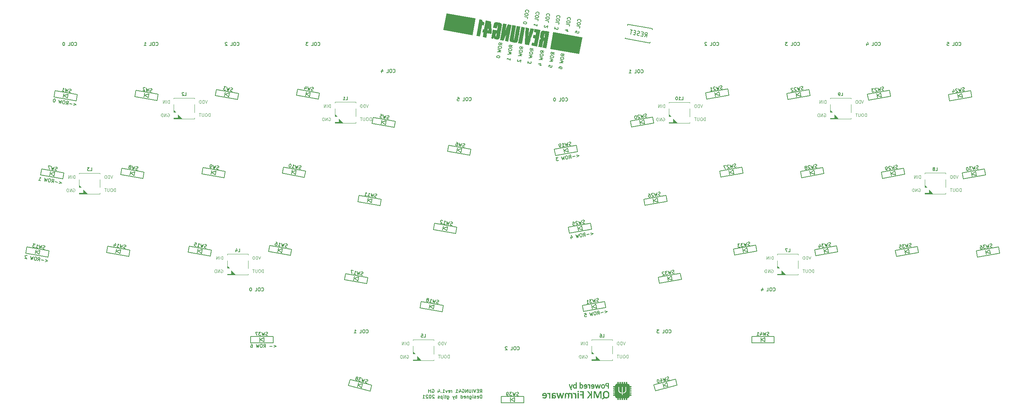
<source format=gbo>
G04 #@! TF.GenerationSoftware,KiCad,Pcbnew,(5.1.9-0-10_14)*
G04 #@! TF.CreationDate,2021-06-24T09:39:22+09:00*
G04 #@! TF.ProjectId,reviung41,72657669-756e-4673-9431-2e6b69636164,1.4*
G04 #@! TF.SameCoordinates,PX2faf080PY2faf080*
G04 #@! TF.FileFunction,Legend,Bot*
G04 #@! TF.FilePolarity,Positive*
%FSLAX46Y46*%
G04 Gerber Fmt 4.6, Leading zero omitted, Abs format (unit mm)*
G04 Created by KiCad (PCBNEW (5.1.9-0-10_14)) date 2021-06-24 09:39:22*
%MOMM*%
%LPD*%
G01*
G04 APERTURE LIST*
%ADD10C,0.150000*%
%ADD11C,0.010000*%
%ADD12C,0.120000*%
%ADD13C,0.100000*%
G04 APERTURE END LIST*
D10*
X86894880Y-97686904D02*
X87161547Y-97305952D01*
X87352023Y-97686904D02*
X87352023Y-96886904D01*
X87047261Y-96886904D01*
X86971071Y-96925000D01*
X86932976Y-96963095D01*
X86894880Y-97039285D01*
X86894880Y-97153571D01*
X86932976Y-97229761D01*
X86971071Y-97267857D01*
X87047261Y-97305952D01*
X87352023Y-97305952D01*
X86552023Y-97267857D02*
X86285357Y-97267857D01*
X86171071Y-97686904D02*
X86552023Y-97686904D01*
X86552023Y-96886904D01*
X86171071Y-96886904D01*
X85942500Y-96886904D02*
X85675833Y-97686904D01*
X85409166Y-96886904D01*
X85142500Y-97686904D02*
X85142500Y-96886904D01*
X84761547Y-96886904D02*
X84761547Y-97534523D01*
X84723452Y-97610714D01*
X84685357Y-97648809D01*
X84609166Y-97686904D01*
X84456785Y-97686904D01*
X84380595Y-97648809D01*
X84342500Y-97610714D01*
X84304404Y-97534523D01*
X84304404Y-96886904D01*
X83923452Y-97686904D02*
X83923452Y-96886904D01*
X83466309Y-97686904D01*
X83466309Y-96886904D01*
X82666309Y-96925000D02*
X82742500Y-96886904D01*
X82856785Y-96886904D01*
X82971071Y-96925000D01*
X83047261Y-97001190D01*
X83085357Y-97077380D01*
X83123452Y-97229761D01*
X83123452Y-97344047D01*
X83085357Y-97496428D01*
X83047261Y-97572619D01*
X82971071Y-97648809D01*
X82856785Y-97686904D01*
X82780595Y-97686904D01*
X82666309Y-97648809D01*
X82628214Y-97610714D01*
X82628214Y-97344047D01*
X82780595Y-97344047D01*
X81942500Y-97153571D02*
X81942500Y-97686904D01*
X82132976Y-96848809D02*
X82323452Y-97420238D01*
X81828214Y-97420238D01*
X81104404Y-97686904D02*
X81561547Y-97686904D01*
X81332976Y-97686904D02*
X81332976Y-96886904D01*
X81409166Y-97001190D01*
X81485357Y-97077380D01*
X81561547Y-97115476D01*
X80152023Y-97686904D02*
X80152023Y-97153571D01*
X80152023Y-97305952D02*
X80113928Y-97229761D01*
X80075833Y-97191666D01*
X79999642Y-97153571D01*
X79923452Y-97153571D01*
X79352023Y-97648809D02*
X79428214Y-97686904D01*
X79580595Y-97686904D01*
X79656785Y-97648809D01*
X79694880Y-97572619D01*
X79694880Y-97267857D01*
X79656785Y-97191666D01*
X79580595Y-97153571D01*
X79428214Y-97153571D01*
X79352023Y-97191666D01*
X79313928Y-97267857D01*
X79313928Y-97344047D01*
X79694880Y-97420238D01*
X79047261Y-97153571D02*
X78856785Y-97686904D01*
X78666309Y-97153571D01*
X77942500Y-97686904D02*
X78399642Y-97686904D01*
X78171071Y-97686904D02*
X78171071Y-96886904D01*
X78247261Y-97001190D01*
X78323452Y-97077380D01*
X78399642Y-97115476D01*
X77599642Y-97610714D02*
X77561547Y-97648809D01*
X77599642Y-97686904D01*
X77637738Y-97648809D01*
X77599642Y-97610714D01*
X77599642Y-97686904D01*
X76875833Y-97153571D02*
X76875833Y-97686904D01*
X77066309Y-96848809D02*
X77256785Y-97420238D01*
X76761547Y-97420238D01*
X75428214Y-96925000D02*
X75504404Y-96886904D01*
X75618690Y-96886904D01*
X75732976Y-96925000D01*
X75809166Y-97001190D01*
X75847261Y-97077380D01*
X75885357Y-97229761D01*
X75885357Y-97344047D01*
X75847261Y-97496428D01*
X75809166Y-97572619D01*
X75732976Y-97648809D01*
X75618690Y-97686904D01*
X75542500Y-97686904D01*
X75428214Y-97648809D01*
X75390119Y-97610714D01*
X75390119Y-97344047D01*
X75542500Y-97344047D01*
X75047261Y-97686904D02*
X75047261Y-96886904D01*
X75047261Y-97267857D02*
X74590119Y-97267857D01*
X74590119Y-97686904D02*
X74590119Y-96886904D01*
X87352023Y-99036904D02*
X87352023Y-98236904D01*
X87161547Y-98236904D01*
X87047261Y-98275000D01*
X86971071Y-98351190D01*
X86932976Y-98427380D01*
X86894880Y-98579761D01*
X86894880Y-98694047D01*
X86932976Y-98846428D01*
X86971071Y-98922619D01*
X87047261Y-98998809D01*
X87161547Y-99036904D01*
X87352023Y-99036904D01*
X86247261Y-98998809D02*
X86323452Y-99036904D01*
X86475833Y-99036904D01*
X86552023Y-98998809D01*
X86590119Y-98922619D01*
X86590119Y-98617857D01*
X86552023Y-98541666D01*
X86475833Y-98503571D01*
X86323452Y-98503571D01*
X86247261Y-98541666D01*
X86209166Y-98617857D01*
X86209166Y-98694047D01*
X86590119Y-98770238D01*
X85904404Y-98998809D02*
X85828214Y-99036904D01*
X85675833Y-99036904D01*
X85599642Y-98998809D01*
X85561547Y-98922619D01*
X85561547Y-98884523D01*
X85599642Y-98808333D01*
X85675833Y-98770238D01*
X85790119Y-98770238D01*
X85866309Y-98732142D01*
X85904404Y-98655952D01*
X85904404Y-98617857D01*
X85866309Y-98541666D01*
X85790119Y-98503571D01*
X85675833Y-98503571D01*
X85599642Y-98541666D01*
X85218690Y-99036904D02*
X85218690Y-98503571D01*
X85218690Y-98236904D02*
X85256785Y-98275000D01*
X85218690Y-98313095D01*
X85180595Y-98275000D01*
X85218690Y-98236904D01*
X85218690Y-98313095D01*
X84494880Y-98503571D02*
X84494880Y-99151190D01*
X84532976Y-99227380D01*
X84571071Y-99265476D01*
X84647261Y-99303571D01*
X84761547Y-99303571D01*
X84837738Y-99265476D01*
X84494880Y-98998809D02*
X84571071Y-99036904D01*
X84723452Y-99036904D01*
X84799642Y-98998809D01*
X84837738Y-98960714D01*
X84875833Y-98884523D01*
X84875833Y-98655952D01*
X84837738Y-98579761D01*
X84799642Y-98541666D01*
X84723452Y-98503571D01*
X84571071Y-98503571D01*
X84494880Y-98541666D01*
X84113928Y-98503571D02*
X84113928Y-99036904D01*
X84113928Y-98579761D02*
X84075833Y-98541666D01*
X83999642Y-98503571D01*
X83885357Y-98503571D01*
X83809166Y-98541666D01*
X83771071Y-98617857D01*
X83771071Y-99036904D01*
X83085357Y-98998809D02*
X83161547Y-99036904D01*
X83313928Y-99036904D01*
X83390119Y-98998809D01*
X83428214Y-98922619D01*
X83428214Y-98617857D01*
X83390119Y-98541666D01*
X83313928Y-98503571D01*
X83161547Y-98503571D01*
X83085357Y-98541666D01*
X83047261Y-98617857D01*
X83047261Y-98694047D01*
X83428214Y-98770238D01*
X82361547Y-99036904D02*
X82361547Y-98236904D01*
X82361547Y-98998809D02*
X82437738Y-99036904D01*
X82590119Y-99036904D01*
X82666309Y-98998809D01*
X82704404Y-98960714D01*
X82742500Y-98884523D01*
X82742500Y-98655952D01*
X82704404Y-98579761D01*
X82666309Y-98541666D01*
X82590119Y-98503571D01*
X82437738Y-98503571D01*
X82361547Y-98541666D01*
X81371071Y-99036904D02*
X81371071Y-98236904D01*
X81371071Y-98541666D02*
X81294880Y-98503571D01*
X81142500Y-98503571D01*
X81066309Y-98541666D01*
X81028214Y-98579761D01*
X80990119Y-98655952D01*
X80990119Y-98884523D01*
X81028214Y-98960714D01*
X81066309Y-98998809D01*
X81142500Y-99036904D01*
X81294880Y-99036904D01*
X81371071Y-98998809D01*
X80723452Y-98503571D02*
X80532976Y-99036904D01*
X80342500Y-98503571D02*
X80532976Y-99036904D01*
X80609166Y-99227380D01*
X80647261Y-99265476D01*
X80723452Y-99303571D01*
X79085357Y-98503571D02*
X79085357Y-99151190D01*
X79123452Y-99227380D01*
X79161547Y-99265476D01*
X79237738Y-99303571D01*
X79352023Y-99303571D01*
X79428214Y-99265476D01*
X79085357Y-98998809D02*
X79161547Y-99036904D01*
X79313928Y-99036904D01*
X79390119Y-98998809D01*
X79428214Y-98960714D01*
X79466309Y-98884523D01*
X79466309Y-98655952D01*
X79428214Y-98579761D01*
X79390119Y-98541666D01*
X79313928Y-98503571D01*
X79161547Y-98503571D01*
X79085357Y-98541666D01*
X78818690Y-98503571D02*
X78513928Y-98503571D01*
X78704404Y-98236904D02*
X78704404Y-98922619D01*
X78666309Y-98998809D01*
X78590119Y-99036904D01*
X78513928Y-99036904D01*
X78247261Y-99036904D02*
X78247261Y-98503571D01*
X78247261Y-98236904D02*
X78285357Y-98275000D01*
X78247261Y-98313095D01*
X78209166Y-98275000D01*
X78247261Y-98236904D01*
X78247261Y-98313095D01*
X77866309Y-98503571D02*
X77866309Y-99303571D01*
X77866309Y-98541666D02*
X77790119Y-98503571D01*
X77637738Y-98503571D01*
X77561547Y-98541666D01*
X77523452Y-98579761D01*
X77485357Y-98655952D01*
X77485357Y-98884523D01*
X77523452Y-98960714D01*
X77561547Y-98998809D01*
X77637738Y-99036904D01*
X77790119Y-99036904D01*
X77866309Y-98998809D01*
X77180595Y-98998809D02*
X77104404Y-99036904D01*
X76952023Y-99036904D01*
X76875833Y-98998809D01*
X76837738Y-98922619D01*
X76837738Y-98884523D01*
X76875833Y-98808333D01*
X76952023Y-98770238D01*
X77066309Y-98770238D01*
X77142500Y-98732142D01*
X77180595Y-98655952D01*
X77180595Y-98617857D01*
X77142500Y-98541666D01*
X77066309Y-98503571D01*
X76952023Y-98503571D01*
X76875833Y-98541666D01*
X75923452Y-98313095D02*
X75885357Y-98275000D01*
X75809166Y-98236904D01*
X75618690Y-98236904D01*
X75542500Y-98275000D01*
X75504404Y-98313095D01*
X75466309Y-98389285D01*
X75466309Y-98465476D01*
X75504404Y-98579761D01*
X75961547Y-99036904D01*
X75466309Y-99036904D01*
X74971071Y-98236904D02*
X74894880Y-98236904D01*
X74818690Y-98275000D01*
X74780595Y-98313095D01*
X74742500Y-98389285D01*
X74704404Y-98541666D01*
X74704404Y-98732142D01*
X74742500Y-98884523D01*
X74780595Y-98960714D01*
X74818690Y-98998809D01*
X74894880Y-99036904D01*
X74971071Y-99036904D01*
X75047261Y-98998809D01*
X75085357Y-98960714D01*
X75123452Y-98884523D01*
X75161547Y-98732142D01*
X75161547Y-98541666D01*
X75123452Y-98389285D01*
X75085357Y-98313095D01*
X75047261Y-98275000D01*
X74971071Y-98236904D01*
X74399642Y-98313095D02*
X74361547Y-98275000D01*
X74285357Y-98236904D01*
X74094880Y-98236904D01*
X74018690Y-98275000D01*
X73980595Y-98313095D01*
X73942500Y-98389285D01*
X73942500Y-98465476D01*
X73980595Y-98579761D01*
X74437738Y-99036904D01*
X73942500Y-99036904D01*
X73180595Y-99036904D02*
X73637738Y-99036904D01*
X73409166Y-99036904D02*
X73409166Y-98236904D01*
X73485357Y-98351190D01*
X73561547Y-98427380D01*
X73637738Y-98465476D01*
X110039913Y-40657418D02*
X110679867Y-40776674D01*
X110119295Y-41107616D01*
X109704439Y-40948669D02*
X109104175Y-41054512D01*
X108331734Y-41500177D02*
X108528197Y-41078706D01*
X108781932Y-41420795D02*
X108643013Y-40632949D01*
X108342881Y-40685870D01*
X108274463Y-40736617D01*
X108243562Y-40780749D01*
X108219276Y-40862397D01*
X108239121Y-40974946D01*
X108289868Y-41043364D01*
X108334000Y-41074266D01*
X108415648Y-41098552D01*
X108715780Y-41045630D01*
X107705101Y-40798328D02*
X107555035Y-40824789D01*
X107486617Y-40875536D01*
X107424814Y-40963799D01*
X107413759Y-41120480D01*
X107460065Y-41383095D01*
X107524042Y-41526546D01*
X107612305Y-41588349D01*
X107693953Y-41612635D01*
X107844019Y-41586174D01*
X107912437Y-41535428D01*
X107974240Y-41447164D01*
X107985296Y-41290483D01*
X107938989Y-41027868D01*
X107875012Y-40884417D01*
X107786749Y-40822614D01*
X107705101Y-40798328D01*
X107104837Y-40904171D02*
X107056173Y-41725093D01*
X106806880Y-41188806D01*
X106756041Y-41778014D01*
X106429540Y-41023244D01*
X105604178Y-41168778D02*
X105116463Y-41254775D01*
X105432000Y-41508601D01*
X105319451Y-41528446D01*
X105251033Y-41579193D01*
X105220132Y-41623325D01*
X105195845Y-41704973D01*
X105228921Y-41892555D01*
X105279668Y-41960973D01*
X105323800Y-41991874D01*
X105405448Y-42016160D01*
X105630547Y-41976469D01*
X105698965Y-41925723D01*
X105729866Y-41881591D01*
X113449913Y-59367418D02*
X114089867Y-59486674D01*
X113529295Y-59817616D01*
X113114439Y-59658669D02*
X112514175Y-59764512D01*
X111741734Y-60210177D02*
X111938197Y-59788706D01*
X112191932Y-60130795D02*
X112053013Y-59342949D01*
X111752881Y-59395870D01*
X111684463Y-59446617D01*
X111653562Y-59490749D01*
X111629276Y-59572397D01*
X111649121Y-59684946D01*
X111699868Y-59753364D01*
X111744000Y-59784266D01*
X111825648Y-59808552D01*
X112125780Y-59755630D01*
X111115101Y-59508328D02*
X110965035Y-59534789D01*
X110896617Y-59585536D01*
X110834814Y-59673799D01*
X110823759Y-59830480D01*
X110870065Y-60093095D01*
X110934042Y-60236546D01*
X111022305Y-60298349D01*
X111103953Y-60322635D01*
X111254019Y-60296174D01*
X111322437Y-60245428D01*
X111384240Y-60157164D01*
X111395296Y-60000483D01*
X111348989Y-59737868D01*
X111285012Y-59594417D01*
X111196749Y-59532614D01*
X111115101Y-59508328D01*
X110514837Y-59614171D02*
X110466173Y-60435093D01*
X110216880Y-59898806D01*
X110166041Y-60488014D01*
X109839540Y-59733244D01*
X108647803Y-60214160D02*
X108740415Y-60739391D01*
X108782464Y-59880952D02*
X109069274Y-60410624D01*
X108581559Y-60496621D01*
X116819913Y-78107418D02*
X117459867Y-78226674D01*
X116899295Y-78557616D01*
X116484439Y-78398669D02*
X115884175Y-78504512D01*
X115111734Y-78950177D02*
X115308197Y-78528706D01*
X115561932Y-78870795D02*
X115423013Y-78082949D01*
X115122881Y-78135870D01*
X115054463Y-78186617D01*
X115023562Y-78230749D01*
X114999276Y-78312397D01*
X115019121Y-78424946D01*
X115069868Y-78493364D01*
X115114000Y-78524266D01*
X115195648Y-78548552D01*
X115495780Y-78495630D01*
X114485101Y-78248328D02*
X114335035Y-78274789D01*
X114266617Y-78325536D01*
X114204814Y-78413799D01*
X114193759Y-78570480D01*
X114240065Y-78833095D01*
X114304042Y-78976546D01*
X114392305Y-79038349D01*
X114473953Y-79062635D01*
X114624019Y-79036174D01*
X114692437Y-78985428D01*
X114754240Y-78897164D01*
X114765296Y-78740483D01*
X114718989Y-78477868D01*
X114655012Y-78334417D01*
X114566749Y-78272614D01*
X114485101Y-78248328D01*
X113884837Y-78354171D02*
X113836173Y-79175093D01*
X113586880Y-78638806D01*
X113536041Y-79228014D01*
X113209540Y-78473244D01*
X111933980Y-78698160D02*
X112309145Y-78632008D01*
X112412813Y-79000558D01*
X112368681Y-78969656D01*
X112287033Y-78945370D01*
X112099451Y-78978446D01*
X112031033Y-79029193D01*
X112000132Y-79073325D01*
X111975845Y-79154973D01*
X112008921Y-79342555D01*
X112059668Y-79410973D01*
X112103800Y-79441874D01*
X112185448Y-79466160D01*
X112373030Y-79433084D01*
X112441448Y-79382338D01*
X112472349Y-79338206D01*
X37457142Y-86328571D02*
X38066666Y-86557142D01*
X37457142Y-86785714D01*
X37076190Y-86557142D02*
X36466666Y-86557142D01*
X35019047Y-86861904D02*
X35285714Y-86480952D01*
X35476190Y-86861904D02*
X35476190Y-86061904D01*
X35171428Y-86061904D01*
X35095238Y-86100000D01*
X35057142Y-86138095D01*
X35019047Y-86214285D01*
X35019047Y-86328571D01*
X35057142Y-86404761D01*
X35095238Y-86442857D01*
X35171428Y-86480952D01*
X35476190Y-86480952D01*
X34523809Y-86061904D02*
X34371428Y-86061904D01*
X34295238Y-86100000D01*
X34219047Y-86176190D01*
X34180952Y-86328571D01*
X34180952Y-86595238D01*
X34219047Y-86747619D01*
X34295238Y-86823809D01*
X34371428Y-86861904D01*
X34523809Y-86861904D01*
X34600000Y-86823809D01*
X34676190Y-86747619D01*
X34714285Y-86595238D01*
X34714285Y-86328571D01*
X34676190Y-86176190D01*
X34600000Y-86100000D01*
X34523809Y-86061904D01*
X33914285Y-86061904D02*
X33723809Y-86861904D01*
X33571428Y-86290476D01*
X33419047Y-86861904D01*
X33228571Y-86061904D01*
X31971428Y-86061904D02*
X32123809Y-86061904D01*
X32200000Y-86100000D01*
X32238095Y-86138095D01*
X32314285Y-86252380D01*
X32352380Y-86404761D01*
X32352380Y-86709523D01*
X32314285Y-86785714D01*
X32276190Y-86823809D01*
X32200000Y-86861904D01*
X32047619Y-86861904D01*
X31971428Y-86823809D01*
X31933333Y-86785714D01*
X31895238Y-86709523D01*
X31895238Y-86519047D01*
X31933333Y-86442857D01*
X31971428Y-86404761D01*
X32047619Y-86366666D01*
X32200000Y-86366666D01*
X32276190Y-86404761D01*
X32314285Y-86442857D01*
X32352380Y-86519047D01*
X-17330551Y-65784932D02*
X-16769978Y-66115874D01*
X-17409933Y-66235130D01*
X-17745407Y-65943880D02*
X-18345670Y-65838037D01*
X-19223954Y-65992635D02*
X-18895187Y-65663776D01*
X-18773757Y-66072017D02*
X-18634838Y-65284171D01*
X-18934970Y-65231250D01*
X-19016618Y-65255536D01*
X-19060750Y-65286437D01*
X-19111497Y-65354855D01*
X-19131342Y-65467404D01*
X-19107056Y-65549052D01*
X-19076155Y-65593184D01*
X-19007737Y-65643931D01*
X-18707605Y-65696852D01*
X-19572750Y-65118792D02*
X-19722816Y-65092331D01*
X-19804464Y-65116617D01*
X-19892728Y-65178420D01*
X-19956705Y-65321871D01*
X-20003011Y-65584486D01*
X-19991955Y-65741167D01*
X-19930153Y-65829430D01*
X-19861735Y-65880177D01*
X-19711669Y-65906638D01*
X-19630021Y-65882352D01*
X-19541757Y-65820549D01*
X-19477780Y-65677098D01*
X-19431474Y-65414483D01*
X-19442530Y-65257802D01*
X-19504332Y-65169538D01*
X-19572750Y-65118792D01*
X-20173014Y-65012949D02*
X-20499515Y-65767719D01*
X-20550353Y-65178511D01*
X-20799647Y-65714798D01*
X-20848311Y-64893876D01*
X-21724420Y-64816760D02*
X-21755322Y-64772628D01*
X-21823739Y-64721882D01*
X-22011322Y-64688806D01*
X-22092970Y-64713092D01*
X-22137102Y-64743993D01*
X-22187848Y-64812411D01*
X-22201079Y-64887444D01*
X-22183408Y-65006609D01*
X-21812592Y-65536188D01*
X-22300306Y-65450191D01*
X-13990551Y-47004932D02*
X-13429978Y-47335874D01*
X-14069933Y-47455130D01*
X-14405407Y-47163880D02*
X-15005670Y-47058037D01*
X-15883954Y-47212635D02*
X-15555187Y-46883776D01*
X-15433757Y-47292017D02*
X-15294838Y-46504171D01*
X-15594970Y-46451250D01*
X-15676618Y-46475536D01*
X-15720750Y-46506437D01*
X-15771497Y-46574855D01*
X-15791342Y-46687404D01*
X-15767056Y-46769052D01*
X-15736155Y-46813184D01*
X-15667737Y-46863931D01*
X-15367605Y-46916852D01*
X-16232750Y-46338792D02*
X-16382816Y-46312331D01*
X-16464464Y-46336617D01*
X-16552728Y-46398420D01*
X-16616705Y-46541871D01*
X-16663011Y-46804486D01*
X-16651955Y-46961167D01*
X-16590153Y-47049430D01*
X-16521735Y-47100177D01*
X-16371669Y-47126638D01*
X-16290021Y-47102352D01*
X-16201757Y-47040549D01*
X-16137780Y-46897098D01*
X-16091474Y-46634483D01*
X-16102530Y-46477802D01*
X-16164332Y-46389538D01*
X-16232750Y-46338792D01*
X-16833014Y-46232949D02*
X-17159515Y-46987719D01*
X-17210353Y-46398511D01*
X-17459647Y-46934798D01*
X-17508311Y-46113876D01*
X-18960306Y-46670191D02*
X-18510108Y-46749573D01*
X-18735207Y-46709882D02*
X-18596289Y-45922036D01*
X-18541101Y-46047816D01*
X-18479299Y-46136079D01*
X-18410881Y-46186826D01*
X-10530551Y-28254932D02*
X-9969978Y-28585874D01*
X-10609933Y-28705130D01*
X-10945407Y-28413880D02*
X-11545670Y-28308037D01*
X-12423954Y-28462635D02*
X-12095187Y-28133776D01*
X-11973757Y-28542017D02*
X-11834838Y-27754171D01*
X-12134970Y-27701250D01*
X-12216618Y-27725536D01*
X-12260750Y-27756437D01*
X-12311497Y-27824855D01*
X-12331342Y-27937404D01*
X-12307056Y-28019052D01*
X-12276155Y-28063184D01*
X-12207737Y-28113931D01*
X-11907605Y-28166852D01*
X-12772750Y-27588792D02*
X-12922816Y-27562331D01*
X-13004464Y-27586617D01*
X-13092728Y-27648420D01*
X-13156705Y-27791871D01*
X-13203011Y-28054486D01*
X-13191955Y-28211167D01*
X-13130153Y-28299430D01*
X-13061735Y-28350177D01*
X-12911669Y-28376638D01*
X-12830021Y-28352352D01*
X-12741757Y-28290549D01*
X-12677780Y-28147098D01*
X-12631474Y-27884483D01*
X-12642530Y-27727802D01*
X-12704332Y-27639538D01*
X-12772750Y-27588792D01*
X-13373014Y-27482949D02*
X-13699515Y-28237719D01*
X-13750353Y-27648511D01*
X-13999647Y-28184798D01*
X-14048311Y-27363876D01*
X-15098772Y-27178651D02*
X-15173805Y-27165421D01*
X-15255453Y-27189707D01*
X-15299585Y-27220608D01*
X-15350332Y-27289026D01*
X-15414309Y-27432477D01*
X-15447385Y-27620059D01*
X-15436329Y-27776740D01*
X-15412043Y-27858389D01*
X-15381142Y-27902520D01*
X-15312724Y-27953267D01*
X-15237691Y-27966497D01*
X-15156043Y-27942211D01*
X-15111911Y-27911310D01*
X-15061164Y-27842892D01*
X-14997187Y-27699441D01*
X-14964111Y-27511859D01*
X-14975167Y-27355178D01*
X-14999453Y-27273530D01*
X-15030355Y-27229398D01*
X-15098772Y-27178651D01*
X157230952Y-73245714D02*
X157269047Y-73283809D01*
X157383333Y-73321904D01*
X157459523Y-73321904D01*
X157573809Y-73283809D01*
X157650000Y-73207619D01*
X157688095Y-73131428D01*
X157726190Y-72979047D01*
X157726190Y-72864761D01*
X157688095Y-72712380D01*
X157650000Y-72636190D01*
X157573809Y-72560000D01*
X157459523Y-72521904D01*
X157383333Y-72521904D01*
X157269047Y-72560000D01*
X157230952Y-72598095D01*
X156735714Y-72521904D02*
X156583333Y-72521904D01*
X156507142Y-72560000D01*
X156430952Y-72636190D01*
X156392857Y-72788571D01*
X156392857Y-73055238D01*
X156430952Y-73207619D01*
X156507142Y-73283809D01*
X156583333Y-73321904D01*
X156735714Y-73321904D01*
X156811904Y-73283809D01*
X156888095Y-73207619D01*
X156926190Y-73055238D01*
X156926190Y-72788571D01*
X156888095Y-72636190D01*
X156811904Y-72560000D01*
X156735714Y-72521904D01*
X155669047Y-73321904D02*
X156050000Y-73321904D01*
X156050000Y-72521904D01*
X154450000Y-72788571D02*
X154450000Y-73321904D01*
X154640476Y-72483809D02*
X154830952Y-73055238D01*
X154335714Y-73055238D01*
X132230952Y-83285714D02*
X132269047Y-83323809D01*
X132383333Y-83361904D01*
X132459523Y-83361904D01*
X132573809Y-83323809D01*
X132650000Y-83247619D01*
X132688095Y-83171428D01*
X132726190Y-83019047D01*
X132726190Y-82904761D01*
X132688095Y-82752380D01*
X132650000Y-82676190D01*
X132573809Y-82600000D01*
X132459523Y-82561904D01*
X132383333Y-82561904D01*
X132269047Y-82600000D01*
X132230952Y-82638095D01*
X131735714Y-82561904D02*
X131583333Y-82561904D01*
X131507142Y-82600000D01*
X131430952Y-82676190D01*
X131392857Y-82828571D01*
X131392857Y-83095238D01*
X131430952Y-83247619D01*
X131507142Y-83323809D01*
X131583333Y-83361904D01*
X131735714Y-83361904D01*
X131811904Y-83323809D01*
X131888095Y-83247619D01*
X131926190Y-83095238D01*
X131926190Y-82828571D01*
X131888095Y-82676190D01*
X131811904Y-82600000D01*
X131735714Y-82561904D01*
X130669047Y-83361904D02*
X131050000Y-83361904D01*
X131050000Y-82561904D01*
X129869047Y-82561904D02*
X129373809Y-82561904D01*
X129640476Y-82866666D01*
X129526190Y-82866666D01*
X129450000Y-82904761D01*
X129411904Y-82942857D01*
X129373809Y-83019047D01*
X129373809Y-83209523D01*
X129411904Y-83285714D01*
X129450000Y-83323809D01*
X129526190Y-83361904D01*
X129754761Y-83361904D01*
X129830952Y-83323809D01*
X129869047Y-83285714D01*
X95820952Y-87375714D02*
X95859047Y-87413809D01*
X95973333Y-87451904D01*
X96049523Y-87451904D01*
X96163809Y-87413809D01*
X96240000Y-87337619D01*
X96278095Y-87261428D01*
X96316190Y-87109047D01*
X96316190Y-86994761D01*
X96278095Y-86842380D01*
X96240000Y-86766190D01*
X96163809Y-86690000D01*
X96049523Y-86651904D01*
X95973333Y-86651904D01*
X95859047Y-86690000D01*
X95820952Y-86728095D01*
X95325714Y-86651904D02*
X95173333Y-86651904D01*
X95097142Y-86690000D01*
X95020952Y-86766190D01*
X94982857Y-86918571D01*
X94982857Y-87185238D01*
X95020952Y-87337619D01*
X95097142Y-87413809D01*
X95173333Y-87451904D01*
X95325714Y-87451904D01*
X95401904Y-87413809D01*
X95478095Y-87337619D01*
X95516190Y-87185238D01*
X95516190Y-86918571D01*
X95478095Y-86766190D01*
X95401904Y-86690000D01*
X95325714Y-86651904D01*
X94259047Y-87451904D02*
X94640000Y-87451904D01*
X94640000Y-86651904D01*
X93420952Y-86728095D02*
X93382857Y-86690000D01*
X93306666Y-86651904D01*
X93116190Y-86651904D01*
X93040000Y-86690000D01*
X93001904Y-86728095D01*
X92963809Y-86804285D01*
X92963809Y-86880476D01*
X93001904Y-86994761D01*
X93459047Y-87451904D01*
X92963809Y-87451904D01*
X59590952Y-83285714D02*
X59629047Y-83323809D01*
X59743333Y-83361904D01*
X59819523Y-83361904D01*
X59933809Y-83323809D01*
X60010000Y-83247619D01*
X60048095Y-83171428D01*
X60086190Y-83019047D01*
X60086190Y-82904761D01*
X60048095Y-82752380D01*
X60010000Y-82676190D01*
X59933809Y-82600000D01*
X59819523Y-82561904D01*
X59743333Y-82561904D01*
X59629047Y-82600000D01*
X59590952Y-82638095D01*
X59095714Y-82561904D02*
X58943333Y-82561904D01*
X58867142Y-82600000D01*
X58790952Y-82676190D01*
X58752857Y-82828571D01*
X58752857Y-83095238D01*
X58790952Y-83247619D01*
X58867142Y-83323809D01*
X58943333Y-83361904D01*
X59095714Y-83361904D01*
X59171904Y-83323809D01*
X59248095Y-83247619D01*
X59286190Y-83095238D01*
X59286190Y-82828571D01*
X59248095Y-82676190D01*
X59171904Y-82600000D01*
X59095714Y-82561904D01*
X58029047Y-83361904D02*
X58410000Y-83361904D01*
X58410000Y-82561904D01*
X56733809Y-83361904D02*
X57190952Y-83361904D01*
X56962380Y-83361904D02*
X56962380Y-82561904D01*
X57038571Y-82676190D01*
X57114761Y-82752380D01*
X57190952Y-82790476D01*
X34510952Y-73225714D02*
X34549047Y-73263809D01*
X34663333Y-73301904D01*
X34739523Y-73301904D01*
X34853809Y-73263809D01*
X34930000Y-73187619D01*
X34968095Y-73111428D01*
X35006190Y-72959047D01*
X35006190Y-72844761D01*
X34968095Y-72692380D01*
X34930000Y-72616190D01*
X34853809Y-72540000D01*
X34739523Y-72501904D01*
X34663333Y-72501904D01*
X34549047Y-72540000D01*
X34510952Y-72578095D01*
X34015714Y-72501904D02*
X33863333Y-72501904D01*
X33787142Y-72540000D01*
X33710952Y-72616190D01*
X33672857Y-72768571D01*
X33672857Y-73035238D01*
X33710952Y-73187619D01*
X33787142Y-73263809D01*
X33863333Y-73301904D01*
X34015714Y-73301904D01*
X34091904Y-73263809D01*
X34168095Y-73187619D01*
X34206190Y-73035238D01*
X34206190Y-72768571D01*
X34168095Y-72616190D01*
X34091904Y-72540000D01*
X34015714Y-72501904D01*
X32949047Y-73301904D02*
X33330000Y-73301904D01*
X33330000Y-72501904D01*
X31920476Y-72501904D02*
X31844285Y-72501904D01*
X31768095Y-72540000D01*
X31730000Y-72578095D01*
X31691904Y-72654285D01*
X31653809Y-72806666D01*
X31653809Y-72997142D01*
X31691904Y-73149523D01*
X31730000Y-73225714D01*
X31768095Y-73263809D01*
X31844285Y-73301904D01*
X31920476Y-73301904D01*
X31996666Y-73263809D01*
X32034761Y-73225714D01*
X32072857Y-73149523D01*
X32110952Y-72997142D01*
X32110952Y-72806666D01*
X32072857Y-72654285D01*
X32034761Y-72578095D01*
X31996666Y-72540000D01*
X31920476Y-72501904D01*
X201770952Y-14285714D02*
X201809047Y-14323809D01*
X201923333Y-14361904D01*
X201999523Y-14361904D01*
X202113809Y-14323809D01*
X202190000Y-14247619D01*
X202228095Y-14171428D01*
X202266190Y-14019047D01*
X202266190Y-13904761D01*
X202228095Y-13752380D01*
X202190000Y-13676190D01*
X202113809Y-13600000D01*
X201999523Y-13561904D01*
X201923333Y-13561904D01*
X201809047Y-13600000D01*
X201770952Y-13638095D01*
X201275714Y-13561904D02*
X201123333Y-13561904D01*
X201047142Y-13600000D01*
X200970952Y-13676190D01*
X200932857Y-13828571D01*
X200932857Y-14095238D01*
X200970952Y-14247619D01*
X201047142Y-14323809D01*
X201123333Y-14361904D01*
X201275714Y-14361904D01*
X201351904Y-14323809D01*
X201428095Y-14247619D01*
X201466190Y-14095238D01*
X201466190Y-13828571D01*
X201428095Y-13676190D01*
X201351904Y-13600000D01*
X201275714Y-13561904D01*
X200209047Y-14361904D02*
X200590000Y-14361904D01*
X200590000Y-13561904D01*
X198951904Y-13561904D02*
X199332857Y-13561904D01*
X199370952Y-13942857D01*
X199332857Y-13904761D01*
X199256666Y-13866666D01*
X199066190Y-13866666D01*
X198990000Y-13904761D01*
X198951904Y-13942857D01*
X198913809Y-14019047D01*
X198913809Y-14209523D01*
X198951904Y-14285714D01*
X198990000Y-14323809D01*
X199066190Y-14361904D01*
X199256666Y-14361904D01*
X199332857Y-14323809D01*
X199370952Y-14285714D01*
X182440952Y-14285714D02*
X182479047Y-14323809D01*
X182593333Y-14361904D01*
X182669523Y-14361904D01*
X182783809Y-14323809D01*
X182860000Y-14247619D01*
X182898095Y-14171428D01*
X182936190Y-14019047D01*
X182936190Y-13904761D01*
X182898095Y-13752380D01*
X182860000Y-13676190D01*
X182783809Y-13600000D01*
X182669523Y-13561904D01*
X182593333Y-13561904D01*
X182479047Y-13600000D01*
X182440952Y-13638095D01*
X181945714Y-13561904D02*
X181793333Y-13561904D01*
X181717142Y-13600000D01*
X181640952Y-13676190D01*
X181602857Y-13828571D01*
X181602857Y-14095238D01*
X181640952Y-14247619D01*
X181717142Y-14323809D01*
X181793333Y-14361904D01*
X181945714Y-14361904D01*
X182021904Y-14323809D01*
X182098095Y-14247619D01*
X182136190Y-14095238D01*
X182136190Y-13828571D01*
X182098095Y-13676190D01*
X182021904Y-13600000D01*
X181945714Y-13561904D01*
X180879047Y-14361904D02*
X181260000Y-14361904D01*
X181260000Y-13561904D01*
X179660000Y-13828571D02*
X179660000Y-14361904D01*
X179850476Y-13523809D02*
X180040952Y-14095238D01*
X179545714Y-14095238D01*
X163050952Y-14285714D02*
X163089047Y-14323809D01*
X163203333Y-14361904D01*
X163279523Y-14361904D01*
X163393809Y-14323809D01*
X163470000Y-14247619D01*
X163508095Y-14171428D01*
X163546190Y-14019047D01*
X163546190Y-13904761D01*
X163508095Y-13752380D01*
X163470000Y-13676190D01*
X163393809Y-13600000D01*
X163279523Y-13561904D01*
X163203333Y-13561904D01*
X163089047Y-13600000D01*
X163050952Y-13638095D01*
X162555714Y-13561904D02*
X162403333Y-13561904D01*
X162327142Y-13600000D01*
X162250952Y-13676190D01*
X162212857Y-13828571D01*
X162212857Y-14095238D01*
X162250952Y-14247619D01*
X162327142Y-14323809D01*
X162403333Y-14361904D01*
X162555714Y-14361904D01*
X162631904Y-14323809D01*
X162708095Y-14247619D01*
X162746190Y-14095238D01*
X162746190Y-13828571D01*
X162708095Y-13676190D01*
X162631904Y-13600000D01*
X162555714Y-13561904D01*
X161489047Y-14361904D02*
X161870000Y-14361904D01*
X161870000Y-13561904D01*
X160689047Y-13561904D02*
X160193809Y-13561904D01*
X160460476Y-13866666D01*
X160346190Y-13866666D01*
X160270000Y-13904761D01*
X160231904Y-13942857D01*
X160193809Y-14019047D01*
X160193809Y-14209523D01*
X160231904Y-14285714D01*
X160270000Y-14323809D01*
X160346190Y-14361904D01*
X160574761Y-14361904D01*
X160650952Y-14323809D01*
X160689047Y-14285714D01*
X143670952Y-14285714D02*
X143709047Y-14323809D01*
X143823333Y-14361904D01*
X143899523Y-14361904D01*
X144013809Y-14323809D01*
X144090000Y-14247619D01*
X144128095Y-14171428D01*
X144166190Y-14019047D01*
X144166190Y-13904761D01*
X144128095Y-13752380D01*
X144090000Y-13676190D01*
X144013809Y-13600000D01*
X143899523Y-13561904D01*
X143823333Y-13561904D01*
X143709047Y-13600000D01*
X143670952Y-13638095D01*
X143175714Y-13561904D02*
X143023333Y-13561904D01*
X142947142Y-13600000D01*
X142870952Y-13676190D01*
X142832857Y-13828571D01*
X142832857Y-14095238D01*
X142870952Y-14247619D01*
X142947142Y-14323809D01*
X143023333Y-14361904D01*
X143175714Y-14361904D01*
X143251904Y-14323809D01*
X143328095Y-14247619D01*
X143366190Y-14095238D01*
X143366190Y-13828571D01*
X143328095Y-13676190D01*
X143251904Y-13600000D01*
X143175714Y-13561904D01*
X142109047Y-14361904D02*
X142490000Y-14361904D01*
X142490000Y-13561904D01*
X141270952Y-13638095D02*
X141232857Y-13600000D01*
X141156666Y-13561904D01*
X140966190Y-13561904D01*
X140890000Y-13600000D01*
X140851904Y-13638095D01*
X140813809Y-13714285D01*
X140813809Y-13790476D01*
X140851904Y-13904761D01*
X141309047Y-14361904D01*
X140813809Y-14361904D01*
X125540952Y-20865714D02*
X125579047Y-20903809D01*
X125693333Y-20941904D01*
X125769523Y-20941904D01*
X125883809Y-20903809D01*
X125960000Y-20827619D01*
X125998095Y-20751428D01*
X126036190Y-20599047D01*
X126036190Y-20484761D01*
X125998095Y-20332380D01*
X125960000Y-20256190D01*
X125883809Y-20180000D01*
X125769523Y-20141904D01*
X125693333Y-20141904D01*
X125579047Y-20180000D01*
X125540952Y-20218095D01*
X125045714Y-20141904D02*
X124893333Y-20141904D01*
X124817142Y-20180000D01*
X124740952Y-20256190D01*
X124702857Y-20408571D01*
X124702857Y-20675238D01*
X124740952Y-20827619D01*
X124817142Y-20903809D01*
X124893333Y-20941904D01*
X125045714Y-20941904D01*
X125121904Y-20903809D01*
X125198095Y-20827619D01*
X125236190Y-20675238D01*
X125236190Y-20408571D01*
X125198095Y-20256190D01*
X125121904Y-20180000D01*
X125045714Y-20141904D01*
X123979047Y-20941904D02*
X124360000Y-20941904D01*
X124360000Y-20141904D01*
X122683809Y-20941904D02*
X123140952Y-20941904D01*
X122912380Y-20941904D02*
X122912380Y-20141904D01*
X122988571Y-20256190D01*
X123064761Y-20332380D01*
X123140952Y-20370476D01*
X107410952Y-27625714D02*
X107449047Y-27663809D01*
X107563333Y-27701904D01*
X107639523Y-27701904D01*
X107753809Y-27663809D01*
X107830000Y-27587619D01*
X107868095Y-27511428D01*
X107906190Y-27359047D01*
X107906190Y-27244761D01*
X107868095Y-27092380D01*
X107830000Y-27016190D01*
X107753809Y-26940000D01*
X107639523Y-26901904D01*
X107563333Y-26901904D01*
X107449047Y-26940000D01*
X107410952Y-26978095D01*
X106915714Y-26901904D02*
X106763333Y-26901904D01*
X106687142Y-26940000D01*
X106610952Y-27016190D01*
X106572857Y-27168571D01*
X106572857Y-27435238D01*
X106610952Y-27587619D01*
X106687142Y-27663809D01*
X106763333Y-27701904D01*
X106915714Y-27701904D01*
X106991904Y-27663809D01*
X107068095Y-27587619D01*
X107106190Y-27435238D01*
X107106190Y-27168571D01*
X107068095Y-27016190D01*
X106991904Y-26940000D01*
X106915714Y-26901904D01*
X105849047Y-27701904D02*
X106230000Y-27701904D01*
X106230000Y-26901904D01*
X104820476Y-26901904D02*
X104744285Y-26901904D01*
X104668095Y-26940000D01*
X104630000Y-26978095D01*
X104591904Y-27054285D01*
X104553809Y-27206666D01*
X104553809Y-27397142D01*
X104591904Y-27549523D01*
X104630000Y-27625714D01*
X104668095Y-27663809D01*
X104744285Y-27701904D01*
X104820476Y-27701904D01*
X104896666Y-27663809D01*
X104934761Y-27625714D01*
X104972857Y-27549523D01*
X105010952Y-27397142D01*
X105010952Y-27206666D01*
X104972857Y-27054285D01*
X104934761Y-26978095D01*
X104896666Y-26940000D01*
X104820476Y-26901904D01*
X84310952Y-27535714D02*
X84349047Y-27573809D01*
X84463333Y-27611904D01*
X84539523Y-27611904D01*
X84653809Y-27573809D01*
X84730000Y-27497619D01*
X84768095Y-27421428D01*
X84806190Y-27269047D01*
X84806190Y-27154761D01*
X84768095Y-27002380D01*
X84730000Y-26926190D01*
X84653809Y-26850000D01*
X84539523Y-26811904D01*
X84463333Y-26811904D01*
X84349047Y-26850000D01*
X84310952Y-26888095D01*
X83815714Y-26811904D02*
X83663333Y-26811904D01*
X83587142Y-26850000D01*
X83510952Y-26926190D01*
X83472857Y-27078571D01*
X83472857Y-27345238D01*
X83510952Y-27497619D01*
X83587142Y-27573809D01*
X83663333Y-27611904D01*
X83815714Y-27611904D01*
X83891904Y-27573809D01*
X83968095Y-27497619D01*
X84006190Y-27345238D01*
X84006190Y-27078571D01*
X83968095Y-26926190D01*
X83891904Y-26850000D01*
X83815714Y-26811904D01*
X82749047Y-27611904D02*
X83130000Y-27611904D01*
X83130000Y-26811904D01*
X81491904Y-26811904D02*
X81872857Y-26811904D01*
X81910952Y-27192857D01*
X81872857Y-27154761D01*
X81796666Y-27116666D01*
X81606190Y-27116666D01*
X81530000Y-27154761D01*
X81491904Y-27192857D01*
X81453809Y-27269047D01*
X81453809Y-27459523D01*
X81491904Y-27535714D01*
X81530000Y-27573809D01*
X81606190Y-27611904D01*
X81796666Y-27611904D01*
X81872857Y-27573809D01*
X81910952Y-27535714D01*
X66060952Y-20755714D02*
X66099047Y-20793809D01*
X66213333Y-20831904D01*
X66289523Y-20831904D01*
X66403809Y-20793809D01*
X66480000Y-20717619D01*
X66518095Y-20641428D01*
X66556190Y-20489047D01*
X66556190Y-20374761D01*
X66518095Y-20222380D01*
X66480000Y-20146190D01*
X66403809Y-20070000D01*
X66289523Y-20031904D01*
X66213333Y-20031904D01*
X66099047Y-20070000D01*
X66060952Y-20108095D01*
X65565714Y-20031904D02*
X65413333Y-20031904D01*
X65337142Y-20070000D01*
X65260952Y-20146190D01*
X65222857Y-20298571D01*
X65222857Y-20565238D01*
X65260952Y-20717619D01*
X65337142Y-20793809D01*
X65413333Y-20831904D01*
X65565714Y-20831904D01*
X65641904Y-20793809D01*
X65718095Y-20717619D01*
X65756190Y-20565238D01*
X65756190Y-20298571D01*
X65718095Y-20146190D01*
X65641904Y-20070000D01*
X65565714Y-20031904D01*
X64499047Y-20831904D02*
X64880000Y-20831904D01*
X64880000Y-20031904D01*
X63280000Y-20298571D02*
X63280000Y-20831904D01*
X63470476Y-19993809D02*
X63660952Y-20565238D01*
X63165714Y-20565238D01*
X48020952Y-14285714D02*
X48059047Y-14323809D01*
X48173333Y-14361904D01*
X48249523Y-14361904D01*
X48363809Y-14323809D01*
X48440000Y-14247619D01*
X48478095Y-14171428D01*
X48516190Y-14019047D01*
X48516190Y-13904761D01*
X48478095Y-13752380D01*
X48440000Y-13676190D01*
X48363809Y-13600000D01*
X48249523Y-13561904D01*
X48173333Y-13561904D01*
X48059047Y-13600000D01*
X48020952Y-13638095D01*
X47525714Y-13561904D02*
X47373333Y-13561904D01*
X47297142Y-13600000D01*
X47220952Y-13676190D01*
X47182857Y-13828571D01*
X47182857Y-14095238D01*
X47220952Y-14247619D01*
X47297142Y-14323809D01*
X47373333Y-14361904D01*
X47525714Y-14361904D01*
X47601904Y-14323809D01*
X47678095Y-14247619D01*
X47716190Y-14095238D01*
X47716190Y-13828571D01*
X47678095Y-13676190D01*
X47601904Y-13600000D01*
X47525714Y-13561904D01*
X46459047Y-14361904D02*
X46840000Y-14361904D01*
X46840000Y-13561904D01*
X45659047Y-13561904D02*
X45163809Y-13561904D01*
X45430476Y-13866666D01*
X45316190Y-13866666D01*
X45240000Y-13904761D01*
X45201904Y-13942857D01*
X45163809Y-14019047D01*
X45163809Y-14209523D01*
X45201904Y-14285714D01*
X45240000Y-14323809D01*
X45316190Y-14361904D01*
X45544761Y-14361904D01*
X45620952Y-14323809D01*
X45659047Y-14285714D01*
X28630952Y-14285714D02*
X28669047Y-14323809D01*
X28783333Y-14361904D01*
X28859523Y-14361904D01*
X28973809Y-14323809D01*
X29050000Y-14247619D01*
X29088095Y-14171428D01*
X29126190Y-14019047D01*
X29126190Y-13904761D01*
X29088095Y-13752380D01*
X29050000Y-13676190D01*
X28973809Y-13600000D01*
X28859523Y-13561904D01*
X28783333Y-13561904D01*
X28669047Y-13600000D01*
X28630952Y-13638095D01*
X28135714Y-13561904D02*
X27983333Y-13561904D01*
X27907142Y-13600000D01*
X27830952Y-13676190D01*
X27792857Y-13828571D01*
X27792857Y-14095238D01*
X27830952Y-14247619D01*
X27907142Y-14323809D01*
X27983333Y-14361904D01*
X28135714Y-14361904D01*
X28211904Y-14323809D01*
X28288095Y-14247619D01*
X28326190Y-14095238D01*
X28326190Y-13828571D01*
X28288095Y-13676190D01*
X28211904Y-13600000D01*
X28135714Y-13561904D01*
X27069047Y-14361904D02*
X27450000Y-14361904D01*
X27450000Y-13561904D01*
X26230952Y-13638095D02*
X26192857Y-13600000D01*
X26116666Y-13561904D01*
X25926190Y-13561904D01*
X25850000Y-13600000D01*
X25811904Y-13638095D01*
X25773809Y-13714285D01*
X25773809Y-13790476D01*
X25811904Y-13904761D01*
X26269047Y-14361904D01*
X25773809Y-14361904D01*
X9190952Y-14285714D02*
X9229047Y-14323809D01*
X9343333Y-14361904D01*
X9419523Y-14361904D01*
X9533809Y-14323809D01*
X9610000Y-14247619D01*
X9648095Y-14171428D01*
X9686190Y-14019047D01*
X9686190Y-13904761D01*
X9648095Y-13752380D01*
X9610000Y-13676190D01*
X9533809Y-13600000D01*
X9419523Y-13561904D01*
X9343333Y-13561904D01*
X9229047Y-13600000D01*
X9190952Y-13638095D01*
X8695714Y-13561904D02*
X8543333Y-13561904D01*
X8467142Y-13600000D01*
X8390952Y-13676190D01*
X8352857Y-13828571D01*
X8352857Y-14095238D01*
X8390952Y-14247619D01*
X8467142Y-14323809D01*
X8543333Y-14361904D01*
X8695714Y-14361904D01*
X8771904Y-14323809D01*
X8848095Y-14247619D01*
X8886190Y-14095238D01*
X8886190Y-13828571D01*
X8848095Y-13676190D01*
X8771904Y-13600000D01*
X8695714Y-13561904D01*
X7629047Y-14361904D02*
X8010000Y-14361904D01*
X8010000Y-13561904D01*
X6333809Y-14361904D02*
X6790952Y-14361904D01*
X6562380Y-14361904D02*
X6562380Y-13561904D01*
X6638571Y-13676190D01*
X6714761Y-13752380D01*
X6790952Y-13790476D01*
X107094629Y-16918525D02*
X106765771Y-16589758D01*
X107174011Y-16468327D02*
X106386165Y-16329408D01*
X106333244Y-16629540D01*
X106357530Y-16711188D01*
X106388431Y-16755320D01*
X106456849Y-16806067D01*
X106569399Y-16825912D01*
X106651047Y-16801626D01*
X106695178Y-16770725D01*
X106745925Y-16702307D01*
X106798847Y-16402175D01*
X106220786Y-17267321D02*
X106194325Y-17417387D01*
X106218612Y-17499035D01*
X106280414Y-17587298D01*
X106423865Y-17651275D01*
X106686480Y-17697581D01*
X106843161Y-17686526D01*
X106931425Y-17624723D01*
X106982172Y-17556305D01*
X107008632Y-17406239D01*
X106984346Y-17324591D01*
X106922543Y-17236328D01*
X106779093Y-17172351D01*
X106516477Y-17126044D01*
X106359796Y-17137100D01*
X106271533Y-17198903D01*
X106220786Y-17267321D01*
X106114943Y-17867584D02*
X106869714Y-18194085D01*
X106280506Y-18244924D01*
X106816792Y-18494217D01*
X105995870Y-18542881D01*
X105777570Y-19780925D02*
X105804030Y-19630859D01*
X105854777Y-19562441D01*
X105898909Y-19531540D01*
X106024689Y-19476353D01*
X106181370Y-19465297D01*
X106481502Y-19518218D01*
X106549919Y-19568965D01*
X106580821Y-19613097D01*
X106605107Y-19694745D01*
X106578646Y-19844811D01*
X106527899Y-19913229D01*
X106483768Y-19944130D01*
X106402120Y-19968416D01*
X106214537Y-19935340D01*
X106146119Y-19884593D01*
X106115218Y-19840462D01*
X106090932Y-19758814D01*
X106117393Y-19608748D01*
X106168139Y-19540330D01*
X106212271Y-19509428D01*
X106293919Y-19485142D01*
X104664629Y-16568525D02*
X104335771Y-16239758D01*
X104744011Y-16118327D02*
X103956165Y-15979408D01*
X103903244Y-16279540D01*
X103927530Y-16361188D01*
X103958431Y-16405320D01*
X104026849Y-16456067D01*
X104139399Y-16475912D01*
X104221047Y-16451626D01*
X104265178Y-16420725D01*
X104315925Y-16352307D01*
X104368847Y-16052175D01*
X103790786Y-16917321D02*
X103764325Y-17067387D01*
X103788612Y-17149035D01*
X103850414Y-17237298D01*
X103993865Y-17301275D01*
X104256480Y-17347581D01*
X104413161Y-17336526D01*
X104501425Y-17274723D01*
X104552172Y-17206305D01*
X104578632Y-17056239D01*
X104554346Y-16974591D01*
X104492543Y-16886328D01*
X104349093Y-16822351D01*
X104086477Y-16776044D01*
X103929796Y-16787100D01*
X103841533Y-16848903D01*
X103790786Y-16917321D01*
X103684943Y-17517584D02*
X104439714Y-17844085D01*
X103850506Y-17894924D01*
X104386792Y-18144217D01*
X103565870Y-18192881D01*
X103340955Y-19468442D02*
X103407106Y-19093277D01*
X103788886Y-19121912D01*
X103744755Y-19152813D01*
X103694008Y-19221231D01*
X103660932Y-19408814D01*
X103685218Y-19490462D01*
X103716119Y-19534593D01*
X103784537Y-19585340D01*
X103972120Y-19618416D01*
X104053768Y-19594130D01*
X104097899Y-19563229D01*
X104148646Y-19494811D01*
X104181722Y-19307228D01*
X104157436Y-19225580D01*
X104126535Y-19181449D01*
X97184629Y-15218525D02*
X96855771Y-14889758D01*
X97264011Y-14768327D02*
X96476165Y-14629408D01*
X96423244Y-14929540D01*
X96447530Y-15011188D01*
X96478431Y-15055320D01*
X96546849Y-15106067D01*
X96659399Y-15125912D01*
X96741047Y-15101626D01*
X96785178Y-15070725D01*
X96835925Y-15002307D01*
X96888847Y-14702175D01*
X96310786Y-15567321D02*
X96284325Y-15717387D01*
X96308612Y-15799035D01*
X96370414Y-15887298D01*
X96513865Y-15951275D01*
X96776480Y-15997581D01*
X96933161Y-15986526D01*
X97021425Y-15924723D01*
X97072172Y-15856305D01*
X97098632Y-15706239D01*
X97074346Y-15624591D01*
X97012543Y-15536328D01*
X96869093Y-15472351D01*
X96606477Y-15426044D01*
X96449796Y-15437100D01*
X96361533Y-15498903D01*
X96310786Y-15567321D01*
X96204943Y-16167584D02*
X96959714Y-16494085D01*
X96370506Y-16544924D01*
X96906792Y-16794217D01*
X96085870Y-16842881D01*
X96008754Y-17718991D02*
X95964623Y-17749892D01*
X95913876Y-17818310D01*
X95880800Y-18005892D01*
X95905086Y-18087540D01*
X95935988Y-18131672D01*
X96004405Y-18182419D01*
X96079438Y-18195649D01*
X96198603Y-18177978D01*
X96728183Y-17807162D01*
X96642186Y-18294877D01*
X94654629Y-14838525D02*
X94325771Y-14509758D01*
X94734011Y-14388327D02*
X93946165Y-14249408D01*
X93893244Y-14549540D01*
X93917530Y-14631188D01*
X93948431Y-14675320D01*
X94016849Y-14726067D01*
X94129399Y-14745912D01*
X94211047Y-14721626D01*
X94255178Y-14690725D01*
X94305925Y-14622307D01*
X94358847Y-14322175D01*
X93780786Y-15187321D02*
X93754325Y-15337387D01*
X93778612Y-15419035D01*
X93840414Y-15507298D01*
X93983865Y-15571275D01*
X94246480Y-15617581D01*
X94403161Y-15606526D01*
X94491425Y-15544723D01*
X94542172Y-15476305D01*
X94568632Y-15326239D01*
X94544346Y-15244591D01*
X94482543Y-15156328D01*
X94339093Y-15092351D01*
X94076477Y-15046044D01*
X93919796Y-15057100D01*
X93831533Y-15118903D01*
X93780786Y-15187321D01*
X93674943Y-15787584D02*
X94429714Y-16114085D01*
X93840506Y-16164924D01*
X94376792Y-16414217D01*
X93555870Y-16462881D01*
X94112186Y-17914877D02*
X94191568Y-17464679D01*
X94151877Y-17689778D02*
X93364030Y-17550859D01*
X93489810Y-17495672D01*
X93578074Y-17433869D01*
X93628820Y-17365451D01*
X99664629Y-15658525D02*
X99335771Y-15329758D01*
X99744011Y-15208327D02*
X98956165Y-15069408D01*
X98903244Y-15369540D01*
X98927530Y-15451188D01*
X98958431Y-15495320D01*
X99026849Y-15546067D01*
X99139399Y-15565912D01*
X99221047Y-15541626D01*
X99265178Y-15510725D01*
X99315925Y-15442307D01*
X99368847Y-15142175D01*
X98790786Y-16007321D02*
X98764325Y-16157387D01*
X98788612Y-16239035D01*
X98850414Y-16327298D01*
X98993865Y-16391275D01*
X99256480Y-16437581D01*
X99413161Y-16426526D01*
X99501425Y-16364723D01*
X99552172Y-16296305D01*
X99578632Y-16146239D01*
X99554346Y-16064591D01*
X99492543Y-15976328D01*
X99349093Y-15912351D01*
X99086477Y-15866044D01*
X98929796Y-15877100D01*
X98841533Y-15938903D01*
X98790786Y-16007321D01*
X98684943Y-16607584D02*
X99439714Y-16934085D01*
X98850506Y-16984924D01*
X99386792Y-17234217D01*
X98565870Y-17282881D01*
X98420337Y-18108244D02*
X98334339Y-18595958D01*
X98680777Y-18386264D01*
X98660932Y-18498814D01*
X98685218Y-18580462D01*
X98716119Y-18624593D01*
X98784537Y-18675340D01*
X98972120Y-18708416D01*
X99053768Y-18684130D01*
X99097899Y-18653229D01*
X99148646Y-18584811D01*
X99188337Y-18359712D01*
X99164051Y-18278064D01*
X99133150Y-18233932D01*
X92174629Y-14278525D02*
X91845771Y-13949758D01*
X92254011Y-13828327D02*
X91466165Y-13689408D01*
X91413244Y-13989540D01*
X91437530Y-14071188D01*
X91468431Y-14115320D01*
X91536849Y-14166067D01*
X91649399Y-14185912D01*
X91731047Y-14161626D01*
X91775178Y-14130725D01*
X91825925Y-14062307D01*
X91878847Y-13762175D01*
X91300786Y-14627321D02*
X91274325Y-14777387D01*
X91298612Y-14859035D01*
X91360414Y-14947298D01*
X91503865Y-15011275D01*
X91766480Y-15057581D01*
X91923161Y-15046526D01*
X92011425Y-14984723D01*
X92062172Y-14916305D01*
X92088632Y-14766239D01*
X92064346Y-14684591D01*
X92002543Y-14596328D01*
X91859093Y-14532351D01*
X91596477Y-14486044D01*
X91439796Y-14497100D01*
X91351533Y-14558903D01*
X91300786Y-14627321D01*
X91194943Y-15227584D02*
X91949714Y-15554085D01*
X91360506Y-15604924D01*
X91896792Y-15854217D01*
X91075870Y-15902881D01*
X90890646Y-16953343D02*
X90877415Y-17028376D01*
X90901701Y-17110024D01*
X90932603Y-17154156D01*
X91001021Y-17204902D01*
X91144471Y-17268879D01*
X91332054Y-17301955D01*
X91488735Y-17290900D01*
X91570383Y-17266613D01*
X91614515Y-17235712D01*
X91665261Y-17167294D01*
X91678492Y-17092261D01*
X91654206Y-17010613D01*
X91623304Y-16966481D01*
X91554887Y-16915735D01*
X91411436Y-16851757D01*
X91223853Y-16818682D01*
X91067172Y-16829737D01*
X90985524Y-16854024D01*
X90941392Y-16884925D01*
X90890646Y-16953343D01*
X102184629Y-16128525D02*
X101855771Y-15799758D01*
X102264011Y-15678327D02*
X101476165Y-15539408D01*
X101423244Y-15839540D01*
X101447530Y-15921188D01*
X101478431Y-15965320D01*
X101546849Y-16016067D01*
X101659399Y-16035912D01*
X101741047Y-16011626D01*
X101785178Y-15980725D01*
X101835925Y-15912307D01*
X101888847Y-15612175D01*
X101310786Y-16477321D02*
X101284325Y-16627387D01*
X101308612Y-16709035D01*
X101370414Y-16797298D01*
X101513865Y-16861275D01*
X101776480Y-16907581D01*
X101933161Y-16896526D01*
X102021425Y-16834723D01*
X102072172Y-16766305D01*
X102098632Y-16616239D01*
X102074346Y-16534591D01*
X102012543Y-16446328D01*
X101869093Y-16382351D01*
X101606477Y-16336044D01*
X101449796Y-16347100D01*
X101361533Y-16408903D01*
X101310786Y-16477321D01*
X101204943Y-17077584D02*
X101959714Y-17404085D01*
X101370506Y-17454924D01*
X101906792Y-17704217D01*
X101085870Y-17752881D01*
X101130185Y-19037231D02*
X101655416Y-19129844D01*
X100863129Y-18796728D02*
X101458952Y-18708373D01*
X101372955Y-19196087D01*
X110996443Y-8616602D02*
X111040575Y-8585701D01*
X111097937Y-8479767D01*
X111111167Y-8404734D01*
X111093496Y-8285569D01*
X111031694Y-8197306D01*
X110963276Y-8146559D01*
X110819825Y-8082582D01*
X110707276Y-8062736D01*
X110550595Y-8073792D01*
X110468946Y-8098078D01*
X110380683Y-8159881D01*
X110323321Y-8265815D01*
X110310091Y-8340848D01*
X110327762Y-8460013D01*
X110358663Y-8504144D01*
X110197633Y-8978628D02*
X110171172Y-9128694D01*
X110195458Y-9210342D01*
X110257261Y-9298606D01*
X110400712Y-9362583D01*
X110663327Y-9408889D01*
X110820008Y-9397833D01*
X110908272Y-9336031D01*
X110959018Y-9267613D01*
X110985479Y-9117547D01*
X110961193Y-9035899D01*
X110899390Y-8947635D01*
X110755940Y-8883658D01*
X110493324Y-8837352D01*
X110336643Y-8848408D01*
X110248380Y-8910211D01*
X110197633Y-8978628D01*
X110800254Y-10168008D02*
X110866406Y-9792844D01*
X110078560Y-9653925D01*
X109794108Y-11267134D02*
X109860259Y-10891969D01*
X110242039Y-10920604D01*
X110197908Y-10951506D01*
X110147161Y-11019923D01*
X110114085Y-11207506D01*
X110138371Y-11289154D01*
X110169273Y-11333286D01*
X110237690Y-11384032D01*
X110425273Y-11417108D01*
X110506921Y-11392822D01*
X110551053Y-11361921D01*
X110601799Y-11293503D01*
X110634875Y-11105921D01*
X110610589Y-11024272D01*
X110579688Y-10980141D01*
X108516443Y-8176602D02*
X108560575Y-8145701D01*
X108617937Y-8039767D01*
X108631167Y-7964734D01*
X108613496Y-7845569D01*
X108551694Y-7757306D01*
X108483276Y-7706559D01*
X108339825Y-7642582D01*
X108227276Y-7622736D01*
X108070595Y-7633792D01*
X107988946Y-7658078D01*
X107900683Y-7719881D01*
X107843321Y-7825815D01*
X107830091Y-7900848D01*
X107847762Y-8020013D01*
X107878663Y-8064144D01*
X107717633Y-8538628D02*
X107691172Y-8688694D01*
X107715458Y-8770342D01*
X107777261Y-8858606D01*
X107920712Y-8922583D01*
X108183327Y-8968889D01*
X108340008Y-8957833D01*
X108428272Y-8896031D01*
X108479018Y-8827613D01*
X108505479Y-8677547D01*
X108481193Y-8595899D01*
X108419390Y-8507635D01*
X108275940Y-8443658D01*
X108013324Y-8397352D01*
X107856643Y-8408408D01*
X107768380Y-8470211D01*
X107717633Y-8538628D01*
X108320254Y-9728008D02*
X108386406Y-9352844D01*
X107598560Y-9213925D01*
X107583338Y-10835924D02*
X108108569Y-10928536D01*
X107316282Y-10595420D02*
X107912105Y-10507065D01*
X107826108Y-10994779D01*
X105996443Y-7706602D02*
X106040575Y-7675701D01*
X106097937Y-7569767D01*
X106111167Y-7494734D01*
X106093496Y-7375569D01*
X106031694Y-7287306D01*
X105963276Y-7236559D01*
X105819825Y-7172582D01*
X105707276Y-7152736D01*
X105550595Y-7163792D01*
X105468946Y-7188078D01*
X105380683Y-7249881D01*
X105323321Y-7355815D01*
X105310091Y-7430848D01*
X105327762Y-7550013D01*
X105358663Y-7594144D01*
X105197633Y-8068628D02*
X105171172Y-8218694D01*
X105195458Y-8300342D01*
X105257261Y-8388606D01*
X105400712Y-8452583D01*
X105663327Y-8498889D01*
X105820008Y-8487833D01*
X105908272Y-8426031D01*
X105959018Y-8357613D01*
X105985479Y-8207547D01*
X105961193Y-8125899D01*
X105899390Y-8037635D01*
X105755940Y-7973658D01*
X105493324Y-7927352D01*
X105336643Y-7938408D01*
X105248380Y-8000211D01*
X105197633Y-8068628D01*
X105800254Y-9258008D02*
X105866406Y-8882844D01*
X105078560Y-8743925D01*
X104873490Y-9906936D02*
X104787492Y-10394650D01*
X105133931Y-10184956D01*
X105114085Y-10297506D01*
X105138371Y-10379154D01*
X105169273Y-10423286D01*
X105237690Y-10474032D01*
X105425273Y-10507108D01*
X105506921Y-10482822D01*
X105551053Y-10451921D01*
X105601799Y-10383503D01*
X105641490Y-10158404D01*
X105617204Y-10076756D01*
X105586303Y-10032624D01*
X103516443Y-7266602D02*
X103560575Y-7235701D01*
X103617937Y-7129767D01*
X103631167Y-7054734D01*
X103613496Y-6935569D01*
X103551694Y-6847306D01*
X103483276Y-6796559D01*
X103339825Y-6732582D01*
X103227276Y-6712736D01*
X103070595Y-6723792D01*
X102988946Y-6748078D01*
X102900683Y-6809881D01*
X102843321Y-6915815D01*
X102830091Y-6990848D01*
X102847762Y-7110013D01*
X102878663Y-7154144D01*
X102717633Y-7628628D02*
X102691172Y-7778694D01*
X102715458Y-7860342D01*
X102777261Y-7948606D01*
X102920712Y-8012583D01*
X103183327Y-8058889D01*
X103340008Y-8047833D01*
X103428272Y-7986031D01*
X103479018Y-7917613D01*
X103505479Y-7767547D01*
X103481193Y-7685899D01*
X103419390Y-7597635D01*
X103275940Y-7533658D01*
X103013324Y-7487352D01*
X102856643Y-7498408D01*
X102768380Y-7560211D01*
X102717633Y-7628628D01*
X103320254Y-8818008D02*
X103386406Y-8442844D01*
X102598560Y-8303925D01*
X102461907Y-9517683D02*
X102417776Y-9548584D01*
X102367029Y-9617002D01*
X102333953Y-9804584D01*
X102358239Y-9886233D01*
X102389141Y-9930364D01*
X102457558Y-9981111D01*
X102532591Y-9994341D01*
X102651756Y-9976670D01*
X103181336Y-9605855D01*
X103095339Y-10093569D01*
X100986443Y-6886602D02*
X101030575Y-6855701D01*
X101087937Y-6749767D01*
X101101167Y-6674734D01*
X101083496Y-6555569D01*
X101021694Y-6467306D01*
X100953276Y-6416559D01*
X100809825Y-6352582D01*
X100697276Y-6332736D01*
X100540595Y-6343792D01*
X100458946Y-6368078D01*
X100370683Y-6429881D01*
X100313321Y-6535815D01*
X100300091Y-6610848D01*
X100317762Y-6730013D01*
X100348663Y-6774144D01*
X100187633Y-7248628D02*
X100161172Y-7398694D01*
X100185458Y-7480342D01*
X100247261Y-7568606D01*
X100390712Y-7632583D01*
X100653327Y-7678889D01*
X100810008Y-7667833D01*
X100898272Y-7606031D01*
X100949018Y-7537613D01*
X100975479Y-7387547D01*
X100951193Y-7305899D01*
X100889390Y-7217635D01*
X100745940Y-7153658D01*
X100483324Y-7107352D01*
X100326643Y-7118408D01*
X100238380Y-7180211D01*
X100187633Y-7248628D01*
X100790254Y-8438008D02*
X100856406Y-8062844D01*
X100068560Y-7923925D01*
X100565339Y-9713569D02*
X100644721Y-9263371D01*
X100605030Y-9488470D02*
X99817184Y-9349552D01*
X99942963Y-9294364D01*
X100031227Y-9232561D01*
X100081973Y-9164144D01*
X98486443Y-6386602D02*
X98530575Y-6355701D01*
X98587937Y-6249767D01*
X98601167Y-6174734D01*
X98583496Y-6055569D01*
X98521694Y-5967306D01*
X98453276Y-5916559D01*
X98309825Y-5852582D01*
X98197276Y-5832736D01*
X98040595Y-5843792D01*
X97958946Y-5868078D01*
X97870683Y-5929881D01*
X97813321Y-6035815D01*
X97800091Y-6110848D01*
X97817762Y-6230013D01*
X97848663Y-6274144D01*
X97687633Y-6748628D02*
X97661172Y-6898694D01*
X97685458Y-6980342D01*
X97747261Y-7068606D01*
X97890712Y-7132583D01*
X98153327Y-7178889D01*
X98310008Y-7167833D01*
X98398272Y-7106031D01*
X98449018Y-7037613D01*
X98475479Y-6887547D01*
X98451193Y-6805899D01*
X98389390Y-6717635D01*
X98245940Y-6653658D01*
X97983324Y-6607352D01*
X97826643Y-6618408D01*
X97738380Y-6680211D01*
X97687633Y-6748628D01*
X98290254Y-7938008D02*
X98356406Y-7562844D01*
X97568560Y-7423925D01*
X97323799Y-8812035D02*
X97310568Y-8887068D01*
X97334854Y-8968716D01*
X97365756Y-9012848D01*
X97434174Y-9063595D01*
X97577624Y-9127572D01*
X97765207Y-9160648D01*
X97921888Y-9149592D01*
X98003536Y-9125306D01*
X98047668Y-9094404D01*
X98098415Y-9025987D01*
X98111645Y-8950954D01*
X98087359Y-8869305D01*
X98056457Y-8825174D01*
X97988040Y-8774427D01*
X97844589Y-8710450D01*
X97657006Y-8677374D01*
X97500325Y-8688430D01*
X97418677Y-8712716D01*
X97374545Y-8743617D01*
X97323799Y-8812035D01*
X-10319048Y-14285714D02*
X-10280953Y-14323809D01*
X-10166667Y-14361904D01*
X-10090477Y-14361904D01*
X-9976191Y-14323809D01*
X-9900000Y-14247619D01*
X-9861905Y-14171428D01*
X-9823810Y-14019047D01*
X-9823810Y-13904761D01*
X-9861905Y-13752380D01*
X-9900000Y-13676190D01*
X-9976191Y-13600000D01*
X-10090477Y-13561904D01*
X-10166667Y-13561904D01*
X-10280953Y-13600000D01*
X-10319048Y-13638095D01*
X-10814286Y-13561904D02*
X-10966667Y-13561904D01*
X-11042858Y-13600000D01*
X-11119048Y-13676190D01*
X-11157143Y-13828571D01*
X-11157143Y-14095238D01*
X-11119048Y-14247619D01*
X-11042858Y-14323809D01*
X-10966667Y-14361904D01*
X-10814286Y-14361904D01*
X-10738096Y-14323809D01*
X-10661905Y-14247619D01*
X-10623810Y-14095238D01*
X-10623810Y-13828571D01*
X-10661905Y-13676190D01*
X-10738096Y-13600000D01*
X-10814286Y-13561904D01*
X-11880953Y-14361904D02*
X-11500000Y-14361904D01*
X-11500000Y-13561904D01*
X-12909524Y-13561904D02*
X-12985715Y-13561904D01*
X-13061905Y-13600000D01*
X-13100000Y-13638095D01*
X-13138096Y-13714285D01*
X-13176191Y-13866666D01*
X-13176191Y-14057142D01*
X-13138096Y-14209523D01*
X-13100000Y-14285714D01*
X-13061905Y-14323809D01*
X-12985715Y-14361904D01*
X-12909524Y-14361904D01*
X-12833334Y-14323809D01*
X-12795239Y-14285714D01*
X-12757143Y-14209523D01*
X-12719048Y-14057142D01*
X-12719048Y-13866666D01*
X-12757143Y-13714285D01*
X-12795239Y-13638095D01*
X-12833334Y-13600000D01*
X-12909524Y-13561904D01*
D11*
G36*
X119948533Y-95096136D02*
G01*
X119917227Y-95116083D01*
X119898573Y-95157645D01*
X119889558Y-95227628D01*
X119887168Y-95332835D01*
X119887167Y-95335688D01*
X119887167Y-95529577D01*
X119773451Y-95541313D01*
X119630326Y-95574947D01*
X119506275Y-95641163D01*
X119406303Y-95734688D01*
X119335413Y-95850248D01*
X119298609Y-95982567D01*
X119294500Y-96046161D01*
X119294500Y-96128166D01*
X119097650Y-96128166D01*
X118991575Y-96130155D01*
X118920772Y-96138571D01*
X118878270Y-96157086D01*
X118857099Y-96189375D01*
X118850287Y-96239109D01*
X118850000Y-96258655D01*
X118855342Y-96310681D01*
X118875706Y-96345984D01*
X118917604Y-96367620D01*
X118987545Y-96378643D01*
X119092039Y-96382109D01*
X119113192Y-96382166D01*
X119294500Y-96382166D01*
X119294500Y-96508426D01*
X119294501Y-96634685D01*
X119077542Y-96640717D01*
X118860584Y-96646750D01*
X118860584Y-96858416D01*
X119077542Y-96864448D01*
X119294501Y-96870480D01*
X119294500Y-96996740D01*
X119294500Y-97123000D01*
X119096009Y-97123000D01*
X118988778Y-97125195D01*
X118917283Y-97134304D01*
X118875041Y-97154113D01*
X118855571Y-97188409D01*
X118852390Y-97240978D01*
X118853926Y-97264397D01*
X118860584Y-97345250D01*
X119077542Y-97351282D01*
X119294501Y-97357314D01*
X119294500Y-97493416D01*
X119294500Y-97629519D01*
X118860584Y-97641583D01*
X118860584Y-97853250D01*
X119294500Y-97865314D01*
X119294500Y-98117833D01*
X119096009Y-98117833D01*
X118988778Y-98120028D01*
X118917283Y-98129137D01*
X118875041Y-98148947D01*
X118855571Y-98183243D01*
X118852390Y-98235811D01*
X118853926Y-98259231D01*
X118860584Y-98340083D01*
X119294500Y-98352147D01*
X119294707Y-98451948D01*
X119312906Y-98570417D01*
X119361981Y-98690231D01*
X119434350Y-98795045D01*
X119470765Y-98831453D01*
X119553665Y-98886201D01*
X119658974Y-98931220D01*
X119766831Y-98959089D01*
X119826742Y-98964500D01*
X119885634Y-98964500D01*
X119897750Y-99377250D01*
X120008875Y-99383647D01*
X120120000Y-99390045D01*
X120120000Y-98964500D01*
X120395167Y-98964500D01*
X120395167Y-99390045D01*
X120506292Y-99383647D01*
X120617417Y-99377250D01*
X120629533Y-98964500D01*
X120880468Y-98964500D01*
X120892584Y-99377250D01*
X121003709Y-99383647D01*
X121114834Y-99390045D01*
X121114834Y-98964500D01*
X121390000Y-98964500D01*
X121390000Y-99390045D01*
X121501125Y-99383647D01*
X121612250Y-99377250D01*
X121618309Y-99170875D01*
X121624367Y-98964500D01*
X121875301Y-98964500D01*
X121887417Y-99377250D01*
X121998542Y-99383647D01*
X122109667Y-99390045D01*
X122109667Y-98970328D01*
X122227907Y-98956431D01*
X122357810Y-98929227D01*
X122465579Y-98877025D01*
X122550681Y-98808671D01*
X122626235Y-98722894D01*
X122672982Y-98629321D01*
X122697831Y-98513181D01*
X122700559Y-98488250D01*
X122712917Y-98361250D01*
X122929876Y-98355217D01*
X123146834Y-98349185D01*
X123146834Y-98246357D01*
X123145132Y-98192345D01*
X123135343Y-98156076D01*
X123110443Y-98134021D01*
X123063408Y-98122650D01*
X122987213Y-98118431D01*
X122891103Y-98117833D01*
X122702334Y-98117833D01*
X122702334Y-97865314D01*
X123136250Y-97853250D01*
X123136250Y-97641583D01*
X122918302Y-97635540D01*
X122700353Y-97629497D01*
X122706635Y-97497956D01*
X122712917Y-97366416D01*
X122929875Y-97360384D01*
X123146834Y-97354352D01*
X123146834Y-97251524D01*
X123145132Y-97197511D01*
X123135343Y-97161243D01*
X123110443Y-97139188D01*
X123063408Y-97127816D01*
X122987213Y-97123598D01*
X122891103Y-97122999D01*
X122702334Y-97123000D01*
X122702334Y-96870480D01*
X123136250Y-96858416D01*
X123136250Y-96646750D01*
X122919292Y-96640717D01*
X122702334Y-96634685D01*
X122702334Y-96382166D01*
X122891103Y-96382166D01*
X122998579Y-96381299D01*
X123070749Y-96376374D01*
X123114636Y-96363901D01*
X123137263Y-96340395D01*
X123145651Y-96302366D01*
X123146823Y-96255579D01*
X121986508Y-96255579D01*
X121978163Y-96768664D01*
X121974189Y-96956091D01*
X121968195Y-97107147D01*
X121958941Y-97227787D01*
X121945189Y-97323965D01*
X121925700Y-97401636D01*
X121899235Y-97466756D01*
X121864555Y-97525279D01*
X121820421Y-97583160D01*
X121804884Y-97601603D01*
X121712715Y-97684431D01*
X121591600Y-97757818D01*
X121454768Y-97815975D01*
X121315447Y-97853114D01*
X121205637Y-97863833D01*
X121136000Y-97863833D01*
X121136000Y-98061388D01*
X121134483Y-98149147D01*
X121130413Y-98220376D01*
X121124514Y-98264837D01*
X121120966Y-98273979D01*
X121093038Y-98281239D01*
X121037036Y-98284021D01*
X120988674Y-98282798D01*
X120871417Y-98276583D01*
X120859369Y-97869489D01*
X120744122Y-97855944D01*
X120558381Y-97816131D01*
X120395814Y-97744222D01*
X120259640Y-97642312D01*
X120153079Y-97512498D01*
X120116483Y-97447242D01*
X120045917Y-97303997D01*
X120039624Y-96771844D01*
X120033331Y-96239692D01*
X120097832Y-96226791D01*
X120168298Y-96221444D01*
X120225834Y-96226591D01*
X120289334Y-96239291D01*
X120289334Y-96676698D01*
X120290975Y-96867374D01*
X120296510Y-97021502D01*
X120306860Y-97144763D01*
X120322945Y-97242837D01*
X120345685Y-97321406D01*
X120376000Y-97386150D01*
X120413026Y-97440500D01*
X120497920Y-97519099D01*
X120610141Y-97581059D01*
X120735716Y-97619033D01*
X120759999Y-97622940D01*
X120860248Y-97636673D01*
X120865833Y-96940628D01*
X120871417Y-96244583D01*
X120945500Y-96226725D01*
X121031028Y-96220762D01*
X121077792Y-96231493D01*
X121136000Y-96254118D01*
X121136000Y-97631000D01*
X121185075Y-97631000D01*
X121274817Y-97618284D01*
X121377217Y-97585056D01*
X121473089Y-97538696D01*
X121531413Y-97497799D01*
X121579143Y-97452929D01*
X121616795Y-97407945D01*
X121645700Y-97357128D01*
X121667190Y-97294757D01*
X121682596Y-97215112D01*
X121693249Y-97112472D01*
X121700480Y-96981117D01*
X121705621Y-96815327D01*
X121707305Y-96742000D01*
X121718084Y-96244583D01*
X121792167Y-96226725D01*
X121881444Y-96221270D01*
X121926379Y-96232223D01*
X121986508Y-96255579D01*
X123146823Y-96255579D01*
X123146834Y-96255166D01*
X123145088Y-96201792D01*
X123135170Y-96165951D01*
X123110055Y-96144156D01*
X123062721Y-96132919D01*
X122986145Y-96128753D01*
X122891103Y-96128166D01*
X122702334Y-96128166D01*
X122702334Y-96026489D01*
X122682385Y-95896014D01*
X122626658Y-95777107D01*
X122541334Y-95675711D01*
X122432593Y-95597767D01*
X122306614Y-95549218D01*
X122191673Y-95535500D01*
X122109667Y-95535500D01*
X122109667Y-95326097D01*
X122108520Y-95223728D01*
X122102670Y-95156377D01*
X122088500Y-95116742D01*
X122062396Y-95097522D01*
X122020741Y-95091416D01*
X121993251Y-95091000D01*
X121942559Y-95093315D01*
X121909208Y-95105130D01*
X121889581Y-95133745D01*
X121880064Y-95186462D01*
X121877040Y-95270582D01*
X121876834Y-95326097D01*
X121876834Y-95535500D01*
X121622834Y-95535500D01*
X121622834Y-95337008D01*
X121620639Y-95229777D01*
X121611529Y-95158282D01*
X121591720Y-95116040D01*
X121557424Y-95096570D01*
X121504856Y-95093389D01*
X121481436Y-95094925D01*
X121400584Y-95101583D01*
X121388520Y-95535499D01*
X121251677Y-95535499D01*
X121114834Y-95535500D01*
X121114834Y-95326097D01*
X121113687Y-95223728D01*
X121107837Y-95156377D01*
X121093667Y-95116742D01*
X121067562Y-95097522D01*
X121025908Y-95091416D01*
X120998417Y-95091000D01*
X120947726Y-95093315D01*
X120914374Y-95105130D01*
X120894748Y-95133745D01*
X120885231Y-95186462D01*
X120882207Y-95270582D01*
X120882000Y-95326097D01*
X120882000Y-95535500D01*
X120628000Y-95535500D01*
X120628000Y-95337008D01*
X120625805Y-95229777D01*
X120616696Y-95158282D01*
X120596887Y-95116040D01*
X120562591Y-95096570D01*
X120510022Y-95093389D01*
X120486603Y-95094925D01*
X120405750Y-95101583D01*
X120399718Y-95318541D01*
X120393686Y-95535500D01*
X120120000Y-95535500D01*
X120120000Y-95326097D01*
X120118919Y-95223784D01*
X120113091Y-95156481D01*
X120098644Y-95116871D01*
X120071703Y-95097640D01*
X120028395Y-95091473D01*
X119995503Y-95091000D01*
X119948533Y-95096136D01*
G37*
X119948533Y-95096136D02*
X119917227Y-95116083D01*
X119898573Y-95157645D01*
X119889558Y-95227628D01*
X119887168Y-95332835D01*
X119887167Y-95335688D01*
X119887167Y-95529577D01*
X119773451Y-95541313D01*
X119630326Y-95574947D01*
X119506275Y-95641163D01*
X119406303Y-95734688D01*
X119335413Y-95850248D01*
X119298609Y-95982567D01*
X119294500Y-96046161D01*
X119294500Y-96128166D01*
X119097650Y-96128166D01*
X118991575Y-96130155D01*
X118920772Y-96138571D01*
X118878270Y-96157086D01*
X118857099Y-96189375D01*
X118850287Y-96239109D01*
X118850000Y-96258655D01*
X118855342Y-96310681D01*
X118875706Y-96345984D01*
X118917604Y-96367620D01*
X118987545Y-96378643D01*
X119092039Y-96382109D01*
X119113192Y-96382166D01*
X119294500Y-96382166D01*
X119294500Y-96508426D01*
X119294501Y-96634685D01*
X119077542Y-96640717D01*
X118860584Y-96646750D01*
X118860584Y-96858416D01*
X119077542Y-96864448D01*
X119294501Y-96870480D01*
X119294500Y-96996740D01*
X119294500Y-97123000D01*
X119096009Y-97123000D01*
X118988778Y-97125195D01*
X118917283Y-97134304D01*
X118875041Y-97154113D01*
X118855571Y-97188409D01*
X118852390Y-97240978D01*
X118853926Y-97264397D01*
X118860584Y-97345250D01*
X119077542Y-97351282D01*
X119294501Y-97357314D01*
X119294500Y-97493416D01*
X119294500Y-97629519D01*
X118860584Y-97641583D01*
X118860584Y-97853250D01*
X119294500Y-97865314D01*
X119294500Y-98117833D01*
X119096009Y-98117833D01*
X118988778Y-98120028D01*
X118917283Y-98129137D01*
X118875041Y-98148947D01*
X118855571Y-98183243D01*
X118852390Y-98235811D01*
X118853926Y-98259231D01*
X118860584Y-98340083D01*
X119294500Y-98352147D01*
X119294707Y-98451948D01*
X119312906Y-98570417D01*
X119361981Y-98690231D01*
X119434350Y-98795045D01*
X119470765Y-98831453D01*
X119553665Y-98886201D01*
X119658974Y-98931220D01*
X119766831Y-98959089D01*
X119826742Y-98964500D01*
X119885634Y-98964500D01*
X119897750Y-99377250D01*
X120008875Y-99383647D01*
X120120000Y-99390045D01*
X120120000Y-98964500D01*
X120395167Y-98964500D01*
X120395167Y-99390045D01*
X120506292Y-99383647D01*
X120617417Y-99377250D01*
X120629533Y-98964500D01*
X120880468Y-98964500D01*
X120892584Y-99377250D01*
X121003709Y-99383647D01*
X121114834Y-99390045D01*
X121114834Y-98964500D01*
X121390000Y-98964500D01*
X121390000Y-99390045D01*
X121501125Y-99383647D01*
X121612250Y-99377250D01*
X121618309Y-99170875D01*
X121624367Y-98964500D01*
X121875301Y-98964500D01*
X121887417Y-99377250D01*
X121998542Y-99383647D01*
X122109667Y-99390045D01*
X122109667Y-98970328D01*
X122227907Y-98956431D01*
X122357810Y-98929227D01*
X122465579Y-98877025D01*
X122550681Y-98808671D01*
X122626235Y-98722894D01*
X122672982Y-98629321D01*
X122697831Y-98513181D01*
X122700559Y-98488250D01*
X122712917Y-98361250D01*
X122929876Y-98355217D01*
X123146834Y-98349185D01*
X123146834Y-98246357D01*
X123145132Y-98192345D01*
X123135343Y-98156076D01*
X123110443Y-98134021D01*
X123063408Y-98122650D01*
X122987213Y-98118431D01*
X122891103Y-98117833D01*
X122702334Y-98117833D01*
X122702334Y-97865314D01*
X123136250Y-97853250D01*
X123136250Y-97641583D01*
X122918302Y-97635540D01*
X122700353Y-97629497D01*
X122706635Y-97497956D01*
X122712917Y-97366416D01*
X122929875Y-97360384D01*
X123146834Y-97354352D01*
X123146834Y-97251524D01*
X123145132Y-97197511D01*
X123135343Y-97161243D01*
X123110443Y-97139188D01*
X123063408Y-97127816D01*
X122987213Y-97123598D01*
X122891103Y-97122999D01*
X122702334Y-97123000D01*
X122702334Y-96870480D01*
X123136250Y-96858416D01*
X123136250Y-96646750D01*
X122919292Y-96640717D01*
X122702334Y-96634685D01*
X122702334Y-96382166D01*
X122891103Y-96382166D01*
X122998579Y-96381299D01*
X123070749Y-96376374D01*
X123114636Y-96363901D01*
X123137263Y-96340395D01*
X123145651Y-96302366D01*
X123146823Y-96255579D01*
X121986508Y-96255579D01*
X121978163Y-96768664D01*
X121974189Y-96956091D01*
X121968195Y-97107147D01*
X121958941Y-97227787D01*
X121945189Y-97323965D01*
X121925700Y-97401636D01*
X121899235Y-97466756D01*
X121864555Y-97525279D01*
X121820421Y-97583160D01*
X121804884Y-97601603D01*
X121712715Y-97684431D01*
X121591600Y-97757818D01*
X121454768Y-97815975D01*
X121315447Y-97853114D01*
X121205637Y-97863833D01*
X121136000Y-97863833D01*
X121136000Y-98061388D01*
X121134483Y-98149147D01*
X121130413Y-98220376D01*
X121124514Y-98264837D01*
X121120966Y-98273979D01*
X121093038Y-98281239D01*
X121037036Y-98284021D01*
X120988674Y-98282798D01*
X120871417Y-98276583D01*
X120859369Y-97869489D01*
X120744122Y-97855944D01*
X120558381Y-97816131D01*
X120395814Y-97744222D01*
X120259640Y-97642312D01*
X120153079Y-97512498D01*
X120116483Y-97447242D01*
X120045917Y-97303997D01*
X120039624Y-96771844D01*
X120033331Y-96239692D01*
X120097832Y-96226791D01*
X120168298Y-96221444D01*
X120225834Y-96226591D01*
X120289334Y-96239291D01*
X120289334Y-96676698D01*
X120290975Y-96867374D01*
X120296510Y-97021502D01*
X120306860Y-97144763D01*
X120322945Y-97242837D01*
X120345685Y-97321406D01*
X120376000Y-97386150D01*
X120413026Y-97440500D01*
X120497920Y-97519099D01*
X120610141Y-97581059D01*
X120735716Y-97619033D01*
X120759999Y-97622940D01*
X120860248Y-97636673D01*
X120865833Y-96940628D01*
X120871417Y-96244583D01*
X120945500Y-96226725D01*
X121031028Y-96220762D01*
X121077792Y-96231493D01*
X121136000Y-96254118D01*
X121136000Y-97631000D01*
X121185075Y-97631000D01*
X121274817Y-97618284D01*
X121377217Y-97585056D01*
X121473089Y-97538696D01*
X121531413Y-97497799D01*
X121579143Y-97452929D01*
X121616795Y-97407945D01*
X121645700Y-97357128D01*
X121667190Y-97294757D01*
X121682596Y-97215112D01*
X121693249Y-97112472D01*
X121700480Y-96981117D01*
X121705621Y-96815327D01*
X121707305Y-96742000D01*
X121718084Y-96244583D01*
X121792167Y-96226725D01*
X121881444Y-96221270D01*
X121926379Y-96232223D01*
X121986508Y-96255579D01*
X123146823Y-96255579D01*
X123146834Y-96255166D01*
X123145088Y-96201792D01*
X123135170Y-96165951D01*
X123110055Y-96144156D01*
X123062721Y-96132919D01*
X122986145Y-96128753D01*
X122891103Y-96128166D01*
X122702334Y-96128166D01*
X122702334Y-96026489D01*
X122682385Y-95896014D01*
X122626658Y-95777107D01*
X122541334Y-95675711D01*
X122432593Y-95597767D01*
X122306614Y-95549218D01*
X122191673Y-95535500D01*
X122109667Y-95535500D01*
X122109667Y-95326097D01*
X122108520Y-95223728D01*
X122102670Y-95156377D01*
X122088500Y-95116742D01*
X122062396Y-95097522D01*
X122020741Y-95091416D01*
X121993251Y-95091000D01*
X121942559Y-95093315D01*
X121909208Y-95105130D01*
X121889581Y-95133745D01*
X121880064Y-95186462D01*
X121877040Y-95270582D01*
X121876834Y-95326097D01*
X121876834Y-95535500D01*
X121622834Y-95535500D01*
X121622834Y-95337008D01*
X121620639Y-95229777D01*
X121611529Y-95158282D01*
X121591720Y-95116040D01*
X121557424Y-95096570D01*
X121504856Y-95093389D01*
X121481436Y-95094925D01*
X121400584Y-95101583D01*
X121388520Y-95535499D01*
X121251677Y-95535499D01*
X121114834Y-95535500D01*
X121114834Y-95326097D01*
X121113687Y-95223728D01*
X121107837Y-95156377D01*
X121093667Y-95116742D01*
X121067562Y-95097522D01*
X121025908Y-95091416D01*
X120998417Y-95091000D01*
X120947726Y-95093315D01*
X120914374Y-95105130D01*
X120894748Y-95133745D01*
X120885231Y-95186462D01*
X120882207Y-95270582D01*
X120882000Y-95326097D01*
X120882000Y-95535500D01*
X120628000Y-95535500D01*
X120628000Y-95337008D01*
X120625805Y-95229777D01*
X120616696Y-95158282D01*
X120596887Y-95116040D01*
X120562591Y-95096570D01*
X120510022Y-95093389D01*
X120486603Y-95094925D01*
X120405750Y-95101583D01*
X120399718Y-95318541D01*
X120393686Y-95535500D01*
X120120000Y-95535500D01*
X120120000Y-95326097D01*
X120118919Y-95223784D01*
X120113091Y-95156481D01*
X120098644Y-95116871D01*
X120071703Y-95097640D01*
X120028395Y-95091473D01*
X119995503Y-95091000D01*
X119948533Y-95096136D01*
G36*
X117007750Y-97286109D02*
G01*
X116866411Y-97308713D01*
X116793517Y-97331475D01*
X116660602Y-97405792D01*
X116551171Y-97513521D01*
X116466664Y-97651932D01*
X116408521Y-97818299D01*
X116378179Y-98009891D01*
X116373868Y-98127012D01*
X116383893Y-98272929D01*
X116410987Y-98420516D01*
X116451894Y-98558583D01*
X116503358Y-98675941D01*
X116556779Y-98755489D01*
X116571980Y-98780509D01*
X116563297Y-98805209D01*
X116525825Y-98841292D01*
X116518072Y-98847860D01*
X116462256Y-98887914D01*
X116385650Y-98934372D01*
X116315252Y-98971869D01*
X116230289Y-99019499D01*
X116182379Y-99061159D01*
X116168890Y-99087435D01*
X116167570Y-99137549D01*
X116181389Y-99190339D01*
X116204416Y-99229348D01*
X116223741Y-99239666D01*
X116250781Y-99230483D01*
X116305198Y-99205993D01*
X116377006Y-99170784D01*
X116406172Y-99155861D01*
X116495515Y-99106174D01*
X116583134Y-99051707D01*
X116652113Y-99003064D01*
X116660280Y-98996539D01*
X116752438Y-98921022D01*
X116885761Y-98966264D01*
X116968341Y-98990472D01*
X117045508Y-99002427D01*
X117135672Y-99004201D01*
X117199000Y-99001503D01*
X117379608Y-98976343D01*
X117530450Y-98921829D01*
X117653433Y-98836693D01*
X117750467Y-98719667D01*
X117814692Y-98592364D01*
X117834794Y-98537566D01*
X117848700Y-98485104D01*
X117857518Y-98425372D01*
X117862358Y-98348761D01*
X117864173Y-98253831D01*
X117637917Y-98253831D01*
X117612270Y-98427752D01*
X117560719Y-98570917D01*
X117483766Y-98682209D01*
X117381912Y-98760513D01*
X117304061Y-98792748D01*
X117205218Y-98808436D01*
X117088788Y-98805883D01*
X116974496Y-98786836D01*
X116887396Y-98755840D01*
X116787812Y-98685654D01*
X116711382Y-98587073D01*
X116656603Y-98457167D01*
X116621971Y-98293004D01*
X116613941Y-98222754D01*
X116611130Y-98106383D01*
X116621043Y-97980231D01*
X116641525Y-97859500D01*
X116670421Y-97759393D01*
X116684044Y-97728150D01*
X116762498Y-97610914D01*
X116863058Y-97529309D01*
X116988780Y-97481164D01*
X117045871Y-97470910D01*
X117197453Y-97468521D01*
X117329575Y-97502903D01*
X117440555Y-97572408D01*
X117528710Y-97675388D01*
X117592360Y-97810195D01*
X117629821Y-97975180D01*
X117637161Y-98050269D01*
X117637917Y-98253831D01*
X117864173Y-98253831D01*
X117864330Y-98245665D01*
X117864599Y-98160166D01*
X117863903Y-98034905D01*
X117861069Y-97942334D01*
X117854978Y-97872819D01*
X117844511Y-97816729D01*
X117828549Y-97764433D01*
X117814249Y-97726784D01*
X117743146Y-97593829D01*
X117645204Y-97475282D01*
X117530067Y-97381191D01*
X117434600Y-97331269D01*
X117308294Y-97297382D01*
X117160527Y-97282330D01*
X117007750Y-97286109D01*
G37*
X117007750Y-97286109D02*
X116866411Y-97308713D01*
X116793517Y-97331475D01*
X116660602Y-97405792D01*
X116551171Y-97513521D01*
X116466664Y-97651932D01*
X116408521Y-97818299D01*
X116378179Y-98009891D01*
X116373868Y-98127012D01*
X116383893Y-98272929D01*
X116410987Y-98420516D01*
X116451894Y-98558583D01*
X116503358Y-98675941D01*
X116556779Y-98755489D01*
X116571980Y-98780509D01*
X116563297Y-98805209D01*
X116525825Y-98841292D01*
X116518072Y-98847860D01*
X116462256Y-98887914D01*
X116385650Y-98934372D01*
X116315252Y-98971869D01*
X116230289Y-99019499D01*
X116182379Y-99061159D01*
X116168890Y-99087435D01*
X116167570Y-99137549D01*
X116181389Y-99190339D01*
X116204416Y-99229348D01*
X116223741Y-99239666D01*
X116250781Y-99230483D01*
X116305198Y-99205993D01*
X116377006Y-99170784D01*
X116406172Y-99155861D01*
X116495515Y-99106174D01*
X116583134Y-99051707D01*
X116652113Y-99003064D01*
X116660280Y-98996539D01*
X116752438Y-98921022D01*
X116885761Y-98966264D01*
X116968341Y-98990472D01*
X117045508Y-99002427D01*
X117135672Y-99004201D01*
X117199000Y-99001503D01*
X117379608Y-98976343D01*
X117530450Y-98921829D01*
X117653433Y-98836693D01*
X117750467Y-98719667D01*
X117814692Y-98592364D01*
X117834794Y-98537566D01*
X117848700Y-98485104D01*
X117857518Y-98425372D01*
X117862358Y-98348761D01*
X117864173Y-98253831D01*
X117637917Y-98253831D01*
X117612270Y-98427752D01*
X117560719Y-98570917D01*
X117483766Y-98682209D01*
X117381912Y-98760513D01*
X117304061Y-98792748D01*
X117205218Y-98808436D01*
X117088788Y-98805883D01*
X116974496Y-98786836D01*
X116887396Y-98755840D01*
X116787812Y-98685654D01*
X116711382Y-98587073D01*
X116656603Y-98457167D01*
X116621971Y-98293004D01*
X116613941Y-98222754D01*
X116611130Y-98106383D01*
X116621043Y-97980231D01*
X116641525Y-97859500D01*
X116670421Y-97759393D01*
X116684044Y-97728150D01*
X116762498Y-97610914D01*
X116863058Y-97529309D01*
X116988780Y-97481164D01*
X117045871Y-97470910D01*
X117197453Y-97468521D01*
X117329575Y-97502903D01*
X117440555Y-97572408D01*
X117528710Y-97675388D01*
X117592360Y-97810195D01*
X117629821Y-97975180D01*
X117637161Y-98050269D01*
X117637917Y-98253831D01*
X117864173Y-98253831D01*
X117864330Y-98245665D01*
X117864599Y-98160166D01*
X117863903Y-98034905D01*
X117861069Y-97942334D01*
X117854978Y-97872819D01*
X117844511Y-97816729D01*
X117828549Y-97764433D01*
X117814249Y-97726784D01*
X117743146Y-97593829D01*
X117645204Y-97475282D01*
X117530067Y-97381191D01*
X117434600Y-97331269D01*
X117308294Y-97297382D01*
X117160527Y-97282330D01*
X117007750Y-97286109D01*
G36*
X104496481Y-97726036D02*
G01*
X104460359Y-97731815D01*
X104346453Y-97759748D01*
X104261109Y-97802998D01*
X104191329Y-97868840D01*
X104172225Y-97893097D01*
X104158533Y-97913782D01*
X104147926Y-97938327D01*
X104139921Y-97972259D01*
X104134041Y-98021110D01*
X104129803Y-98090407D01*
X104126728Y-98185681D01*
X104124336Y-98312461D01*
X104122240Y-98468581D01*
X104115897Y-98985666D01*
X104201615Y-98985666D01*
X104256340Y-98983238D01*
X104280837Y-98969995D01*
X104287171Y-98936999D01*
X104287334Y-98922166D01*
X104295358Y-98873838D01*
X104315388Y-98858832D01*
X104341363Y-98881634D01*
X104341595Y-98882008D01*
X104367662Y-98903313D01*
X104419558Y-98933514D01*
X104464553Y-98955885D01*
X104601424Y-98999273D01*
X104736496Y-99002937D01*
X104863874Y-98966829D01*
X104879568Y-98959208D01*
X104974637Y-98895483D01*
X105033841Y-98816158D01*
X105063039Y-98712787D01*
X105065542Y-98691155D01*
X105061166Y-98604452D01*
X104852946Y-98604452D01*
X104848614Y-98687677D01*
X104813155Y-98764715D01*
X104751053Y-98814719D01*
X104669363Y-98836280D01*
X104575141Y-98827987D01*
X104475440Y-98788431D01*
X104443184Y-98768708D01*
X104340250Y-98699916D01*
X104333930Y-98554333D01*
X104327609Y-98408749D01*
X104503728Y-98417993D01*
X104646641Y-98436142D01*
X104752737Y-98473468D01*
X104821633Y-98529671D01*
X104852946Y-98604452D01*
X105061166Y-98604452D01*
X105059338Y-98568246D01*
X105016449Y-98464512D01*
X104938538Y-98381191D01*
X104827265Y-98319521D01*
X104684294Y-98280742D01*
X104511285Y-98266092D01*
X104495159Y-98266000D01*
X104329667Y-98266000D01*
X104329667Y-98172127D01*
X104341272Y-98058210D01*
X104378073Y-97977364D01*
X104443052Y-97926627D01*
X104539188Y-97903036D01*
X104602862Y-97900516D01*
X104731909Y-97916464D01*
X104841556Y-97956833D01*
X104921795Y-97992967D01*
X104971313Y-98008229D01*
X104996717Y-98001716D01*
X105004615Y-97972521D01*
X105002987Y-97934727D01*
X104987478Y-97872963D01*
X104948934Y-97824934D01*
X104881457Y-97786282D01*
X104779145Y-97752644D01*
X104744700Y-97743836D01*
X104652348Y-97724466D01*
X104577129Y-97718851D01*
X104496481Y-97726036D01*
G37*
X104496481Y-97726036D02*
X104460359Y-97731815D01*
X104346453Y-97759748D01*
X104261109Y-97802998D01*
X104191329Y-97868840D01*
X104172225Y-97893097D01*
X104158533Y-97913782D01*
X104147926Y-97938327D01*
X104139921Y-97972259D01*
X104134041Y-98021110D01*
X104129803Y-98090407D01*
X104126728Y-98185681D01*
X104124336Y-98312461D01*
X104122240Y-98468581D01*
X104115897Y-98985666D01*
X104201615Y-98985666D01*
X104256340Y-98983238D01*
X104280837Y-98969995D01*
X104287171Y-98936999D01*
X104287334Y-98922166D01*
X104295358Y-98873838D01*
X104315388Y-98858832D01*
X104341363Y-98881634D01*
X104341595Y-98882008D01*
X104367662Y-98903313D01*
X104419558Y-98933514D01*
X104464553Y-98955885D01*
X104601424Y-98999273D01*
X104736496Y-99002937D01*
X104863874Y-98966829D01*
X104879568Y-98959208D01*
X104974637Y-98895483D01*
X105033841Y-98816158D01*
X105063039Y-98712787D01*
X105065542Y-98691155D01*
X105061166Y-98604452D01*
X104852946Y-98604452D01*
X104848614Y-98687677D01*
X104813155Y-98764715D01*
X104751053Y-98814719D01*
X104669363Y-98836280D01*
X104575141Y-98827987D01*
X104475440Y-98788431D01*
X104443184Y-98768708D01*
X104340250Y-98699916D01*
X104333930Y-98554333D01*
X104327609Y-98408749D01*
X104503728Y-98417993D01*
X104646641Y-98436142D01*
X104752737Y-98473468D01*
X104821633Y-98529671D01*
X104852946Y-98604452D01*
X105061166Y-98604452D01*
X105059338Y-98568246D01*
X105016449Y-98464512D01*
X104938538Y-98381191D01*
X104827265Y-98319521D01*
X104684294Y-98280742D01*
X104511285Y-98266092D01*
X104495159Y-98266000D01*
X104329667Y-98266000D01*
X104329667Y-98172127D01*
X104341272Y-98058210D01*
X104378073Y-97977364D01*
X104443052Y-97926627D01*
X104539188Y-97903036D01*
X104602862Y-97900516D01*
X104731909Y-97916464D01*
X104841556Y-97956833D01*
X104921795Y-97992967D01*
X104971313Y-98008229D01*
X104996717Y-98001716D01*
X105004615Y-97972521D01*
X105002987Y-97934727D01*
X104987478Y-97872963D01*
X104948934Y-97824934D01*
X104881457Y-97786282D01*
X104779145Y-97752644D01*
X104744700Y-97743836D01*
X104652348Y-97724466D01*
X104577129Y-97718851D01*
X104496481Y-97726036D01*
G36*
X102169781Y-97743696D02*
G01*
X102166481Y-97744646D01*
X102057138Y-97795061D01*
X101960570Y-97874098D01*
X101887447Y-97971272D01*
X101853838Y-98051842D01*
X101836497Y-98138104D01*
X101828195Y-98226927D01*
X101828902Y-98307004D01*
X101838593Y-98367029D01*
X101854674Y-98394379D01*
X101884613Y-98400424D01*
X101949683Y-98405719D01*
X102042685Y-98409937D01*
X102156421Y-98412754D01*
X102283690Y-98413842D01*
X102284196Y-98413842D01*
X102683474Y-98414166D01*
X102668629Y-98514708D01*
X102632930Y-98639696D01*
X102568420Y-98734626D01*
X102477112Y-98798455D01*
X102361021Y-98830141D01*
X102222162Y-98828641D01*
X102106479Y-98805699D01*
X102005973Y-98778799D01*
X101939552Y-98762617D01*
X101900195Y-98757757D01*
X101880880Y-98764822D01*
X101874586Y-98784415D01*
X101874291Y-98817139D01*
X101874334Y-98825639D01*
X101877599Y-98873022D01*
X101894097Y-98903374D01*
X101933885Y-98928941D01*
X101974606Y-98947735D01*
X102048405Y-98970472D01*
X102147506Y-98987973D01*
X102258039Y-98999184D01*
X102366130Y-99003051D01*
X102457909Y-98998518D01*
X102509471Y-98988400D01*
X102650341Y-98922025D01*
X102762258Y-98824905D01*
X102839105Y-98710500D01*
X102864128Y-98635503D01*
X102880668Y-98531815D01*
X102888274Y-98412306D01*
X102886499Y-98289850D01*
X102881857Y-98244833D01*
X102682031Y-98244833D01*
X102043667Y-98244833D01*
X102043667Y-98180490D01*
X102058475Y-98099301D01*
X102096776Y-98017206D01*
X102149382Y-97950995D01*
X102182537Y-97926645D01*
X102238619Y-97908113D01*
X102313656Y-97897002D01*
X102348497Y-97895583D01*
X102463686Y-97913593D01*
X102555994Y-97966895D01*
X102624177Y-98054393D01*
X102666990Y-98174993D01*
X102667216Y-98176041D01*
X102682031Y-98244833D01*
X102881857Y-98244833D01*
X102874893Y-98177318D01*
X102860083Y-98109275D01*
X102800485Y-97974423D01*
X102710826Y-97864997D01*
X102597015Y-97784104D01*
X102464964Y-97734852D01*
X102320582Y-97720346D01*
X102169781Y-97743696D01*
G37*
X102169781Y-97743696D02*
X102166481Y-97744646D01*
X102057138Y-97795061D01*
X101960570Y-97874098D01*
X101887447Y-97971272D01*
X101853838Y-98051842D01*
X101836497Y-98138104D01*
X101828195Y-98226927D01*
X101828902Y-98307004D01*
X101838593Y-98367029D01*
X101854674Y-98394379D01*
X101884613Y-98400424D01*
X101949683Y-98405719D01*
X102042685Y-98409937D01*
X102156421Y-98412754D01*
X102283690Y-98413842D01*
X102284196Y-98413842D01*
X102683474Y-98414166D01*
X102668629Y-98514708D01*
X102632930Y-98639696D01*
X102568420Y-98734626D01*
X102477112Y-98798455D01*
X102361021Y-98830141D01*
X102222162Y-98828641D01*
X102106479Y-98805699D01*
X102005973Y-98778799D01*
X101939552Y-98762617D01*
X101900195Y-98757757D01*
X101880880Y-98764822D01*
X101874586Y-98784415D01*
X101874291Y-98817139D01*
X101874334Y-98825639D01*
X101877599Y-98873022D01*
X101894097Y-98903374D01*
X101933885Y-98928941D01*
X101974606Y-98947735D01*
X102048405Y-98970472D01*
X102147506Y-98987973D01*
X102258039Y-98999184D01*
X102366130Y-99003051D01*
X102457909Y-98998518D01*
X102509471Y-98988400D01*
X102650341Y-98922025D01*
X102762258Y-98824905D01*
X102839105Y-98710500D01*
X102864128Y-98635503D01*
X102880668Y-98531815D01*
X102888274Y-98412306D01*
X102886499Y-98289850D01*
X102881857Y-98244833D01*
X102682031Y-98244833D01*
X102043667Y-98244833D01*
X102043667Y-98180490D01*
X102058475Y-98099301D01*
X102096776Y-98017206D01*
X102149382Y-97950995D01*
X102182537Y-97926645D01*
X102238619Y-97908113D01*
X102313656Y-97897002D01*
X102348497Y-97895583D01*
X102463686Y-97913593D01*
X102555994Y-97966895D01*
X102624177Y-98054393D01*
X102666990Y-98174993D01*
X102667216Y-98176041D01*
X102682031Y-98244833D01*
X102881857Y-98244833D01*
X102874893Y-98177318D01*
X102860083Y-98109275D01*
X102800485Y-97974423D01*
X102710826Y-97864997D01*
X102597015Y-97784104D01*
X102464964Y-97734852D01*
X102320582Y-97720346D01*
X102169781Y-97743696D01*
G36*
X115755040Y-97297981D02*
G01*
X115676784Y-97316930D01*
X115615260Y-97346696D01*
X115584864Y-97381508D01*
X115515502Y-97559213D01*
X115445700Y-97737045D01*
X115377234Y-97910559D01*
X115311883Y-98075310D01*
X115251426Y-98226854D01*
X115197641Y-98360746D01*
X115152306Y-98472541D01*
X115117200Y-98557794D01*
X115094100Y-98612062D01*
X115085042Y-98630741D01*
X115073796Y-98615762D01*
X115048786Y-98566029D01*
X115012024Y-98486072D01*
X114965519Y-98380421D01*
X114911282Y-98253607D01*
X114851324Y-98110160D01*
X114817322Y-98027491D01*
X114732495Y-97822911D01*
X114659658Y-97653174D01*
X114599325Y-97519404D01*
X114552011Y-97422723D01*
X114518230Y-97364255D01*
X114507416Y-97350541D01*
X114461712Y-97312853D01*
X114410043Y-97295815D01*
X114347174Y-97292333D01*
X114301367Y-97291813D01*
X114263767Y-97292781D01*
X114233568Y-97299027D01*
X114209962Y-97314344D01*
X114192141Y-97342522D01*
X114179299Y-97387353D01*
X114170628Y-97452628D01*
X114165319Y-97542138D01*
X114162567Y-97659675D01*
X114161563Y-97809029D01*
X114161499Y-97993993D01*
X114161584Y-98163740D01*
X114161584Y-98975083D01*
X114373250Y-98975083D01*
X114383834Y-98238052D01*
X114394417Y-97501022D01*
X114691380Y-98238052D01*
X114988343Y-98975083D01*
X115193507Y-98975083D01*
X115471295Y-98251322D01*
X115749084Y-97527562D01*
X115759667Y-98251322D01*
X115770250Y-98975083D01*
X115866289Y-98981350D01*
X115927184Y-98982062D01*
X115969131Y-98976565D01*
X115977414Y-98972531D01*
X115980804Y-98948659D01*
X115983928Y-98887182D01*
X115986698Y-98792828D01*
X115989028Y-98670326D01*
X115990829Y-98524404D01*
X115992014Y-98359791D01*
X115992494Y-98181213D01*
X115992500Y-98158150D01*
X115992324Y-97950168D01*
X115991687Y-97780492D01*
X115990429Y-97645100D01*
X115988389Y-97539965D01*
X115985406Y-97461064D01*
X115981320Y-97404371D01*
X115975970Y-97365862D01*
X115969194Y-97341512D01*
X115960833Y-97327296D01*
X115959239Y-97325595D01*
X115909364Y-97300357D01*
X115836932Y-97291805D01*
X115755040Y-97297981D01*
G37*
X115755040Y-97297981D02*
X115676784Y-97316930D01*
X115615260Y-97346696D01*
X115584864Y-97381508D01*
X115515502Y-97559213D01*
X115445700Y-97737045D01*
X115377234Y-97910559D01*
X115311883Y-98075310D01*
X115251426Y-98226854D01*
X115197641Y-98360746D01*
X115152306Y-98472541D01*
X115117200Y-98557794D01*
X115094100Y-98612062D01*
X115085042Y-98630741D01*
X115073796Y-98615762D01*
X115048786Y-98566029D01*
X115012024Y-98486072D01*
X114965519Y-98380421D01*
X114911282Y-98253607D01*
X114851324Y-98110160D01*
X114817322Y-98027491D01*
X114732495Y-97822911D01*
X114659658Y-97653174D01*
X114599325Y-97519404D01*
X114552011Y-97422723D01*
X114518230Y-97364255D01*
X114507416Y-97350541D01*
X114461712Y-97312853D01*
X114410043Y-97295815D01*
X114347174Y-97292333D01*
X114301367Y-97291813D01*
X114263767Y-97292781D01*
X114233568Y-97299027D01*
X114209962Y-97314344D01*
X114192141Y-97342522D01*
X114179299Y-97387353D01*
X114170628Y-97452628D01*
X114165319Y-97542138D01*
X114162567Y-97659675D01*
X114161563Y-97809029D01*
X114161499Y-97993993D01*
X114161584Y-98163740D01*
X114161584Y-98975083D01*
X114373250Y-98975083D01*
X114383834Y-98238052D01*
X114394417Y-97501022D01*
X114691380Y-98238052D01*
X114988343Y-98975083D01*
X115193507Y-98975083D01*
X115471295Y-98251322D01*
X115749084Y-97527562D01*
X115759667Y-98251322D01*
X115770250Y-98975083D01*
X115866289Y-98981350D01*
X115927184Y-98982062D01*
X115969131Y-98976565D01*
X115977414Y-98972531D01*
X115980804Y-98948659D01*
X115983928Y-98887182D01*
X115986698Y-98792828D01*
X115989028Y-98670326D01*
X115990829Y-98524404D01*
X115992014Y-98359791D01*
X115992494Y-98181213D01*
X115992500Y-98158150D01*
X115992324Y-97950168D01*
X115991687Y-97780492D01*
X115990429Y-97645100D01*
X115988389Y-97539965D01*
X115985406Y-97461064D01*
X115981320Y-97404371D01*
X115975970Y-97365862D01*
X115969194Y-97341512D01*
X115960833Y-97327296D01*
X115959239Y-97325595D01*
X115909364Y-97300357D01*
X115836932Y-97291805D01*
X115755040Y-97297981D01*
G36*
X112758252Y-97296515D02*
G01*
X112688302Y-97306903D01*
X112655900Y-97327393D01*
X112653010Y-97335219D01*
X112664326Y-97360244D01*
X112699426Y-97412180D01*
X112754428Y-97485892D01*
X112825452Y-97576246D01*
X112908620Y-97678106D01*
X112945027Y-97721646D01*
X113050836Y-97849371D01*
X113133215Y-97953212D01*
X113190783Y-98031307D01*
X113222155Y-98081795D01*
X113227159Y-98101668D01*
X113210189Y-98125431D01*
X113171469Y-98177724D01*
X113114874Y-98253378D01*
X113044275Y-98347225D01*
X112963547Y-98454095D01*
X112920896Y-98510400D01*
X112836833Y-98622623D01*
X112761692Y-98725504D01*
X112699251Y-98813660D01*
X112653288Y-98881709D01*
X112627582Y-98924265D01*
X112623528Y-98934158D01*
X112625088Y-98959349D01*
X112647458Y-98973140D01*
X112700238Y-98980322D01*
X112718603Y-98981601D01*
X112784518Y-98981020D01*
X112834729Y-98972096D01*
X112848133Y-98965427D01*
X112867998Y-98942450D01*
X112908873Y-98890318D01*
X112966893Y-98814132D01*
X113038196Y-98718994D01*
X113118917Y-98610005D01*
X113169280Y-98541427D01*
X113252819Y-98428183D01*
X113328469Y-98327269D01*
X113392566Y-98243441D01*
X113441447Y-98181454D01*
X113471448Y-98146061D01*
X113478959Y-98139560D01*
X113483783Y-98159494D01*
X113488017Y-98215434D01*
X113491424Y-98301057D01*
X113493765Y-98410036D01*
X113494803Y-98536046D01*
X113494834Y-98562333D01*
X113494834Y-98985666D01*
X113706986Y-98985666D01*
X113701452Y-98144291D01*
X113695917Y-97302916D01*
X113505417Y-97302916D01*
X113499637Y-97678625D01*
X113496959Y-97799338D01*
X113493071Y-97903824D01*
X113488352Y-97985382D01*
X113483182Y-98037315D01*
X113478470Y-98053189D01*
X113461466Y-98036991D01*
X113422183Y-97992192D01*
X113364513Y-97923465D01*
X113292349Y-97835484D01*
X113209583Y-97732922D01*
X113160228Y-97671079D01*
X112857372Y-97290114D01*
X112758252Y-97296515D01*
G37*
X112758252Y-97296515D02*
X112688302Y-97306903D01*
X112655900Y-97327393D01*
X112653010Y-97335219D01*
X112664326Y-97360244D01*
X112699426Y-97412180D01*
X112754428Y-97485892D01*
X112825452Y-97576246D01*
X112908620Y-97678106D01*
X112945027Y-97721646D01*
X113050836Y-97849371D01*
X113133215Y-97953212D01*
X113190783Y-98031307D01*
X113222155Y-98081795D01*
X113227159Y-98101668D01*
X113210189Y-98125431D01*
X113171469Y-98177724D01*
X113114874Y-98253378D01*
X113044275Y-98347225D01*
X112963547Y-98454095D01*
X112920896Y-98510400D01*
X112836833Y-98622623D01*
X112761692Y-98725504D01*
X112699251Y-98813660D01*
X112653288Y-98881709D01*
X112627582Y-98924265D01*
X112623528Y-98934158D01*
X112625088Y-98959349D01*
X112647458Y-98973140D01*
X112700238Y-98980322D01*
X112718603Y-98981601D01*
X112784518Y-98981020D01*
X112834729Y-98972096D01*
X112848133Y-98965427D01*
X112867998Y-98942450D01*
X112908873Y-98890318D01*
X112966893Y-98814132D01*
X113038196Y-98718994D01*
X113118917Y-98610005D01*
X113169280Y-98541427D01*
X113252819Y-98428183D01*
X113328469Y-98327269D01*
X113392566Y-98243441D01*
X113441447Y-98181454D01*
X113471448Y-98146061D01*
X113478959Y-98139560D01*
X113483783Y-98159494D01*
X113488017Y-98215434D01*
X113491424Y-98301057D01*
X113493765Y-98410036D01*
X113494803Y-98536046D01*
X113494834Y-98562333D01*
X113494834Y-98985666D01*
X113706986Y-98985666D01*
X113701452Y-98144291D01*
X113695917Y-97302916D01*
X113505417Y-97302916D01*
X113499637Y-97678625D01*
X113496959Y-97799338D01*
X113493071Y-97903824D01*
X113488352Y-97985382D01*
X113483182Y-98037315D01*
X113478470Y-98053189D01*
X113461466Y-98036991D01*
X113422183Y-97992192D01*
X113364513Y-97923465D01*
X113292349Y-97835484D01*
X113209583Y-97732922D01*
X113160228Y-97671079D01*
X112857372Y-97290114D01*
X112758252Y-97296515D01*
G36*
X111246371Y-97297145D02*
G01*
X110859584Y-97302916D01*
X110853075Y-97392875D01*
X110846566Y-97482833D01*
X111505167Y-97482833D01*
X111505167Y-98054333D01*
X111211426Y-98054333D01*
X111081997Y-98055392D01*
X110989232Y-98059911D01*
X110927489Y-98069905D01*
X110891124Y-98087387D01*
X110874491Y-98114370D01*
X110871949Y-98152870D01*
X110873929Y-98174761D01*
X110880750Y-98234250D01*
X111192959Y-98240107D01*
X111505167Y-98245965D01*
X111505167Y-98985666D01*
X111716834Y-98985666D01*
X111716834Y-98160911D01*
X111716766Y-97952347D01*
X111716431Y-97782096D01*
X111715629Y-97646136D01*
X111714163Y-97540446D01*
X111711833Y-97461006D01*
X111708441Y-97403795D01*
X111703788Y-97364791D01*
X111697676Y-97339974D01*
X111689907Y-97325323D01*
X111680281Y-97316817D01*
X111674996Y-97313765D01*
X111636377Y-97305347D01*
X111559161Y-97299562D01*
X111447010Y-97296552D01*
X111303586Y-97296458D01*
X111246371Y-97297145D01*
G37*
X111246371Y-97297145D02*
X110859584Y-97302916D01*
X110853075Y-97392875D01*
X110846566Y-97482833D01*
X111505167Y-97482833D01*
X111505167Y-98054333D01*
X111211426Y-98054333D01*
X111081997Y-98055392D01*
X110989232Y-98059911D01*
X110927489Y-98069905D01*
X110891124Y-98087387D01*
X110874491Y-98114370D01*
X110871949Y-98152870D01*
X110873929Y-98174761D01*
X110880750Y-98234250D01*
X111192959Y-98240107D01*
X111505167Y-98245965D01*
X111505167Y-98985666D01*
X111716834Y-98985666D01*
X111716834Y-98160911D01*
X111716766Y-97952347D01*
X111716431Y-97782096D01*
X111715629Y-97646136D01*
X111714163Y-97540446D01*
X111711833Y-97461006D01*
X111708441Y-97403795D01*
X111703788Y-97364791D01*
X111697676Y-97339974D01*
X111689907Y-97325323D01*
X111680281Y-97316817D01*
X111674996Y-97313765D01*
X111636377Y-97305347D01*
X111559161Y-97299562D01*
X111447010Y-97296552D01*
X111303586Y-97296458D01*
X111246371Y-97297145D01*
G36*
X110360276Y-97744578D02*
G01*
X110324067Y-97762233D01*
X110315721Y-97784050D01*
X110309196Y-97832948D01*
X110304360Y-97911997D01*
X110301082Y-98024265D01*
X110299228Y-98172823D01*
X110298667Y-98353168D01*
X110299133Y-98505088D01*
X110300447Y-98644091D01*
X110302481Y-98764255D01*
X110305108Y-98859655D01*
X110308202Y-98924369D01*
X110311515Y-98952185D01*
X110339508Y-98976509D01*
X110401889Y-98985530D01*
X110413821Y-98985666D01*
X110472490Y-98982590D01*
X110511513Y-98974890D01*
X110517389Y-98971555D01*
X110521076Y-98947494D01*
X110524403Y-98886666D01*
X110527240Y-98794635D01*
X110529455Y-98676969D01*
X110530917Y-98539231D01*
X110531496Y-98386988D01*
X110531500Y-98372538D01*
X110530924Y-98183008D01*
X110529108Y-98032739D01*
X110525928Y-97918676D01*
X110521254Y-97837763D01*
X110514960Y-97786942D01*
X110506919Y-97763157D01*
X110506100Y-97762233D01*
X110467875Y-97744015D01*
X110415084Y-97736833D01*
X110360276Y-97744578D01*
G37*
X110360276Y-97744578D02*
X110324067Y-97762233D01*
X110315721Y-97784050D01*
X110309196Y-97832948D01*
X110304360Y-97911997D01*
X110301082Y-98024265D01*
X110299228Y-98172823D01*
X110298667Y-98353168D01*
X110299133Y-98505088D01*
X110300447Y-98644091D01*
X110302481Y-98764255D01*
X110305108Y-98859655D01*
X110308202Y-98924369D01*
X110311515Y-98952185D01*
X110339508Y-98976509D01*
X110401889Y-98985530D01*
X110413821Y-98985666D01*
X110472490Y-98982590D01*
X110511513Y-98974890D01*
X110517389Y-98971555D01*
X110521076Y-98947494D01*
X110524403Y-98886666D01*
X110527240Y-98794635D01*
X110529455Y-98676969D01*
X110530917Y-98539231D01*
X110531496Y-98386988D01*
X110531500Y-98372538D01*
X110530924Y-98183008D01*
X110529108Y-98032739D01*
X110525928Y-97918676D01*
X110521254Y-97837763D01*
X110514960Y-97786942D01*
X110506919Y-97763157D01*
X110506100Y-97762233D01*
X110467875Y-97744015D01*
X110415084Y-97736833D01*
X110360276Y-97744578D01*
G36*
X109340802Y-97727028D02*
G01*
X109267322Y-97750848D01*
X109229056Y-97786300D01*
X109219167Y-97832943D01*
X109224782Y-97898527D01*
X109247447Y-97932015D01*
X109295894Y-97940522D01*
X109345620Y-97935991D01*
X109420793Y-97931549D01*
X109480451Y-97944957D01*
X109535541Y-97981857D01*
X109597009Y-98047895D01*
X109621501Y-98078234D01*
X109706000Y-98185134D01*
X109706000Y-98985666D01*
X109801915Y-98985666D01*
X109867365Y-98979932D01*
X109904327Y-98964492D01*
X109908092Y-98958922D01*
X109910568Y-98931490D01*
X109912430Y-98867411D01*
X109913635Y-98772368D01*
X109914142Y-98652046D01*
X109913908Y-98512126D01*
X109912890Y-98358292D01*
X109912719Y-98339797D01*
X109907084Y-97747416D01*
X109822417Y-97747416D01*
X109769468Y-97749517D01*
X109743355Y-97763599D01*
X109731898Y-97801328D01*
X109727167Y-97838654D01*
X109716584Y-97929891D01*
X109633236Y-97844275D01*
X109533965Y-97763832D01*
X109433776Y-97725242D01*
X109340802Y-97727028D01*
G37*
X109340802Y-97727028D02*
X109267322Y-97750848D01*
X109229056Y-97786300D01*
X109219167Y-97832943D01*
X109224782Y-97898527D01*
X109247447Y-97932015D01*
X109295894Y-97940522D01*
X109345620Y-97935991D01*
X109420793Y-97931549D01*
X109480451Y-97944957D01*
X109535541Y-97981857D01*
X109597009Y-98047895D01*
X109621501Y-98078234D01*
X109706000Y-98185134D01*
X109706000Y-98985666D01*
X109801915Y-98985666D01*
X109867365Y-98979932D01*
X109904327Y-98964492D01*
X109908092Y-98958922D01*
X109910568Y-98931490D01*
X109912430Y-98867411D01*
X109913635Y-98772368D01*
X109914142Y-98652046D01*
X109913908Y-98512126D01*
X109912890Y-98358292D01*
X109912719Y-98339797D01*
X109907084Y-97747416D01*
X109822417Y-97747416D01*
X109769468Y-97749517D01*
X109743355Y-97763599D01*
X109731898Y-97801328D01*
X109727167Y-97838654D01*
X109716584Y-97929891D01*
X109633236Y-97844275D01*
X109533965Y-97763832D01*
X109433776Y-97725242D01*
X109340802Y-97727028D01*
G36*
X108294857Y-97735696D02*
G01*
X108193382Y-97777158D01*
X108112196Y-97840948D01*
X108081054Y-97883316D01*
X108046083Y-97944248D01*
X107953541Y-97862789D01*
X107835653Y-97780348D01*
X107714330Y-97733975D01*
X107595210Y-97723295D01*
X107483934Y-97747927D01*
X107386144Y-97807496D01*
X107307477Y-97901623D01*
X107304728Y-97906238D01*
X107290866Y-97932674D01*
X107280151Y-97962718D01*
X107272080Y-98002162D01*
X107266151Y-98056800D01*
X107261860Y-98132422D01*
X107258707Y-98234821D01*
X107256186Y-98369788D01*
X107254564Y-98484175D01*
X107247877Y-98988100D01*
X107349814Y-98981591D01*
X107451750Y-98975083D01*
X107462334Y-98520000D01*
X107467732Y-98338647D01*
X107474573Y-98198437D01*
X107482945Y-98098196D01*
X107492935Y-98036757D01*
X107499539Y-98018377D01*
X107561124Y-97946501D01*
X107639016Y-97911677D01*
X107727572Y-97914756D01*
X107821148Y-97956592D01*
X107836830Y-97967388D01*
X107893746Y-98009359D01*
X107936828Y-98046236D01*
X107968001Y-98084579D01*
X107989193Y-98130950D01*
X108002329Y-98191911D01*
X108009336Y-98274022D01*
X108012139Y-98383845D01*
X108012666Y-98527941D01*
X108012667Y-98566347D01*
X108012667Y-98987986D01*
X108113209Y-98981534D01*
X108213750Y-98975083D01*
X108224334Y-98520000D01*
X108229732Y-98338647D01*
X108236573Y-98198437D01*
X108244945Y-98098196D01*
X108254935Y-98036757D01*
X108261539Y-98018377D01*
X108323124Y-97946501D01*
X108401016Y-97911677D01*
X108489572Y-97914756D01*
X108583148Y-97956592D01*
X108598830Y-97967388D01*
X108655809Y-98009412D01*
X108698921Y-98046338D01*
X108730100Y-98084739D01*
X108751278Y-98131189D01*
X108764391Y-98192261D01*
X108771370Y-98274528D01*
X108774151Y-98384566D01*
X108774666Y-98528946D01*
X108774667Y-98565187D01*
X108774667Y-98985666D01*
X108870581Y-98985666D01*
X108936032Y-98979932D01*
X108972994Y-98964492D01*
X108976758Y-98958922D01*
X108979234Y-98931490D01*
X108981096Y-98867411D01*
X108982302Y-98772368D01*
X108982809Y-98652046D01*
X108982575Y-98512126D01*
X108981557Y-98358292D01*
X108981386Y-98339797D01*
X108975750Y-97747416D01*
X108891084Y-97747416D01*
X108836635Y-97749850D01*
X108811317Y-97764800D01*
X108801940Y-97803743D01*
X108799848Y-97826791D01*
X108793475Y-97877823D01*
X108785908Y-97904865D01*
X108784156Y-97906166D01*
X108763736Y-97894382D01*
X108720573Y-97863964D01*
X108680533Y-97834032D01*
X108611511Y-97787528D01*
X108541056Y-97749496D01*
X108509429Y-97736617D01*
X108404309Y-97720777D01*
X108294857Y-97735696D01*
G37*
X108294857Y-97735696D02*
X108193382Y-97777158D01*
X108112196Y-97840948D01*
X108081054Y-97883316D01*
X108046083Y-97944248D01*
X107953541Y-97862789D01*
X107835653Y-97780348D01*
X107714330Y-97733975D01*
X107595210Y-97723295D01*
X107483934Y-97747927D01*
X107386144Y-97807496D01*
X107307477Y-97901623D01*
X107304728Y-97906238D01*
X107290866Y-97932674D01*
X107280151Y-97962718D01*
X107272080Y-98002162D01*
X107266151Y-98056800D01*
X107261860Y-98132422D01*
X107258707Y-98234821D01*
X107256186Y-98369788D01*
X107254564Y-98484175D01*
X107247877Y-98988100D01*
X107349814Y-98981591D01*
X107451750Y-98975083D01*
X107462334Y-98520000D01*
X107467732Y-98338647D01*
X107474573Y-98198437D01*
X107482945Y-98098196D01*
X107492935Y-98036757D01*
X107499539Y-98018377D01*
X107561124Y-97946501D01*
X107639016Y-97911677D01*
X107727572Y-97914756D01*
X107821148Y-97956592D01*
X107836830Y-97967388D01*
X107893746Y-98009359D01*
X107936828Y-98046236D01*
X107968001Y-98084579D01*
X107989193Y-98130950D01*
X108002329Y-98191911D01*
X108009336Y-98274022D01*
X108012139Y-98383845D01*
X108012666Y-98527941D01*
X108012667Y-98566347D01*
X108012667Y-98987986D01*
X108113209Y-98981534D01*
X108213750Y-98975083D01*
X108224334Y-98520000D01*
X108229732Y-98338647D01*
X108236573Y-98198437D01*
X108244945Y-98098196D01*
X108254935Y-98036757D01*
X108261539Y-98018377D01*
X108323124Y-97946501D01*
X108401016Y-97911677D01*
X108489572Y-97914756D01*
X108583148Y-97956592D01*
X108598830Y-97967388D01*
X108655809Y-98009412D01*
X108698921Y-98046338D01*
X108730100Y-98084739D01*
X108751278Y-98131189D01*
X108764391Y-98192261D01*
X108771370Y-98274528D01*
X108774151Y-98384566D01*
X108774666Y-98528946D01*
X108774667Y-98565187D01*
X108774667Y-98985666D01*
X108870581Y-98985666D01*
X108936032Y-98979932D01*
X108972994Y-98964492D01*
X108976758Y-98958922D01*
X108979234Y-98931490D01*
X108981096Y-98867411D01*
X108982302Y-98772368D01*
X108982809Y-98652046D01*
X108982575Y-98512126D01*
X108981557Y-98358292D01*
X108981386Y-98339797D01*
X108975750Y-97747416D01*
X108891084Y-97747416D01*
X108836635Y-97749850D01*
X108811317Y-97764800D01*
X108801940Y-97803743D01*
X108799848Y-97826791D01*
X108793475Y-97877823D01*
X108785908Y-97904865D01*
X108784156Y-97906166D01*
X108763736Y-97894382D01*
X108720573Y-97863964D01*
X108680533Y-97834032D01*
X108611511Y-97787528D01*
X108541056Y-97749496D01*
X108509429Y-97736617D01*
X108404309Y-97720777D01*
X108294857Y-97735696D01*
G36*
X105263324Y-97738176D02*
G01*
X105250285Y-97747825D01*
X105244264Y-97768357D01*
X105245862Y-97803130D01*
X105255679Y-97855500D01*
X105274316Y-97928824D01*
X105302374Y-98026459D01*
X105340453Y-98151761D01*
X105389153Y-98308086D01*
X105449076Y-98498792D01*
X105507278Y-98684041D01*
X105601897Y-98985666D01*
X105727038Y-98985666D01*
X105802887Y-98982705D01*
X105846923Y-98972065D01*
X105869366Y-98951111D01*
X105870678Y-98948625D01*
X105882014Y-98917360D01*
X105902598Y-98852284D01*
X105930329Y-98760367D01*
X105963109Y-98648582D01*
X105998835Y-98523901D01*
X106001706Y-98513758D01*
X106036925Y-98392670D01*
X106069192Y-98288140D01*
X106096544Y-98206018D01*
X106117018Y-98152157D01*
X106128651Y-98132407D01*
X106129521Y-98132758D01*
X106139515Y-98157706D01*
X106158069Y-98216912D01*
X106183226Y-98303628D01*
X106213026Y-98411106D01*
X106244981Y-98530583D01*
X106277850Y-98653643D01*
X106308356Y-98764247D01*
X106334432Y-98855177D01*
X106354011Y-98919215D01*
X106364739Y-98948625D01*
X106388868Y-98971932D01*
X106436168Y-98983270D01*
X106497403Y-98985666D01*
X106568830Y-98980821D01*
X106618440Y-98968052D01*
X106631129Y-98959208D01*
X106644615Y-98929782D01*
X106667339Y-98866828D01*
X106697410Y-98776656D01*
X106732941Y-98665574D01*
X106772043Y-98539893D01*
X106812827Y-98405922D01*
X106853404Y-98269969D01*
X106891887Y-98138346D01*
X106926385Y-98017360D01*
X106955012Y-97913322D01*
X106975877Y-97832540D01*
X106987094Y-97781325D01*
X106988176Y-97766401D01*
X106961095Y-97746929D01*
X106910234Y-97737710D01*
X106852955Y-97739017D01*
X106806618Y-97751125D01*
X106791541Y-97763291D01*
X106780879Y-97790414D01*
X106760268Y-97852135D01*
X106731608Y-97942410D01*
X106696800Y-98055197D01*
X106657744Y-98184451D01*
X106633474Y-98266000D01*
X106593502Y-98398130D01*
X106556912Y-98513533D01*
X106525475Y-98607065D01*
X106500962Y-98673585D01*
X106485146Y-98707950D01*
X106480323Y-98710500D01*
X106471432Y-98681368D01*
X106453441Y-98617772D01*
X106428127Y-98526158D01*
X106397265Y-98412976D01*
X106362633Y-98284672D01*
X106349109Y-98234250D01*
X106313136Y-98102278D01*
X106279526Y-97983423D01*
X106250176Y-97884050D01*
X106226984Y-97810521D01*
X106211849Y-97769198D01*
X106208626Y-97763291D01*
X106173863Y-97744795D01*
X106119745Y-97736839D01*
X106118250Y-97736833D01*
X106063793Y-97744426D01*
X106027974Y-97762746D01*
X106027510Y-97763291D01*
X106015535Y-97790590D01*
X105994054Y-97852452D01*
X105965032Y-97942691D01*
X105930435Y-98055120D01*
X105892226Y-98183553D01*
X105872876Y-98250125D01*
X105834255Y-98382164D01*
X105798934Y-98499413D01*
X105768727Y-98596135D01*
X105745447Y-98666594D01*
X105730906Y-98705052D01*
X105727386Y-98710500D01*
X105718223Y-98691063D01*
X105699325Y-98636495D01*
X105672458Y-98552403D01*
X105639384Y-98444397D01*
X105601868Y-98318088D01*
X105575973Y-98228958D01*
X105437258Y-97747416D01*
X105338546Y-97740965D01*
X105308055Y-97738103D01*
X105282781Y-97736054D01*
X105263324Y-97738176D01*
G37*
X105263324Y-97738176D02*
X105250285Y-97747825D01*
X105244264Y-97768357D01*
X105245862Y-97803130D01*
X105255679Y-97855500D01*
X105274316Y-97928824D01*
X105302374Y-98026459D01*
X105340453Y-98151761D01*
X105389153Y-98308086D01*
X105449076Y-98498792D01*
X105507278Y-98684041D01*
X105601897Y-98985666D01*
X105727038Y-98985666D01*
X105802887Y-98982705D01*
X105846923Y-98972065D01*
X105869366Y-98951111D01*
X105870678Y-98948625D01*
X105882014Y-98917360D01*
X105902598Y-98852284D01*
X105930329Y-98760367D01*
X105963109Y-98648582D01*
X105998835Y-98523901D01*
X106001706Y-98513758D01*
X106036925Y-98392670D01*
X106069192Y-98288140D01*
X106096544Y-98206018D01*
X106117018Y-98152157D01*
X106128651Y-98132407D01*
X106129521Y-98132758D01*
X106139515Y-98157706D01*
X106158069Y-98216912D01*
X106183226Y-98303628D01*
X106213026Y-98411106D01*
X106244981Y-98530583D01*
X106277850Y-98653643D01*
X106308356Y-98764247D01*
X106334432Y-98855177D01*
X106354011Y-98919215D01*
X106364739Y-98948625D01*
X106388868Y-98971932D01*
X106436168Y-98983270D01*
X106497403Y-98985666D01*
X106568830Y-98980821D01*
X106618440Y-98968052D01*
X106631129Y-98959208D01*
X106644615Y-98929782D01*
X106667339Y-98866828D01*
X106697410Y-98776656D01*
X106732941Y-98665574D01*
X106772043Y-98539893D01*
X106812827Y-98405922D01*
X106853404Y-98269969D01*
X106891887Y-98138346D01*
X106926385Y-98017360D01*
X106955012Y-97913322D01*
X106975877Y-97832540D01*
X106987094Y-97781325D01*
X106988176Y-97766401D01*
X106961095Y-97746929D01*
X106910234Y-97737710D01*
X106852955Y-97739017D01*
X106806618Y-97751125D01*
X106791541Y-97763291D01*
X106780879Y-97790414D01*
X106760268Y-97852135D01*
X106731608Y-97942410D01*
X106696800Y-98055197D01*
X106657744Y-98184451D01*
X106633474Y-98266000D01*
X106593502Y-98398130D01*
X106556912Y-98513533D01*
X106525475Y-98607065D01*
X106500962Y-98673585D01*
X106485146Y-98707950D01*
X106480323Y-98710500D01*
X106471432Y-98681368D01*
X106453441Y-98617772D01*
X106428127Y-98526158D01*
X106397265Y-98412976D01*
X106362633Y-98284672D01*
X106349109Y-98234250D01*
X106313136Y-98102278D01*
X106279526Y-97983423D01*
X106250176Y-97884050D01*
X106226984Y-97810521D01*
X106211849Y-97769198D01*
X106208626Y-97763291D01*
X106173863Y-97744795D01*
X106119745Y-97736839D01*
X106118250Y-97736833D01*
X106063793Y-97744426D01*
X106027974Y-97762746D01*
X106027510Y-97763291D01*
X106015535Y-97790590D01*
X105994054Y-97852452D01*
X105965032Y-97942691D01*
X105930435Y-98055120D01*
X105892226Y-98183553D01*
X105872876Y-98250125D01*
X105834255Y-98382164D01*
X105798934Y-98499413D01*
X105768727Y-98596135D01*
X105745447Y-98666594D01*
X105730906Y-98705052D01*
X105727386Y-98710500D01*
X105718223Y-98691063D01*
X105699325Y-98636495D01*
X105672458Y-98552403D01*
X105639384Y-98444397D01*
X105601868Y-98318088D01*
X105575973Y-98228958D01*
X105437258Y-97747416D01*
X105338546Y-97740965D01*
X105308055Y-97738103D01*
X105282781Y-97736054D01*
X105263324Y-97738176D01*
G36*
X103137331Y-97726556D02*
G01*
X103112584Y-97732470D01*
X103073258Y-97747804D01*
X103053262Y-97773863D01*
X103044499Y-97824154D01*
X103042641Y-97849172D01*
X103036198Y-97948091D01*
X103159057Y-97936892D01*
X103232245Y-97933473D01*
X103287034Y-97942863D01*
X103333946Y-97971044D01*
X103383497Y-98024001D01*
X103437019Y-98094989D01*
X103504167Y-98187684D01*
X103504167Y-98985666D01*
X103600081Y-98985666D01*
X103665532Y-98979932D01*
X103702494Y-98964492D01*
X103706258Y-98958922D01*
X103708734Y-98931490D01*
X103710596Y-98867411D01*
X103711802Y-98772368D01*
X103712309Y-98652046D01*
X103712075Y-98512126D01*
X103711057Y-98358292D01*
X103710886Y-98339797D01*
X103705250Y-97747416D01*
X103535917Y-97747416D01*
X103529326Y-97839056D01*
X103522735Y-97930695D01*
X103420618Y-97835177D01*
X103323796Y-97760744D01*
X103231428Y-97725224D01*
X103137331Y-97726556D01*
G37*
X103137331Y-97726556D02*
X103112584Y-97732470D01*
X103073258Y-97747804D01*
X103053262Y-97773863D01*
X103044499Y-97824154D01*
X103042641Y-97849172D01*
X103036198Y-97948091D01*
X103159057Y-97936892D01*
X103232245Y-97933473D01*
X103287034Y-97942863D01*
X103333946Y-97971044D01*
X103383497Y-98024001D01*
X103437019Y-98094989D01*
X103504167Y-98187684D01*
X103504167Y-98985666D01*
X103600081Y-98985666D01*
X103665532Y-98979932D01*
X103702494Y-98964492D01*
X103706258Y-98958922D01*
X103708734Y-98931490D01*
X103710596Y-98867411D01*
X103711802Y-98772368D01*
X103712309Y-98652046D01*
X103712075Y-98512126D01*
X103711057Y-98358292D01*
X103710886Y-98339797D01*
X103705250Y-97747416D01*
X103535917Y-97747416D01*
X103529326Y-97839056D01*
X103522735Y-97930695D01*
X103420618Y-97835177D01*
X103323796Y-97760744D01*
X103231428Y-97725224D01*
X103137331Y-97726556D01*
G36*
X110369277Y-97261659D02*
G01*
X110312122Y-97301647D01*
X110283464Y-97363857D01*
X110288515Y-97435155D01*
X110294427Y-97450230D01*
X110316516Y-97484451D01*
X110350957Y-97500168D01*
X110412453Y-97503999D01*
X110413885Y-97504000D01*
X110479636Y-97499069D01*
X110517031Y-97481055D01*
X110532061Y-97460619D01*
X110550814Y-97389787D01*
X110535802Y-97325703D01*
X110494420Y-97277410D01*
X110434065Y-97253947D01*
X110369277Y-97261659D01*
G37*
X110369277Y-97261659D02*
X110312122Y-97301647D01*
X110283464Y-97363857D01*
X110288515Y-97435155D01*
X110294427Y-97450230D01*
X110316516Y-97484451D01*
X110350957Y-97500168D01*
X110412453Y-97503999D01*
X110413885Y-97504000D01*
X110479636Y-97499069D01*
X110517031Y-97481055D01*
X110532061Y-97460619D01*
X110550814Y-97389787D01*
X110535802Y-97325703D01*
X110494420Y-97277410D01*
X110434065Y-97253947D01*
X110369277Y-97261659D01*
G36*
X108954698Y-95667474D02*
G01*
X108929120Y-95685347D01*
X108903089Y-95721502D01*
X108873871Y-95781001D01*
X108838735Y-95868905D01*
X108794948Y-95990275D01*
X108775299Y-96046721D01*
X108736453Y-96157402D01*
X108701448Y-96254099D01*
X108672959Y-96329661D01*
X108653659Y-96376932D01*
X108647313Y-96389096D01*
X108633067Y-96378443D01*
X108607704Y-96327406D01*
X108571389Y-96236407D01*
X108524286Y-96105863D01*
X108466559Y-95936195D01*
X108448288Y-95881046D01*
X108418796Y-95799026D01*
X108389969Y-95731408D01*
X108366728Y-95689366D01*
X108360983Y-95682891D01*
X108323757Y-95669783D01*
X108276520Y-95671863D01*
X108237479Y-95686121D01*
X108224334Y-95705481D01*
X108231364Y-95732012D01*
X108250997Y-95792172D01*
X108281047Y-95879922D01*
X108319326Y-95989227D01*
X108363648Y-96114047D01*
X108411827Y-96248347D01*
X108461677Y-96386088D01*
X108511010Y-96521234D01*
X108557640Y-96647746D01*
X108599381Y-96759588D01*
X108634046Y-96850721D01*
X108659448Y-96915109D01*
X108673402Y-96946715D01*
X108674464Y-96948375D01*
X108706292Y-96966403D01*
X108754498Y-96974155D01*
X108802545Y-96971579D01*
X108833900Y-96958620D01*
X108838167Y-96948899D01*
X108830834Y-96917334D01*
X108811560Y-96858926D01*
X108784431Y-96786010D01*
X108782939Y-96782198D01*
X108727711Y-96641431D01*
X108902436Y-96170993D01*
X108959524Y-96016379D01*
X109002275Y-95896824D01*
X109031401Y-95807818D01*
X109047612Y-95744851D01*
X109051619Y-95703412D01*
X109044134Y-95678992D01*
X109025868Y-95667081D01*
X108997530Y-95663169D01*
X108982554Y-95662824D01*
X108954698Y-95667474D01*
G37*
X108954698Y-95667474D02*
X108929120Y-95685347D01*
X108903089Y-95721502D01*
X108873871Y-95781001D01*
X108838735Y-95868905D01*
X108794948Y-95990275D01*
X108775299Y-96046721D01*
X108736453Y-96157402D01*
X108701448Y-96254099D01*
X108672959Y-96329661D01*
X108653659Y-96376932D01*
X108647313Y-96389096D01*
X108633067Y-96378443D01*
X108607704Y-96327406D01*
X108571389Y-96236407D01*
X108524286Y-96105863D01*
X108466559Y-95936195D01*
X108448288Y-95881046D01*
X108418796Y-95799026D01*
X108389969Y-95731408D01*
X108366728Y-95689366D01*
X108360983Y-95682891D01*
X108323757Y-95669783D01*
X108276520Y-95671863D01*
X108237479Y-95686121D01*
X108224334Y-95705481D01*
X108231364Y-95732012D01*
X108250997Y-95792172D01*
X108281047Y-95879922D01*
X108319326Y-95989227D01*
X108363648Y-96114047D01*
X108411827Y-96248347D01*
X108461677Y-96386088D01*
X108511010Y-96521234D01*
X108557640Y-96647746D01*
X108599381Y-96759588D01*
X108634046Y-96850721D01*
X108659448Y-96915109D01*
X108673402Y-96946715D01*
X108674464Y-96948375D01*
X108706292Y-96966403D01*
X108754498Y-96974155D01*
X108802545Y-96971579D01*
X108833900Y-96958620D01*
X108838167Y-96948899D01*
X108830834Y-96917334D01*
X108811560Y-96858926D01*
X108784431Y-96786010D01*
X108782939Y-96782198D01*
X108727711Y-96641431D01*
X108902436Y-96170993D01*
X108959524Y-96016379D01*
X109002275Y-95896824D01*
X109031401Y-95807818D01*
X109047612Y-95744851D01*
X109051619Y-95703412D01*
X109044134Y-95678992D01*
X109025868Y-95667081D01*
X108997530Y-95663169D01*
X108982554Y-95662824D01*
X108954698Y-95667474D01*
G36*
X117296252Y-95350225D02*
G01*
X117241178Y-95356033D01*
X117199279Y-95367362D01*
X117160852Y-95385434D01*
X117148074Y-95392627D01*
X117056597Y-95460154D01*
X117000550Y-95541391D01*
X116973277Y-95646847D01*
X116970607Y-95672753D01*
X116975727Y-95812624D01*
X117015281Y-95928594D01*
X117087896Y-96019349D01*
X117192201Y-96083572D01*
X117326823Y-96119949D01*
X117445576Y-96128166D01*
X117580000Y-96128166D01*
X117580000Y-96369318D01*
X117580918Y-96476571D01*
X117584295Y-96548636D01*
X117591069Y-96592630D01*
X117602181Y-96615672D01*
X117613482Y-96623318D01*
X117679770Y-96634518D01*
X117723201Y-96618516D01*
X117731198Y-96604191D01*
X117737325Y-96570083D01*
X117741707Y-96512415D01*
X117744471Y-96427404D01*
X117745740Y-96311272D01*
X117745639Y-96160236D01*
X117744368Y-95978549D01*
X117739800Y-95472000D01*
X117580000Y-95472000D01*
X117580000Y-96007288D01*
X117441375Y-95994343D01*
X117330829Y-95975678D01*
X117251444Y-95944320D01*
X117241815Y-95938009D01*
X117179623Y-95869854D01*
X117146819Y-95782640D01*
X117144405Y-95688716D01*
X117173383Y-95600430D01*
X117210399Y-95551041D01*
X117271754Y-95506992D01*
X117353460Y-95481583D01*
X117464706Y-95472192D01*
X117487396Y-95472000D01*
X117580000Y-95472000D01*
X117739800Y-95472000D01*
X117738750Y-95355583D01*
X117484750Y-95350293D01*
X117374208Y-95348719D01*
X117296252Y-95350225D01*
G37*
X117296252Y-95350225D02*
X117241178Y-95356033D01*
X117199279Y-95367362D01*
X117160852Y-95385434D01*
X117148074Y-95392627D01*
X117056597Y-95460154D01*
X117000550Y-95541391D01*
X116973277Y-95646847D01*
X116970607Y-95672753D01*
X116975727Y-95812624D01*
X117015281Y-95928594D01*
X117087896Y-96019349D01*
X117192201Y-96083572D01*
X117326823Y-96119949D01*
X117445576Y-96128166D01*
X117580000Y-96128166D01*
X117580000Y-96369318D01*
X117580918Y-96476571D01*
X117584295Y-96548636D01*
X117591069Y-96592630D01*
X117602181Y-96615672D01*
X117613482Y-96623318D01*
X117679770Y-96634518D01*
X117723201Y-96618516D01*
X117731198Y-96604191D01*
X117737325Y-96570083D01*
X117741707Y-96512415D01*
X117744471Y-96427404D01*
X117745740Y-96311272D01*
X117745639Y-96160236D01*
X117744368Y-95978549D01*
X117739800Y-95472000D01*
X117580000Y-95472000D01*
X117580000Y-96007288D01*
X117441375Y-95994343D01*
X117330829Y-95975678D01*
X117251444Y-95944320D01*
X117241815Y-95938009D01*
X117179623Y-95869854D01*
X117146819Y-95782640D01*
X117144405Y-95688716D01*
X117173383Y-95600430D01*
X117210399Y-95551041D01*
X117271754Y-95506992D01*
X117353460Y-95481583D01*
X117464706Y-95472192D01*
X117487396Y-95472000D01*
X117580000Y-95472000D01*
X117739800Y-95472000D01*
X117738750Y-95355583D01*
X117484750Y-95350293D01*
X117374208Y-95348719D01*
X117296252Y-95350225D01*
G36*
X116221695Y-95678635D02*
G01*
X116108612Y-95726595D01*
X116023128Y-95806583D01*
X115965506Y-95918340D01*
X115936013Y-96061604D01*
X115934216Y-96083125D01*
X115938034Y-96245579D01*
X115973076Y-96382616D01*
X116037677Y-96492186D01*
X116130170Y-96572241D01*
X116248893Y-96620732D01*
X116383277Y-96635701D01*
X116495462Y-96625571D01*
X116591180Y-96598751D01*
X116597845Y-96595834D01*
X116696165Y-96529147D01*
X116765612Y-96431505D01*
X116806181Y-96302914D01*
X116818000Y-96159916D01*
X116817671Y-96156556D01*
X116646192Y-96156556D01*
X116637499Y-96264905D01*
X116612373Y-96357365D01*
X116594579Y-96391567D01*
X116528456Y-96456667D01*
X116440956Y-96493186D01*
X116343572Y-96499219D01*
X116247798Y-96472859D01*
X116215055Y-96454503D01*
X116160499Y-96395701D01*
X116122550Y-96308289D01*
X116102807Y-96203239D01*
X116102867Y-96091523D01*
X116124328Y-95984114D01*
X116140454Y-95942161D01*
X116197295Y-95860301D01*
X116273253Y-95810063D01*
X116359584Y-95791198D01*
X116447545Y-95803456D01*
X116528390Y-95846587D01*
X116593377Y-95920342D01*
X116611777Y-95955624D01*
X116637827Y-96048176D01*
X116646192Y-96156556D01*
X116817671Y-96156556D01*
X116802548Y-96002172D01*
X116756888Y-95873056D01*
X116682072Y-95773712D01*
X116579148Y-95705284D01*
X116449166Y-95668916D01*
X116362110Y-95662964D01*
X116221695Y-95678635D01*
G37*
X116221695Y-95678635D02*
X116108612Y-95726595D01*
X116023128Y-95806583D01*
X115965506Y-95918340D01*
X115936013Y-96061604D01*
X115934216Y-96083125D01*
X115938034Y-96245579D01*
X115973076Y-96382616D01*
X116037677Y-96492186D01*
X116130170Y-96572241D01*
X116248893Y-96620732D01*
X116383277Y-96635701D01*
X116495462Y-96625571D01*
X116591180Y-96598751D01*
X116597845Y-96595834D01*
X116696165Y-96529147D01*
X116765612Y-96431505D01*
X116806181Y-96302914D01*
X116818000Y-96159916D01*
X116817671Y-96156556D01*
X116646192Y-96156556D01*
X116637499Y-96264905D01*
X116612373Y-96357365D01*
X116594579Y-96391567D01*
X116528456Y-96456667D01*
X116440956Y-96493186D01*
X116343572Y-96499219D01*
X116247798Y-96472859D01*
X116215055Y-96454503D01*
X116160499Y-96395701D01*
X116122550Y-96308289D01*
X116102807Y-96203239D01*
X116102867Y-96091523D01*
X116124328Y-95984114D01*
X116140454Y-95942161D01*
X116197295Y-95860301D01*
X116273253Y-95810063D01*
X116359584Y-95791198D01*
X116447545Y-95803456D01*
X116528390Y-95846587D01*
X116593377Y-95920342D01*
X116611777Y-95955624D01*
X116637827Y-96048176D01*
X116646192Y-96156556D01*
X116817671Y-96156556D01*
X116802548Y-96002172D01*
X116756888Y-95873056D01*
X116682072Y-95773712D01*
X116579148Y-95705284D01*
X116449166Y-95668916D01*
X116362110Y-95662964D01*
X116221695Y-95678635D01*
G36*
X114480896Y-95663598D02*
G01*
X114465209Y-95679466D01*
X114461450Y-95714950D01*
X114469861Y-95774094D01*
X114490685Y-95860946D01*
X114524166Y-95979553D01*
X114570545Y-96133961D01*
X114575663Y-96150745D01*
X114623491Y-96305881D01*
X114662106Y-96424845D01*
X114694167Y-96512101D01*
X114722334Y-96572111D01*
X114749263Y-96609338D01*
X114777615Y-96628245D01*
X114810048Y-96633296D01*
X114849220Y-96628954D01*
X114859428Y-96627102D01*
X114885769Y-96621213D01*
X114906256Y-96610770D01*
X114923885Y-96589576D01*
X114941652Y-96551433D01*
X114962552Y-96490143D01*
X114989582Y-96399509D01*
X115018953Y-96297081D01*
X115050782Y-96188546D01*
X115079508Y-96096008D01*
X115102851Y-96026398D01*
X115118533Y-95986645D01*
X115123222Y-95980000D01*
X115133146Y-95999320D01*
X115151400Y-96052563D01*
X115175781Y-96132649D01*
X115204085Y-96232499D01*
X115219158Y-96288146D01*
X115254428Y-96416246D01*
X115283496Y-96508734D01*
X115309561Y-96571273D01*
X115335817Y-96609528D01*
X115365463Y-96629162D01*
X115401694Y-96635840D01*
X115415563Y-96636166D01*
X115465795Y-96623712D01*
X115490523Y-96609708D01*
X115505480Y-96583560D01*
X115529914Y-96524165D01*
X115561424Y-96438907D01*
X115597605Y-96335172D01*
X115636056Y-96220344D01*
X115674373Y-96101808D01*
X115710154Y-95986948D01*
X115740996Y-95883150D01*
X115764497Y-95797799D01*
X115778252Y-95738279D01*
X115780834Y-95717443D01*
X115763926Y-95680264D01*
X115721273Y-95666248D01*
X115667892Y-95678232D01*
X115648570Y-95692926D01*
X115629015Y-95722503D01*
X115607053Y-95772445D01*
X115580509Y-95848239D01*
X115547208Y-95955366D01*
X115516019Y-96061192D01*
X115481672Y-96176207D01*
X115450578Y-96274443D01*
X115424824Y-96349776D01*
X115406493Y-96396083D01*
X115397992Y-96407802D01*
X115388604Y-96383270D01*
X115370705Y-96324772D01*
X115346317Y-96239348D01*
X115317459Y-96134033D01*
X115293382Y-96043500D01*
X115261882Y-95927510D01*
X115232330Y-95825956D01*
X115206941Y-95745904D01*
X115187930Y-95694419D01*
X115179043Y-95678699D01*
X115124541Y-95663833D01*
X115066298Y-95680043D01*
X115064704Y-95681033D01*
X115049847Y-95706418D01*
X115026283Y-95765619D01*
X114996470Y-95851614D01*
X114962866Y-95957384D01*
X114934647Y-96052418D01*
X114900927Y-96168148D01*
X114870793Y-96269110D01*
X114846326Y-96348521D01*
X114829610Y-96399595D01*
X114823127Y-96415595D01*
X114814549Y-96399478D01*
X114796620Y-96348802D01*
X114771336Y-96269791D01*
X114740696Y-96168671D01*
X114709080Y-96060029D01*
X114671262Y-95929037D01*
X114642137Y-95833020D01*
X114619243Y-95766115D01*
X114600117Y-95722460D01*
X114582294Y-95696192D01*
X114563312Y-95681451D01*
X114547080Y-95674518D01*
X114508267Y-95663297D01*
X114480896Y-95663598D01*
G37*
X114480896Y-95663598D02*
X114465209Y-95679466D01*
X114461450Y-95714950D01*
X114469861Y-95774094D01*
X114490685Y-95860946D01*
X114524166Y-95979553D01*
X114570545Y-96133961D01*
X114575663Y-96150745D01*
X114623491Y-96305881D01*
X114662106Y-96424845D01*
X114694167Y-96512101D01*
X114722334Y-96572111D01*
X114749263Y-96609338D01*
X114777615Y-96628245D01*
X114810048Y-96633296D01*
X114849220Y-96628954D01*
X114859428Y-96627102D01*
X114885769Y-96621213D01*
X114906256Y-96610770D01*
X114923885Y-96589576D01*
X114941652Y-96551433D01*
X114962552Y-96490143D01*
X114989582Y-96399509D01*
X115018953Y-96297081D01*
X115050782Y-96188546D01*
X115079508Y-96096008D01*
X115102851Y-96026398D01*
X115118533Y-95986645D01*
X115123222Y-95980000D01*
X115133146Y-95999320D01*
X115151400Y-96052563D01*
X115175781Y-96132649D01*
X115204085Y-96232499D01*
X115219158Y-96288146D01*
X115254428Y-96416246D01*
X115283496Y-96508734D01*
X115309561Y-96571273D01*
X115335817Y-96609528D01*
X115365463Y-96629162D01*
X115401694Y-96635840D01*
X115415563Y-96636166D01*
X115465795Y-96623712D01*
X115490523Y-96609708D01*
X115505480Y-96583560D01*
X115529914Y-96524165D01*
X115561424Y-96438907D01*
X115597605Y-96335172D01*
X115636056Y-96220344D01*
X115674373Y-96101808D01*
X115710154Y-95986948D01*
X115740996Y-95883150D01*
X115764497Y-95797799D01*
X115778252Y-95738279D01*
X115780834Y-95717443D01*
X115763926Y-95680264D01*
X115721273Y-95666248D01*
X115667892Y-95678232D01*
X115648570Y-95692926D01*
X115629015Y-95722503D01*
X115607053Y-95772445D01*
X115580509Y-95848239D01*
X115547208Y-95955366D01*
X115516019Y-96061192D01*
X115481672Y-96176207D01*
X115450578Y-96274443D01*
X115424824Y-96349776D01*
X115406493Y-96396083D01*
X115397992Y-96407802D01*
X115388604Y-96383270D01*
X115370705Y-96324772D01*
X115346317Y-96239348D01*
X115317459Y-96134033D01*
X115293382Y-96043500D01*
X115261882Y-95927510D01*
X115232330Y-95825956D01*
X115206941Y-95745904D01*
X115187930Y-95694419D01*
X115179043Y-95678699D01*
X115124541Y-95663833D01*
X115066298Y-95680043D01*
X115064704Y-95681033D01*
X115049847Y-95706418D01*
X115026283Y-95765619D01*
X114996470Y-95851614D01*
X114962866Y-95957384D01*
X114934647Y-96052418D01*
X114900927Y-96168148D01*
X114870793Y-96269110D01*
X114846326Y-96348521D01*
X114829610Y-96399595D01*
X114823127Y-96415595D01*
X114814549Y-96399478D01*
X114796620Y-96348802D01*
X114771336Y-96269791D01*
X114740696Y-96168671D01*
X114709080Y-96060029D01*
X114671262Y-95929037D01*
X114642137Y-95833020D01*
X114619243Y-95766115D01*
X114600117Y-95722460D01*
X114582294Y-95696192D01*
X114563312Y-95681451D01*
X114547080Y-95674518D01*
X114508267Y-95663297D01*
X114480896Y-95663598D01*
G36*
X113729387Y-95686747D02*
G01*
X113675930Y-95710484D01*
X113591804Y-95776272D01*
X113536099Y-95864979D01*
X113505543Y-95982568D01*
X113500258Y-96030727D01*
X113496170Y-96087444D01*
X113498060Y-96128912D01*
X113511469Y-96157524D01*
X113541940Y-96175675D01*
X113595013Y-96185756D01*
X113676232Y-96190163D01*
X113791138Y-96191288D01*
X113872224Y-96191377D01*
X114154364Y-96191666D01*
X114139550Y-96260458D01*
X114099023Y-96373973D01*
X114033857Y-96453115D01*
X113944248Y-96497791D01*
X113830395Y-96507911D01*
X113692496Y-96483381D01*
X113672823Y-96477645D01*
X113600756Y-96456495D01*
X113560185Y-96449401D01*
X113542060Y-96458242D01*
X113537333Y-96484891D01*
X113537167Y-96505769D01*
X113549877Y-96558494D01*
X113594695Y-96593223D01*
X113595375Y-96593548D01*
X113654166Y-96610231D01*
X113740614Y-96621739D01*
X113840301Y-96627534D01*
X113938806Y-96627079D01*
X114021710Y-96619839D01*
X114061452Y-96610890D01*
X114154923Y-96558599D01*
X114227046Y-96477196D01*
X114277661Y-96374218D01*
X114306606Y-96257201D01*
X114313721Y-96133683D01*
X114301181Y-96030433D01*
X114141412Y-96030433D01*
X114132475Y-96051029D01*
X114102105Y-96061243D01*
X114044103Y-96064630D01*
X113952266Y-96064743D01*
X113909010Y-96064666D01*
X113664167Y-96064666D01*
X113664167Y-96010698D01*
X113677788Y-95939616D01*
X113712157Y-95869358D01*
X113757538Y-95818476D01*
X113768828Y-95811294D01*
X113816421Y-95796989D01*
X113881407Y-95789726D01*
X113893985Y-95789500D01*
X113976419Y-95806221D01*
X114051652Y-95849955D01*
X114105578Y-95911055D01*
X114119799Y-95943887D01*
X114135120Y-95995904D01*
X114141412Y-96030433D01*
X114301181Y-96030433D01*
X114298845Y-96011202D01*
X114261817Y-95897294D01*
X114202476Y-95799498D01*
X114120661Y-95725349D01*
X114080809Y-95703636D01*
X113966366Y-95670011D01*
X113843955Y-95664470D01*
X113729387Y-95686747D01*
G37*
X113729387Y-95686747D02*
X113675930Y-95710484D01*
X113591804Y-95776272D01*
X113536099Y-95864979D01*
X113505543Y-95982568D01*
X113500258Y-96030727D01*
X113496170Y-96087444D01*
X113498060Y-96128912D01*
X113511469Y-96157524D01*
X113541940Y-96175675D01*
X113595013Y-96185756D01*
X113676232Y-96190163D01*
X113791138Y-96191288D01*
X113872224Y-96191377D01*
X114154364Y-96191666D01*
X114139550Y-96260458D01*
X114099023Y-96373973D01*
X114033857Y-96453115D01*
X113944248Y-96497791D01*
X113830395Y-96507911D01*
X113692496Y-96483381D01*
X113672823Y-96477645D01*
X113600756Y-96456495D01*
X113560185Y-96449401D01*
X113542060Y-96458242D01*
X113537333Y-96484891D01*
X113537167Y-96505769D01*
X113549877Y-96558494D01*
X113594695Y-96593223D01*
X113595375Y-96593548D01*
X113654166Y-96610231D01*
X113740614Y-96621739D01*
X113840301Y-96627534D01*
X113938806Y-96627079D01*
X114021710Y-96619839D01*
X114061452Y-96610890D01*
X114154923Y-96558599D01*
X114227046Y-96477196D01*
X114277661Y-96374218D01*
X114306606Y-96257201D01*
X114313721Y-96133683D01*
X114301181Y-96030433D01*
X114141412Y-96030433D01*
X114132475Y-96051029D01*
X114102105Y-96061243D01*
X114044103Y-96064630D01*
X113952266Y-96064743D01*
X113909010Y-96064666D01*
X113664167Y-96064666D01*
X113664167Y-96010698D01*
X113677788Y-95939616D01*
X113712157Y-95869358D01*
X113757538Y-95818476D01*
X113768828Y-95811294D01*
X113816421Y-95796989D01*
X113881407Y-95789726D01*
X113893985Y-95789500D01*
X113976419Y-95806221D01*
X114051652Y-95849955D01*
X114105578Y-95911055D01*
X114119799Y-95943887D01*
X114135120Y-95995904D01*
X114141412Y-96030433D01*
X114301181Y-96030433D01*
X114298845Y-96011202D01*
X114261817Y-95897294D01*
X114202476Y-95799498D01*
X114120661Y-95725349D01*
X114080809Y-95703636D01*
X113966366Y-95670011D01*
X113843955Y-95664470D01*
X113729387Y-95686747D01*
G36*
X112765120Y-95674981D02*
G01*
X112722846Y-95711875D01*
X112715320Y-95772359D01*
X112715334Y-95772459D01*
X112724398Y-95802734D01*
X112748208Y-95815301D01*
X112799069Y-95815385D01*
X112813943Y-95814335D01*
X112869822Y-95813336D01*
X112910786Y-95825521D01*
X112952620Y-95858145D01*
X112988568Y-95894602D01*
X113071500Y-95981782D01*
X113071500Y-96296126D01*
X113072096Y-96420171D01*
X113074311Y-96508172D01*
X113078787Y-96566405D01*
X113086167Y-96601151D01*
X113097094Y-96618685D01*
X113104982Y-96623318D01*
X113177272Y-96632593D01*
X113214375Y-96622148D01*
X113223603Y-96607667D01*
X113230602Y-96569961D01*
X113235597Y-96505028D01*
X113238813Y-96408864D01*
X113240474Y-96277466D01*
X113240834Y-96149834D01*
X113240530Y-95997070D01*
X113239364Y-95881384D01*
X113236950Y-95797523D01*
X113232904Y-95740236D01*
X113226844Y-95704269D01*
X113218383Y-95684370D01*
X113207139Y-95675287D01*
X113206102Y-95674867D01*
X113146467Y-95668503D01*
X113106185Y-95697327D01*
X113092667Y-95751056D01*
X113092667Y-95815592D01*
X113007940Y-95739046D01*
X112944870Y-95689566D01*
X112889140Y-95666788D01*
X112841198Y-95662500D01*
X112765120Y-95674981D01*
G37*
X112765120Y-95674981D02*
X112722846Y-95711875D01*
X112715320Y-95772359D01*
X112715334Y-95772459D01*
X112724398Y-95802734D01*
X112748208Y-95815301D01*
X112799069Y-95815385D01*
X112813943Y-95814335D01*
X112869822Y-95813336D01*
X112910786Y-95825521D01*
X112952620Y-95858145D01*
X112988568Y-95894602D01*
X113071500Y-95981782D01*
X113071500Y-96296126D01*
X113072096Y-96420171D01*
X113074311Y-96508172D01*
X113078787Y-96566405D01*
X113086167Y-96601151D01*
X113097094Y-96618685D01*
X113104982Y-96623318D01*
X113177272Y-96632593D01*
X113214375Y-96622148D01*
X113223603Y-96607667D01*
X113230602Y-96569961D01*
X113235597Y-96505028D01*
X113238813Y-96408864D01*
X113240474Y-96277466D01*
X113240834Y-96149834D01*
X113240530Y-95997070D01*
X113239364Y-95881384D01*
X113236950Y-95797523D01*
X113232904Y-95740236D01*
X113226844Y-95704269D01*
X113218383Y-95684370D01*
X113207139Y-95675287D01*
X113206102Y-95674867D01*
X113146467Y-95668503D01*
X113106185Y-95697327D01*
X113092667Y-95751056D01*
X113092667Y-95815592D01*
X113007940Y-95739046D01*
X112944870Y-95689566D01*
X112889140Y-95666788D01*
X112841198Y-95662500D01*
X112765120Y-95674981D01*
G36*
X112055803Y-95676255D02*
G01*
X111999005Y-95699669D01*
X111981417Y-95709375D01*
X111895556Y-95782008D01*
X111835081Y-95882885D01*
X111804423Y-96003465D01*
X111801500Y-96056099D01*
X111802355Y-96104333D01*
X111808787Y-96139439D01*
X111826602Y-96163511D01*
X111861606Y-96178642D01*
X111919603Y-96186925D01*
X112006399Y-96190452D01*
X112127798Y-96191318D01*
X112176680Y-96191377D01*
X112456609Y-96191666D01*
X112443532Y-96260458D01*
X112406238Y-96372919D01*
X112343537Y-96451539D01*
X112255412Y-96496325D01*
X112141849Y-96507284D01*
X112002831Y-96484423D01*
X111971688Y-96475709D01*
X111893426Y-96457980D01*
X111848218Y-96462807D01*
X111832398Y-96491677D01*
X111837639Y-96530096D01*
X111868190Y-96572507D01*
X111935568Y-96603188D01*
X112041381Y-96622684D01*
X112129584Y-96629525D01*
X112228288Y-96631663D01*
X112299571Y-96625382D01*
X112357827Y-96608876D01*
X112383584Y-96597652D01*
X112482055Y-96534147D01*
X112551385Y-96448699D01*
X112593805Y-96336932D01*
X112611549Y-96194471D01*
X112612400Y-96149333D01*
X112604648Y-96064666D01*
X112453209Y-96064666D01*
X112199173Y-96064666D01*
X112091547Y-96064070D01*
X112019867Y-96061693D01*
X111977755Y-96056648D01*
X111958832Y-96048051D01*
X111956721Y-96035016D01*
X111957986Y-96031185D01*
X111969109Y-95981042D01*
X111970834Y-95955473D01*
X111985135Y-95914245D01*
X112020681Y-95864202D01*
X112032706Y-95851371D01*
X112108812Y-95801476D01*
X112194071Y-95786576D01*
X112279168Y-95803574D01*
X112354788Y-95849372D01*
X112411617Y-95920872D01*
X112435395Y-95985291D01*
X112453209Y-96064666D01*
X112604648Y-96064666D01*
X112597977Y-95991807D01*
X112554702Y-95865044D01*
X112482751Y-95769257D01*
X112382306Y-95704657D01*
X112253544Y-95671456D01*
X112206006Y-95667480D01*
X112118900Y-95666626D01*
X112055803Y-95676255D01*
G37*
X112055803Y-95676255D02*
X111999005Y-95699669D01*
X111981417Y-95709375D01*
X111895556Y-95782008D01*
X111835081Y-95882885D01*
X111804423Y-96003465D01*
X111801500Y-96056099D01*
X111802355Y-96104333D01*
X111808787Y-96139439D01*
X111826602Y-96163511D01*
X111861606Y-96178642D01*
X111919603Y-96186925D01*
X112006399Y-96190452D01*
X112127798Y-96191318D01*
X112176680Y-96191377D01*
X112456609Y-96191666D01*
X112443532Y-96260458D01*
X112406238Y-96372919D01*
X112343537Y-96451539D01*
X112255412Y-96496325D01*
X112141849Y-96507284D01*
X112002831Y-96484423D01*
X111971688Y-96475709D01*
X111893426Y-96457980D01*
X111848218Y-96462807D01*
X111832398Y-96491677D01*
X111837639Y-96530096D01*
X111868190Y-96572507D01*
X111935568Y-96603188D01*
X112041381Y-96622684D01*
X112129584Y-96629525D01*
X112228288Y-96631663D01*
X112299571Y-96625382D01*
X112357827Y-96608876D01*
X112383584Y-96597652D01*
X112482055Y-96534147D01*
X112551385Y-96448699D01*
X112593805Y-96336932D01*
X112611549Y-96194471D01*
X112612400Y-96149333D01*
X112604648Y-96064666D01*
X112453209Y-96064666D01*
X112199173Y-96064666D01*
X112091547Y-96064070D01*
X112019867Y-96061693D01*
X111977755Y-96056648D01*
X111958832Y-96048051D01*
X111956721Y-96035016D01*
X111957986Y-96031185D01*
X111969109Y-95981042D01*
X111970834Y-95955473D01*
X111985135Y-95914245D01*
X112020681Y-95864202D01*
X112032706Y-95851371D01*
X112108812Y-95801476D01*
X112194071Y-95786576D01*
X112279168Y-95803574D01*
X112354788Y-95849372D01*
X112411617Y-95920872D01*
X112435395Y-95985291D01*
X112453209Y-96064666D01*
X112604648Y-96064666D01*
X112597977Y-95991807D01*
X112554702Y-95865044D01*
X112482751Y-95769257D01*
X112382306Y-95704657D01*
X112253544Y-95671456D01*
X112206006Y-95667480D01*
X112118900Y-95666626D01*
X112055803Y-95676255D01*
G36*
X110785500Y-95927747D02*
G01*
X110785673Y-96118038D01*
X110786333Y-96270280D01*
X110787690Y-96388755D01*
X110789957Y-96477747D01*
X110793344Y-96541537D01*
X110798063Y-96584410D01*
X110804324Y-96610648D01*
X110812341Y-96624534D01*
X110820128Y-96629616D01*
X110870696Y-96629274D01*
X110913803Y-96596074D01*
X110933186Y-96554530D01*
X110941478Y-96527803D01*
X110955589Y-96522133D01*
X110986010Y-96538817D01*
X111024502Y-96565830D01*
X111122046Y-96614449D01*
X111230304Y-96634810D01*
X111335745Y-96626075D01*
X111420500Y-96590384D01*
X111506055Y-96508555D01*
X111563208Y-96396192D01*
X111592180Y-96252763D01*
X111596184Y-96162926D01*
X111595162Y-96137029D01*
X111426844Y-96137029D01*
X111417109Y-96276108D01*
X111385116Y-96380550D01*
X111330231Y-96452111D01*
X111307193Y-96468684D01*
X111223695Y-96497524D01*
X111134670Y-96484627D01*
X111055756Y-96441864D01*
X110997532Y-96394133D01*
X110960949Y-96343108D01*
X110941365Y-96277365D01*
X110934139Y-96185475D01*
X110933667Y-96141346D01*
X110934396Y-96057092D01*
X110939430Y-96002421D01*
X110953039Y-95964582D01*
X110979495Y-95930825D01*
X111016203Y-95894930D01*
X111107276Y-95828404D01*
X111194260Y-95801817D01*
X111273094Y-95812778D01*
X111339719Y-95858893D01*
X111390077Y-95937768D01*
X111420108Y-96047012D01*
X111426844Y-96137029D01*
X111595162Y-96137029D01*
X111591597Y-96046771D01*
X111576337Y-95957818D01*
X111553897Y-95894280D01*
X111500150Y-95805103D01*
X111428509Y-95729961D01*
X111350762Y-95680247D01*
X111322359Y-95670466D01*
X111234685Y-95663148D01*
X111136652Y-95676564D01*
X111049498Y-95706984D01*
X111022291Y-95723182D01*
X110977567Y-95752811D01*
X110948757Y-95767861D01*
X110946275Y-95768333D01*
X110941499Y-95748503D01*
X110937553Y-95694357D01*
X110934819Y-95613909D01*
X110933679Y-95515174D01*
X110933667Y-95503750D01*
X110933667Y-95239166D01*
X110785500Y-95239166D01*
X110785500Y-95927747D01*
G37*
X110785500Y-95927747D02*
X110785673Y-96118038D01*
X110786333Y-96270280D01*
X110787690Y-96388755D01*
X110789957Y-96477747D01*
X110793344Y-96541537D01*
X110798063Y-96584410D01*
X110804324Y-96610648D01*
X110812341Y-96624534D01*
X110820128Y-96629616D01*
X110870696Y-96629274D01*
X110913803Y-96596074D01*
X110933186Y-96554530D01*
X110941478Y-96527803D01*
X110955589Y-96522133D01*
X110986010Y-96538817D01*
X111024502Y-96565830D01*
X111122046Y-96614449D01*
X111230304Y-96634810D01*
X111335745Y-96626075D01*
X111420500Y-96590384D01*
X111506055Y-96508555D01*
X111563208Y-96396192D01*
X111592180Y-96252763D01*
X111596184Y-96162926D01*
X111595162Y-96137029D01*
X111426844Y-96137029D01*
X111417109Y-96276108D01*
X111385116Y-96380550D01*
X111330231Y-96452111D01*
X111307193Y-96468684D01*
X111223695Y-96497524D01*
X111134670Y-96484627D01*
X111055756Y-96441864D01*
X110997532Y-96394133D01*
X110960949Y-96343108D01*
X110941365Y-96277365D01*
X110934139Y-96185475D01*
X110933667Y-96141346D01*
X110934396Y-96057092D01*
X110939430Y-96002421D01*
X110953039Y-95964582D01*
X110979495Y-95930825D01*
X111016203Y-95894930D01*
X111107276Y-95828404D01*
X111194260Y-95801817D01*
X111273094Y-95812778D01*
X111339719Y-95858893D01*
X111390077Y-95937768D01*
X111420108Y-96047012D01*
X111426844Y-96137029D01*
X111595162Y-96137029D01*
X111591597Y-96046771D01*
X111576337Y-95957818D01*
X111553897Y-95894280D01*
X111500150Y-95805103D01*
X111428509Y-95729961D01*
X111350762Y-95680247D01*
X111322359Y-95670466D01*
X111234685Y-95663148D01*
X111136652Y-95676564D01*
X111049498Y-95706984D01*
X111022291Y-95723182D01*
X110977567Y-95752811D01*
X110948757Y-95767861D01*
X110946275Y-95768333D01*
X110941499Y-95748503D01*
X110937553Y-95694357D01*
X110934819Y-95613909D01*
X110933679Y-95515174D01*
X110933667Y-95503750D01*
X110933667Y-95239166D01*
X110785500Y-95239166D01*
X110785500Y-95927747D01*
G36*
X109854167Y-95788567D02*
G01*
X109754773Y-95725533D01*
X109674285Y-95682920D01*
X109597213Y-95664753D01*
X109546237Y-95662499D01*
X109428699Y-95679629D01*
X109335568Y-95731105D01*
X109266738Y-95817061D01*
X109222104Y-95937631D01*
X109201562Y-96092946D01*
X109201216Y-96100446D01*
X109207039Y-96268937D01*
X109239827Y-96406920D01*
X109298890Y-96513425D01*
X109383540Y-96587481D01*
X109493089Y-96628118D01*
X109581430Y-96636166D01*
X109679992Y-96621343D01*
X109766432Y-96581369D01*
X109810676Y-96542312D01*
X109846501Y-96512140D01*
X109868905Y-96521412D01*
X109875334Y-96559818D01*
X109891943Y-96609349D01*
X109933187Y-96633057D01*
X109986196Y-96624749D01*
X109997345Y-96618531D01*
X110005042Y-96604553D01*
X110011018Y-96571104D01*
X110015384Y-96514544D01*
X110018251Y-96431235D01*
X110019730Y-96317535D01*
X110019933Y-96169807D01*
X110018971Y-95984409D01*
X110018797Y-95962132D01*
X109854167Y-95962132D01*
X109854167Y-96146830D01*
X109853464Y-96236337D01*
X109849277Y-96294896D01*
X109838488Y-96333893D01*
X109817978Y-96364711D01*
X109785375Y-96398016D01*
X109692971Y-96468762D01*
X109605308Y-96498396D01*
X109523496Y-96486739D01*
X109464954Y-96449309D01*
X109409167Y-96372672D01*
X109376257Y-96263902D01*
X109367334Y-96150441D01*
X109379505Y-96016525D01*
X109413899Y-95913080D01*
X109467335Y-95842184D01*
X109536632Y-95805913D01*
X109618609Y-95806343D01*
X109710087Y-95845553D01*
X109768307Y-95888638D01*
X109854167Y-95962132D01*
X110018797Y-95962132D01*
X110018511Y-95925647D01*
X110012917Y-95249750D01*
X109933542Y-95243180D01*
X109854167Y-95236611D01*
X109854167Y-95788567D01*
G37*
X109854167Y-95788567D02*
X109754773Y-95725533D01*
X109674285Y-95682920D01*
X109597213Y-95664753D01*
X109546237Y-95662499D01*
X109428699Y-95679629D01*
X109335568Y-95731105D01*
X109266738Y-95817061D01*
X109222104Y-95937631D01*
X109201562Y-96092946D01*
X109201216Y-96100446D01*
X109207039Y-96268937D01*
X109239827Y-96406920D01*
X109298890Y-96513425D01*
X109383540Y-96587481D01*
X109493089Y-96628118D01*
X109581430Y-96636166D01*
X109679992Y-96621343D01*
X109766432Y-96581369D01*
X109810676Y-96542312D01*
X109846501Y-96512140D01*
X109868905Y-96521412D01*
X109875334Y-96559818D01*
X109891943Y-96609349D01*
X109933187Y-96633057D01*
X109986196Y-96624749D01*
X109997345Y-96618531D01*
X110005042Y-96604553D01*
X110011018Y-96571104D01*
X110015384Y-96514544D01*
X110018251Y-96431235D01*
X110019730Y-96317535D01*
X110019933Y-96169807D01*
X110018971Y-95984409D01*
X110018797Y-95962132D01*
X109854167Y-95962132D01*
X109854167Y-96146830D01*
X109853464Y-96236337D01*
X109849277Y-96294896D01*
X109838488Y-96333893D01*
X109817978Y-96364711D01*
X109785375Y-96398016D01*
X109692971Y-96468762D01*
X109605308Y-96498396D01*
X109523496Y-96486739D01*
X109464954Y-96449309D01*
X109409167Y-96372672D01*
X109376257Y-96263902D01*
X109367334Y-96150441D01*
X109379505Y-96016525D01*
X109413899Y-95913080D01*
X109467335Y-95842184D01*
X109536632Y-95805913D01*
X109618609Y-95806343D01*
X109710087Y-95845553D01*
X109768307Y-95888638D01*
X109854167Y-95962132D01*
X110018797Y-95962132D01*
X110018511Y-95925647D01*
X110012917Y-95249750D01*
X109933542Y-95243180D01*
X109854167Y-95236611D01*
X109854167Y-95788567D01*
G36*
X103753947Y-15099763D02*
G01*
X110653674Y-16316371D01*
X111348353Y-12376647D01*
X104448627Y-11160040D01*
X103753947Y-15099763D01*
G37*
X103753947Y-15099763D02*
X110653674Y-16316371D01*
X111348353Y-12376647D01*
X104448627Y-11160040D01*
X103753947Y-15099763D01*
G36*
X95405973Y-11248009D02*
G01*
X95352357Y-11552125D01*
X95305517Y-11817208D01*
X95264797Y-12045903D01*
X95229546Y-12240853D01*
X95199108Y-12404702D01*
X95172830Y-12540093D01*
X95150058Y-12649672D01*
X95130139Y-12736082D01*
X95112419Y-12801967D01*
X95096244Y-12849969D01*
X95080961Y-12882734D01*
X95065917Y-12902906D01*
X95050456Y-12913129D01*
X95033925Y-12916044D01*
X95015672Y-12914299D01*
X94995042Y-12910536D01*
X94994932Y-12910516D01*
X94973982Y-12907294D01*
X94955872Y-12903678D01*
X94940890Y-12896949D01*
X94929325Y-12884394D01*
X94921464Y-12863299D01*
X94917597Y-12830949D01*
X94918009Y-12784630D01*
X94922992Y-12721626D01*
X94932832Y-12639224D01*
X94947817Y-12534709D01*
X94968236Y-12405365D01*
X94994377Y-12248479D01*
X95026528Y-12061337D01*
X95064978Y-11841222D01*
X95110015Y-11585421D01*
X95161926Y-11291219D01*
X95174283Y-11221149D01*
X95457038Y-9617566D01*
X94623235Y-9470544D01*
X94338104Y-11091363D01*
X94292538Y-11351851D01*
X94249040Y-11603362D01*
X94208201Y-11842316D01*
X94170607Y-12065139D01*
X94136848Y-12268249D01*
X94107513Y-12448072D01*
X94083191Y-12601027D01*
X94064468Y-12723538D01*
X94051937Y-12812028D01*
X94046184Y-12862918D01*
X94045954Y-12866798D01*
X94048764Y-13023173D01*
X94071696Y-13153130D01*
X94113620Y-13252090D01*
X94153087Y-13299960D01*
X94231666Y-13353830D01*
X94342881Y-13403500D01*
X94489167Y-13449741D01*
X94672954Y-13493325D01*
X94891904Y-13534218D01*
X95015493Y-13554604D01*
X95127769Y-13572333D01*
X95220745Y-13586204D01*
X95286432Y-13595019D01*
X95314070Y-13597626D01*
X95478345Y-13592861D01*
X95607642Y-13569771D01*
X95700362Y-13528671D01*
X95713769Y-13518805D01*
X95743711Y-13492957D01*
X95771210Y-13463964D01*
X95796922Y-13429188D01*
X95821496Y-13385993D01*
X95845584Y-13331742D01*
X95869839Y-13263796D01*
X95894913Y-13179522D01*
X95921458Y-13076280D01*
X95950126Y-12951435D01*
X95981567Y-12802348D01*
X96016436Y-12626385D01*
X96055381Y-12420906D01*
X96099058Y-12183276D01*
X96148117Y-11910858D01*
X96203210Y-11601014D01*
X96241557Y-11384007D01*
X96520138Y-9805019D01*
X95686335Y-9657997D01*
X95405973Y-11248009D01*
G37*
X95405973Y-11248009D02*
X95352357Y-11552125D01*
X95305517Y-11817208D01*
X95264797Y-12045903D01*
X95229546Y-12240853D01*
X95199108Y-12404702D01*
X95172830Y-12540093D01*
X95150058Y-12649672D01*
X95130139Y-12736082D01*
X95112419Y-12801967D01*
X95096244Y-12849969D01*
X95080961Y-12882734D01*
X95065917Y-12902906D01*
X95050456Y-12913129D01*
X95033925Y-12916044D01*
X95015672Y-12914299D01*
X94995042Y-12910536D01*
X94994932Y-12910516D01*
X94973982Y-12907294D01*
X94955872Y-12903678D01*
X94940890Y-12896949D01*
X94929325Y-12884394D01*
X94921464Y-12863299D01*
X94917597Y-12830949D01*
X94918009Y-12784630D01*
X94922992Y-12721626D01*
X94932832Y-12639224D01*
X94947817Y-12534709D01*
X94968236Y-12405365D01*
X94994377Y-12248479D01*
X95026528Y-12061337D01*
X95064978Y-11841222D01*
X95110015Y-11585421D01*
X95161926Y-11291219D01*
X95174283Y-11221149D01*
X95457038Y-9617566D01*
X94623235Y-9470544D01*
X94338104Y-11091363D01*
X94292538Y-11351851D01*
X94249040Y-11603362D01*
X94208201Y-11842316D01*
X94170607Y-12065139D01*
X94136848Y-12268249D01*
X94107513Y-12448072D01*
X94083191Y-12601027D01*
X94064468Y-12723538D01*
X94051937Y-12812028D01*
X94046184Y-12862918D01*
X94045954Y-12866798D01*
X94048764Y-13023173D01*
X94071696Y-13153130D01*
X94113620Y-13252090D01*
X94153087Y-13299960D01*
X94231666Y-13353830D01*
X94342881Y-13403500D01*
X94489167Y-13449741D01*
X94672954Y-13493325D01*
X94891904Y-13534218D01*
X95015493Y-13554604D01*
X95127769Y-13572333D01*
X95220745Y-13586204D01*
X95286432Y-13595019D01*
X95314070Y-13597626D01*
X95478345Y-13592861D01*
X95607642Y-13569771D01*
X95700362Y-13528671D01*
X95713769Y-13518805D01*
X95743711Y-13492957D01*
X95771210Y-13463964D01*
X95796922Y-13429188D01*
X95821496Y-13385993D01*
X95845584Y-13331742D01*
X95869839Y-13263796D01*
X95894913Y-13179522D01*
X95921458Y-13076280D01*
X95950126Y-12951435D01*
X95981567Y-12802348D01*
X96016436Y-12626385D01*
X96055381Y-12420906D01*
X96099058Y-12183276D01*
X96148117Y-11910858D01*
X96203210Y-11601014D01*
X96241557Y-11384007D01*
X96520138Y-9805019D01*
X95686335Y-9657997D01*
X95405973Y-11248009D01*
G36*
X91126520Y-8822158D02*
G01*
X90965638Y-8802089D01*
X90963704Y-8801907D01*
X90789198Y-8788853D01*
X90649936Y-8787336D01*
X90540012Y-8798968D01*
X90453514Y-8825362D01*
X90384536Y-8868127D01*
X90327168Y-8928878D01*
X90288930Y-8986005D01*
X90269570Y-9023678D01*
X90250858Y-9073068D01*
X90231313Y-9139894D01*
X90209459Y-9229882D01*
X90183819Y-9348752D01*
X90152914Y-9502226D01*
X90144344Y-9545895D01*
X90051935Y-10018572D01*
X90868853Y-10162616D01*
X90923169Y-9854578D01*
X90949401Y-9714551D01*
X90973273Y-9611649D01*
X90997313Y-9540951D01*
X91024046Y-9497530D01*
X91055998Y-9476463D01*
X91095695Y-9472824D01*
X91117523Y-9475695D01*
X91140946Y-9479713D01*
X91160678Y-9484925D01*
X91176447Y-9494387D01*
X91187989Y-9511158D01*
X91195033Y-9538294D01*
X91197313Y-9578853D01*
X91194559Y-9635892D01*
X91186506Y-9712466D01*
X91172883Y-9811637D01*
X91153424Y-9936458D01*
X91127859Y-10089987D01*
X91095922Y-10275282D01*
X91057344Y-10495400D01*
X91011858Y-10753398D01*
X90999254Y-10824861D01*
X90777123Y-12084627D01*
X90720886Y-12115798D01*
X90658386Y-12140007D01*
X90611209Y-12129214D01*
X90572392Y-12087716D01*
X90560148Y-12066442D01*
X90553285Y-12040316D01*
X90552262Y-12002541D01*
X90557532Y-11946313D01*
X90569551Y-11864837D01*
X90588774Y-11751309D01*
X90598700Y-11694731D01*
X90659347Y-11350787D01*
X90805263Y-11376516D01*
X90915529Y-10751163D01*
X89956655Y-10582088D01*
X89603801Y-12583217D01*
X89955149Y-12645169D01*
X90053640Y-12532971D01*
X90152129Y-12420773D01*
X90223483Y-12523241D01*
X90283506Y-12601298D01*
X90345621Y-12660970D01*
X90418330Y-12706794D01*
X90510137Y-12743308D01*
X90629543Y-12775049D01*
X90737396Y-12797500D01*
X90847639Y-12817191D01*
X90950695Y-12832543D01*
X91035343Y-12842081D01*
X91090365Y-12844325D01*
X91092103Y-12844221D01*
X91222361Y-12821632D01*
X91329471Y-12770885D01*
X91417301Y-12688515D01*
X91489715Y-12571052D01*
X91542250Y-12440390D01*
X91557618Y-12383509D01*
X91579373Y-12285006D01*
X91607474Y-12145102D01*
X91641879Y-11964018D01*
X91682549Y-11741974D01*
X91729442Y-11479192D01*
X91782516Y-11175891D01*
X91835382Y-10869340D01*
X91883593Y-10587688D01*
X91924987Y-10344611D01*
X91960027Y-10136984D01*
X91989171Y-9961679D01*
X92012883Y-9815568D01*
X92031623Y-9695525D01*
X92045853Y-9598424D01*
X92056033Y-9521136D01*
X92062626Y-9460535D01*
X92066090Y-9413494D01*
X92066889Y-9376885D01*
X92065484Y-9347583D01*
X92062947Y-9326394D01*
X92032198Y-9201482D01*
X91979749Y-9107996D01*
X91900755Y-9038522D01*
X91859438Y-9015193D01*
X91756456Y-8972339D01*
X91621454Y-8929175D01*
X91464649Y-8888135D01*
X91296263Y-8851651D01*
X91126520Y-8822158D01*
G37*
X91126520Y-8822158D02*
X90965638Y-8802089D01*
X90963704Y-8801907D01*
X90789198Y-8788853D01*
X90649936Y-8787336D01*
X90540012Y-8798968D01*
X90453514Y-8825362D01*
X90384536Y-8868127D01*
X90327168Y-8928878D01*
X90288930Y-8986005D01*
X90269570Y-9023678D01*
X90250858Y-9073068D01*
X90231313Y-9139894D01*
X90209459Y-9229882D01*
X90183819Y-9348752D01*
X90152914Y-9502226D01*
X90144344Y-9545895D01*
X90051935Y-10018572D01*
X90868853Y-10162616D01*
X90923169Y-9854578D01*
X90949401Y-9714551D01*
X90973273Y-9611649D01*
X90997313Y-9540951D01*
X91024046Y-9497530D01*
X91055998Y-9476463D01*
X91095695Y-9472824D01*
X91117523Y-9475695D01*
X91140946Y-9479713D01*
X91160678Y-9484925D01*
X91176447Y-9494387D01*
X91187989Y-9511158D01*
X91195033Y-9538294D01*
X91197313Y-9578853D01*
X91194559Y-9635892D01*
X91186506Y-9712466D01*
X91172883Y-9811637D01*
X91153424Y-9936458D01*
X91127859Y-10089987D01*
X91095922Y-10275282D01*
X91057344Y-10495400D01*
X91011858Y-10753398D01*
X90999254Y-10824861D01*
X90777123Y-12084627D01*
X90720886Y-12115798D01*
X90658386Y-12140007D01*
X90611209Y-12129214D01*
X90572392Y-12087716D01*
X90560148Y-12066442D01*
X90553285Y-12040316D01*
X90552262Y-12002541D01*
X90557532Y-11946313D01*
X90569551Y-11864837D01*
X90588774Y-11751309D01*
X90598700Y-11694731D01*
X90659347Y-11350787D01*
X90805263Y-11376516D01*
X90915529Y-10751163D01*
X89956655Y-10582088D01*
X89603801Y-12583217D01*
X89955149Y-12645169D01*
X90053640Y-12532971D01*
X90152129Y-12420773D01*
X90223483Y-12523241D01*
X90283506Y-12601298D01*
X90345621Y-12660970D01*
X90418330Y-12706794D01*
X90510137Y-12743308D01*
X90629543Y-12775049D01*
X90737396Y-12797500D01*
X90847639Y-12817191D01*
X90950695Y-12832543D01*
X91035343Y-12842081D01*
X91090365Y-12844325D01*
X91092103Y-12844221D01*
X91222361Y-12821632D01*
X91329471Y-12770885D01*
X91417301Y-12688515D01*
X91489715Y-12571052D01*
X91542250Y-12440390D01*
X91557618Y-12383509D01*
X91579373Y-12285006D01*
X91607474Y-12145102D01*
X91641879Y-11964018D01*
X91682549Y-11741974D01*
X91729442Y-11479192D01*
X91782516Y-11175891D01*
X91835382Y-10869340D01*
X91883593Y-10587688D01*
X91924987Y-10344611D01*
X91960027Y-10136984D01*
X91989171Y-9961679D01*
X92012883Y-9815568D01*
X92031623Y-9695525D01*
X92045853Y-9598424D01*
X92056033Y-9521136D01*
X92062626Y-9460535D01*
X92066090Y-9413494D01*
X92066889Y-9376885D01*
X92065484Y-9347583D01*
X92062947Y-9326394D01*
X92032198Y-9201482D01*
X91979749Y-9107996D01*
X91900755Y-9038522D01*
X91859438Y-9015193D01*
X91756456Y-8972339D01*
X91621454Y-8929175D01*
X91464649Y-8888135D01*
X91296263Y-8851651D01*
X91126520Y-8822158D01*
G36*
X78156167Y-10586184D02*
G01*
X85056108Y-11802829D01*
X85397211Y-9837241D01*
X85738314Y-7871653D01*
X82294592Y-7258995D01*
X78850869Y-6646337D01*
X78156167Y-10586184D01*
G37*
X78156167Y-10586184D02*
X85056108Y-11802829D01*
X85397211Y-9837241D01*
X85738314Y-7871653D01*
X82294592Y-7258995D01*
X78850869Y-6646337D01*
X78156167Y-10586184D01*
G36*
X102736315Y-10906208D02*
G01*
X102535976Y-10873382D01*
X102372661Y-10847333D01*
X102241708Y-10827489D01*
X102138450Y-10813277D01*
X102058222Y-10804125D01*
X101996360Y-10799460D01*
X101948200Y-10798709D01*
X101909075Y-10801298D01*
X101895803Y-10803010D01*
X101802787Y-10822092D01*
X101724906Y-10852651D01*
X101659527Y-10898908D01*
X101604017Y-10965078D01*
X101555739Y-11055379D01*
X101512058Y-11174028D01*
X101470341Y-11325242D01*
X101427952Y-11513240D01*
X101416019Y-11571009D01*
X101371986Y-11800480D01*
X101341379Y-11993840D01*
X101324413Y-12155199D01*
X101321312Y-12288668D01*
X101332292Y-12398358D01*
X101357577Y-12488377D01*
X101397383Y-12562837D01*
X101451932Y-12625850D01*
X101473468Y-12645052D01*
X101524646Y-12690492D01*
X101559078Y-12725544D01*
X101568586Y-12740321D01*
X101548967Y-12752983D01*
X101504158Y-12764219D01*
X101503956Y-12764251D01*
X101407428Y-12797477D01*
X101312654Y-12859918D01*
X101234897Y-12940672D01*
X101214766Y-12970840D01*
X101199480Y-12999652D01*
X101184863Y-13035012D01*
X101169889Y-13081366D01*
X101153527Y-13143159D01*
X101134751Y-13224840D01*
X101112533Y-13330853D01*
X101085844Y-13465646D01*
X101053657Y-13633663D01*
X101019146Y-13816921D01*
X100877806Y-14571128D01*
X101714803Y-14718713D01*
X101971558Y-13262582D01*
X102034101Y-13229064D01*
X102096777Y-13208305D01*
X102156366Y-13206076D01*
X102216090Y-13216608D01*
X101944099Y-14759144D01*
X102777903Y-14906166D01*
X103351289Y-11654331D01*
X102517486Y-11507309D01*
X102431417Y-11995432D01*
X102401791Y-12160210D01*
X102377597Y-12286942D01*
X102357951Y-12379440D01*
X102341978Y-12441518D01*
X102328795Y-12476989D01*
X102317523Y-12489667D01*
X102317397Y-12489696D01*
X102271726Y-12486011D01*
X102212541Y-12466319D01*
X102161186Y-12438632D01*
X102146045Y-12425388D01*
X102142281Y-12396823D01*
X102146084Y-12334473D01*
X102156150Y-12245946D01*
X102171178Y-12138848D01*
X102189864Y-12020789D01*
X102210905Y-11899375D01*
X102232997Y-11782216D01*
X102254837Y-11676918D01*
X102275123Y-11591090D01*
X102292553Y-11532339D01*
X102302659Y-11511003D01*
X102334233Y-11488463D01*
X102385569Y-11485435D01*
X102424417Y-11490899D01*
X102517486Y-11507309D01*
X103351289Y-11654331D01*
X103462065Y-11026087D01*
X102736315Y-10906208D01*
G37*
X102736315Y-10906208D02*
X102535976Y-10873382D01*
X102372661Y-10847333D01*
X102241708Y-10827489D01*
X102138450Y-10813277D01*
X102058222Y-10804125D01*
X101996360Y-10799460D01*
X101948200Y-10798709D01*
X101909075Y-10801298D01*
X101895803Y-10803010D01*
X101802787Y-10822092D01*
X101724906Y-10852651D01*
X101659527Y-10898908D01*
X101604017Y-10965078D01*
X101555739Y-11055379D01*
X101512058Y-11174028D01*
X101470341Y-11325242D01*
X101427952Y-11513240D01*
X101416019Y-11571009D01*
X101371986Y-11800480D01*
X101341379Y-11993840D01*
X101324413Y-12155199D01*
X101321312Y-12288668D01*
X101332292Y-12398358D01*
X101357577Y-12488377D01*
X101397383Y-12562837D01*
X101451932Y-12625850D01*
X101473468Y-12645052D01*
X101524646Y-12690492D01*
X101559078Y-12725544D01*
X101568586Y-12740321D01*
X101548967Y-12752983D01*
X101504158Y-12764219D01*
X101503956Y-12764251D01*
X101407428Y-12797477D01*
X101312654Y-12859918D01*
X101234897Y-12940672D01*
X101214766Y-12970840D01*
X101199480Y-12999652D01*
X101184863Y-13035012D01*
X101169889Y-13081366D01*
X101153527Y-13143159D01*
X101134751Y-13224840D01*
X101112533Y-13330853D01*
X101085844Y-13465646D01*
X101053657Y-13633663D01*
X101019146Y-13816921D01*
X100877806Y-14571128D01*
X101714803Y-14718713D01*
X101971558Y-13262582D01*
X102034101Y-13229064D01*
X102096777Y-13208305D01*
X102156366Y-13206076D01*
X102216090Y-13216608D01*
X101944099Y-14759144D01*
X102777903Y-14906166D01*
X103351289Y-11654331D01*
X102517486Y-11507309D01*
X102431417Y-11995432D01*
X102401791Y-12160210D01*
X102377597Y-12286942D01*
X102357951Y-12379440D01*
X102341978Y-12441518D01*
X102328795Y-12476989D01*
X102317523Y-12489667D01*
X102317397Y-12489696D01*
X102271726Y-12486011D01*
X102212541Y-12466319D01*
X102161186Y-12438632D01*
X102146045Y-12425388D01*
X102142281Y-12396823D01*
X102146084Y-12334473D01*
X102156150Y-12245946D01*
X102171178Y-12138848D01*
X102189864Y-12020789D01*
X102210905Y-11899375D01*
X102232997Y-11782216D01*
X102254837Y-11676918D01*
X102275123Y-11591090D01*
X102292553Y-11532339D01*
X102302659Y-11511003D01*
X102334233Y-11488463D01*
X102385569Y-11485435D01*
X102424417Y-11490899D01*
X102517486Y-11507309D01*
X103351289Y-11654331D01*
X103462065Y-11026087D01*
X102736315Y-10906208D01*
G36*
X99870158Y-11040514D02*
G01*
X100349595Y-11125052D01*
X100209924Y-11917165D01*
X99730487Y-11832627D01*
X99616545Y-12478826D01*
X100095982Y-12563363D01*
X99886475Y-13751534D01*
X99407038Y-13666996D01*
X99296772Y-14292349D01*
X100589168Y-14520233D01*
X101272820Y-10643045D01*
X99980425Y-10415161D01*
X99870158Y-11040514D01*
G37*
X99870158Y-11040514D02*
X100349595Y-11125052D01*
X100209924Y-11917165D01*
X99730487Y-11832627D01*
X99616545Y-12478826D01*
X100095982Y-12563363D01*
X99886475Y-13751534D01*
X99407038Y-13666996D01*
X99296772Y-14292349D01*
X100589168Y-14520233D01*
X101272820Y-10643045D01*
X99980425Y-10415161D01*
X99870158Y-11040514D01*
G36*
X97834627Y-10095905D02*
G01*
X97833729Y-10125475D01*
X97831060Y-10194203D01*
X97826756Y-10298956D01*
X97820955Y-10436601D01*
X97813789Y-10604007D01*
X97805395Y-10798040D01*
X97795909Y-11015567D01*
X97785466Y-11253458D01*
X97774200Y-11508578D01*
X97762249Y-11777794D01*
X97750924Y-12031653D01*
X97738498Y-12310665D01*
X97726680Y-12578221D01*
X97715599Y-12831209D01*
X97705390Y-13066520D01*
X97696182Y-13281045D01*
X97688110Y-13471672D01*
X97681302Y-13635293D01*
X97675893Y-13768796D01*
X97672013Y-13869072D01*
X97669795Y-13933011D01*
X97669331Y-13957028D01*
X97670980Y-13973233D01*
X97677677Y-13986387D01*
X97694639Y-13997970D01*
X97727089Y-14009464D01*
X97780247Y-14022350D01*
X97859333Y-14038111D01*
X97969567Y-14058225D01*
X98116170Y-14084177D01*
X98119421Y-14084750D01*
X98251196Y-14107747D01*
X98367920Y-14127662D01*
X98463519Y-14143496D01*
X98531917Y-14154249D01*
X98567039Y-14158924D01*
X98570399Y-14158896D01*
X98577082Y-14138469D01*
X98595597Y-14080471D01*
X98625055Y-13987713D01*
X98664570Y-13863000D01*
X98713254Y-13709141D01*
X98770219Y-13528945D01*
X98834577Y-13325219D01*
X98905442Y-13100771D01*
X98981925Y-12858408D01*
X99063139Y-12600939D01*
X99148196Y-12331171D01*
X99167274Y-12270648D01*
X99760943Y-10387207D01*
X99377904Y-10313808D01*
X99256469Y-10290845D01*
X99150315Y-10271355D01*
X99066040Y-10256502D01*
X99010243Y-10247450D01*
X98989546Y-10245330D01*
X98983581Y-10266172D01*
X98968251Y-10324504D01*
X98944464Y-10416743D01*
X98913132Y-10539316D01*
X98875163Y-10688639D01*
X98831470Y-10861136D01*
X98782959Y-11053227D01*
X98730544Y-11261335D01*
X98676884Y-11474903D01*
X98621463Y-11695217D01*
X98568931Y-11903045D01*
X98520212Y-12094799D01*
X98476229Y-12266891D01*
X98437906Y-12415732D01*
X98406168Y-12537732D01*
X98381937Y-12629303D01*
X98366139Y-12686857D01*
X98359752Y-12706785D01*
X98354077Y-12697260D01*
X98355537Y-12684548D01*
X98359512Y-12653776D01*
X98367155Y-12585575D01*
X98377990Y-12484648D01*
X98391545Y-12355698D01*
X98407346Y-12203425D01*
X98424919Y-12032533D01*
X98443790Y-11847722D01*
X98463487Y-11653697D01*
X98483533Y-11455157D01*
X98503458Y-11256806D01*
X98522786Y-11063346D01*
X98541044Y-10879479D01*
X98557758Y-10709907D01*
X98572455Y-10559332D01*
X98584662Y-10432456D01*
X98593904Y-10333982D01*
X98599707Y-10268611D01*
X98601601Y-10241889D01*
X98602759Y-10172241D01*
X97834422Y-10036763D01*
X97834627Y-10095905D01*
G37*
X97834627Y-10095905D02*
X97833729Y-10125475D01*
X97831060Y-10194203D01*
X97826756Y-10298956D01*
X97820955Y-10436601D01*
X97813789Y-10604007D01*
X97805395Y-10798040D01*
X97795909Y-11015567D01*
X97785466Y-11253458D01*
X97774200Y-11508578D01*
X97762249Y-11777794D01*
X97750924Y-12031653D01*
X97738498Y-12310665D01*
X97726680Y-12578221D01*
X97715599Y-12831209D01*
X97705390Y-13066520D01*
X97696182Y-13281045D01*
X97688110Y-13471672D01*
X97681302Y-13635293D01*
X97675893Y-13768796D01*
X97672013Y-13869072D01*
X97669795Y-13933011D01*
X97669331Y-13957028D01*
X97670980Y-13973233D01*
X97677677Y-13986387D01*
X97694639Y-13997970D01*
X97727089Y-14009464D01*
X97780247Y-14022350D01*
X97859333Y-14038111D01*
X97969567Y-14058225D01*
X98116170Y-14084177D01*
X98119421Y-14084750D01*
X98251196Y-14107747D01*
X98367920Y-14127662D01*
X98463519Y-14143496D01*
X98531917Y-14154249D01*
X98567039Y-14158924D01*
X98570399Y-14158896D01*
X98577082Y-14138469D01*
X98595597Y-14080471D01*
X98625055Y-13987713D01*
X98664570Y-13863000D01*
X98713254Y-13709141D01*
X98770219Y-13528945D01*
X98834577Y-13325219D01*
X98905442Y-13100771D01*
X98981925Y-12858408D01*
X99063139Y-12600939D01*
X99148196Y-12331171D01*
X99167274Y-12270648D01*
X99760943Y-10387207D01*
X99377904Y-10313808D01*
X99256469Y-10290845D01*
X99150315Y-10271355D01*
X99066040Y-10256502D01*
X99010243Y-10247450D01*
X98989546Y-10245330D01*
X98983581Y-10266172D01*
X98968251Y-10324504D01*
X98944464Y-10416743D01*
X98913132Y-10539316D01*
X98875163Y-10688639D01*
X98831470Y-10861136D01*
X98782959Y-11053227D01*
X98730544Y-11261335D01*
X98676884Y-11474903D01*
X98621463Y-11695217D01*
X98568931Y-11903045D01*
X98520212Y-12094799D01*
X98476229Y-12266891D01*
X98437906Y-12415732D01*
X98406168Y-12537732D01*
X98381937Y-12629303D01*
X98366139Y-12686857D01*
X98359752Y-12706785D01*
X98354077Y-12697260D01*
X98355537Y-12684548D01*
X98359512Y-12653776D01*
X98367155Y-12585575D01*
X98377990Y-12484648D01*
X98391545Y-12355698D01*
X98407346Y-12203425D01*
X98424919Y-12032533D01*
X98443790Y-11847722D01*
X98463487Y-11653697D01*
X98483533Y-11455157D01*
X98503458Y-11256806D01*
X98522786Y-11063346D01*
X98541044Y-10879479D01*
X98557758Y-10709907D01*
X98572455Y-10559332D01*
X98584662Y-10432456D01*
X98593904Y-10333982D01*
X98599707Y-10268611D01*
X98601601Y-10241889D01*
X98602759Y-10172241D01*
X97834422Y-10036763D01*
X97834627Y-10095905D01*
G36*
X96107472Y-13729989D02*
G01*
X96941276Y-13877012D01*
X97624929Y-9999824D01*
X96791125Y-9852801D01*
X96107472Y-13729989D01*
G37*
X96107472Y-13729989D02*
X96941276Y-13877012D01*
X97624929Y-9999824D01*
X96791125Y-9852801D01*
X96107472Y-13729989D01*
G36*
X93950145Y-9356748D02*
G01*
X93568719Y-9295351D01*
X93213723Y-10189203D01*
X93140340Y-10373806D01*
X93071430Y-10546830D01*
X93008630Y-10704191D01*
X92953574Y-10841805D01*
X92907899Y-10955589D01*
X92873239Y-11041460D01*
X92851231Y-11095335D01*
X92843826Y-11112667D01*
X92844287Y-11098638D01*
X92851442Y-11046853D01*
X92864648Y-10961249D01*
X92883262Y-10845762D01*
X92906641Y-10704331D01*
X92934143Y-10540889D01*
X92965125Y-10359375D01*
X92996502Y-10177767D01*
X93164078Y-9213255D01*
X92455344Y-9088286D01*
X91771691Y-12965474D01*
X92535590Y-13100170D01*
X92868070Y-12282947D01*
X92940394Y-12105408D01*
X93008647Y-11938298D01*
X93070989Y-11786091D01*
X93125581Y-11653256D01*
X93170583Y-11544269D01*
X93204156Y-11463600D01*
X93224460Y-11415723D01*
X93228710Y-11406211D01*
X93231328Y-11413189D01*
X93226976Y-11458361D01*
X93216184Y-11538258D01*
X93199485Y-11649412D01*
X93177412Y-11788354D01*
X93150495Y-11951614D01*
X93119268Y-12135724D01*
X93097943Y-12259001D01*
X92939017Y-13171305D01*
X93647750Y-13296274D01*
X94331569Y-9418146D01*
X93950145Y-9356748D01*
G37*
X93950145Y-9356748D02*
X93568719Y-9295351D01*
X93213723Y-10189203D01*
X93140340Y-10373806D01*
X93071430Y-10546830D01*
X93008630Y-10704191D01*
X92953574Y-10841805D01*
X92907899Y-10955589D01*
X92873239Y-11041460D01*
X92851231Y-11095335D01*
X92843826Y-11112667D01*
X92844287Y-11098638D01*
X92851442Y-11046853D01*
X92864648Y-10961249D01*
X92883262Y-10845762D01*
X92906641Y-10704331D01*
X92934143Y-10540889D01*
X92965125Y-10359375D01*
X92996502Y-10177767D01*
X93164078Y-9213255D01*
X92455344Y-9088286D01*
X91771691Y-12965474D01*
X92535590Y-13100170D01*
X92868070Y-12282947D01*
X92940394Y-12105408D01*
X93008647Y-11938298D01*
X93070989Y-11786091D01*
X93125581Y-11653256D01*
X93170583Y-11544269D01*
X93204156Y-11463600D01*
X93224460Y-11415723D01*
X93228710Y-11406211D01*
X93231328Y-11413189D01*
X93226976Y-11458361D01*
X93216184Y-11538258D01*
X93199485Y-11649412D01*
X93177412Y-11788354D01*
X93150495Y-11951614D01*
X93119268Y-12135724D01*
X93097943Y-12259001D01*
X92939017Y-13171305D01*
X93647750Y-13296274D01*
X94331569Y-9418146D01*
X93950145Y-9356748D01*
G36*
X87858702Y-10534560D02*
G01*
X87629405Y-10494129D01*
X87519523Y-11117303D01*
X87627849Y-11142900D01*
X87736175Y-11168497D01*
X87648937Y-11695819D01*
X87561698Y-12223139D01*
X88373941Y-12366359D01*
X88561394Y-11303259D01*
X89541114Y-11476010D01*
X89596107Y-11168683D01*
X89651100Y-10861354D01*
X89648647Y-10834056D01*
X88923818Y-10706249D01*
X88903799Y-10710923D01*
X88853375Y-10707838D01*
X88786308Y-10698122D01*
X88650815Y-10674231D01*
X88763771Y-10043978D01*
X88876727Y-9413727D01*
X88901281Y-10052105D01*
X88907366Y-10212483D01*
X88912769Y-10359135D01*
X88917308Y-10486733D01*
X88920797Y-10589955D01*
X88923056Y-10663475D01*
X88923900Y-10701967D01*
X88923818Y-10706249D01*
X89648647Y-10834056D01*
X89547581Y-9709335D01*
X89444061Y-8557316D01*
X88244635Y-8345825D01*
X87858702Y-10534560D01*
G37*
X87858702Y-10534560D02*
X87629405Y-10494129D01*
X87519523Y-11117303D01*
X87627849Y-11142900D01*
X87736175Y-11168497D01*
X87648937Y-11695819D01*
X87561698Y-12223139D01*
X88373941Y-12366359D01*
X88561394Y-11303259D01*
X89541114Y-11476010D01*
X89596107Y-11168683D01*
X89651100Y-10861354D01*
X89648647Y-10834056D01*
X88923818Y-10706249D01*
X88903799Y-10710923D01*
X88853375Y-10707838D01*
X88786308Y-10698122D01*
X88650815Y-10674231D01*
X88763771Y-10043978D01*
X88876727Y-9413727D01*
X88901281Y-10052105D01*
X88907366Y-10212483D01*
X88912769Y-10359135D01*
X88917308Y-10486733D01*
X88920797Y-10589955D01*
X88923056Y-10663475D01*
X88923900Y-10701967D01*
X88923818Y-10706249D01*
X89648647Y-10834056D01*
X89547581Y-9709335D01*
X89444061Y-8557316D01*
X88244635Y-8345825D01*
X87858702Y-10534560D01*
G36*
X86039290Y-11954697D02*
G01*
X86852249Y-12098044D01*
X87337422Y-9346491D01*
X87733479Y-9416327D01*
X87843295Y-8793528D01*
X87746796Y-8761803D01*
X87601683Y-8696088D01*
X87490592Y-8606140D01*
X87414452Y-8493159D01*
X87374194Y-8358345D01*
X87367654Y-8271789D01*
X87367252Y-8191118D01*
X86722943Y-8077509D01*
X86039290Y-11954697D01*
G37*
X86039290Y-11954697D02*
X86852249Y-12098044D01*
X87337422Y-9346491D01*
X87733479Y-9416327D01*
X87843295Y-8793528D01*
X87746796Y-8761803D01*
X87601683Y-8696088D01*
X87490592Y-8606140D01*
X87414452Y-8493159D01*
X87374194Y-8358345D01*
X87367654Y-8271789D01*
X87367252Y-8191118D01*
X86722943Y-8077509D01*
X86039290Y-11954697D01*
D12*
X137240000Y-27970000D02*
X132240000Y-27970000D01*
X132240000Y-32970000D02*
X137240000Y-32970000D01*
X132240000Y-27970000D02*
X132240000Y-28170000D01*
X132240000Y-32970000D02*
X132240000Y-32780000D01*
X132240000Y-31370000D02*
X132240000Y-29520000D01*
D13*
G36*
X132240000Y-32770000D02*
G01*
X133240000Y-32770000D01*
X133240000Y-31970000D01*
X134240000Y-32970000D01*
X132240000Y-32970000D01*
X132240000Y-32770000D01*
G37*
X132240000Y-32770000D02*
X133240000Y-32770000D01*
X133240000Y-31970000D01*
X134240000Y-32970000D01*
X132240000Y-32970000D01*
X132240000Y-32770000D01*
D12*
X137240000Y-32970000D02*
X137240000Y-32770000D01*
X137240000Y-27970000D02*
X137240000Y-28170000D01*
X137240000Y-29520000D02*
X137240000Y-31420000D01*
D13*
G36*
X132760000Y-31380000D02*
G01*
X132240000Y-30860000D01*
X132240000Y-31380000D01*
X132760000Y-31380000D01*
G37*
X132760000Y-31380000D02*
X132240000Y-30860000D01*
X132240000Y-31380000D01*
X132760000Y-31380000D01*
D12*
X175900000Y-26970000D02*
X170900000Y-26970000D01*
X170900000Y-31970000D02*
X175900000Y-31970000D01*
X170900000Y-26970000D02*
X170900000Y-27170000D01*
X170900000Y-31970000D02*
X170900000Y-31780000D01*
X170900000Y-30370000D02*
X170900000Y-28520000D01*
D13*
G36*
X170900000Y-31770000D02*
G01*
X171900000Y-31770000D01*
X171900000Y-30970000D01*
X172900000Y-31970000D01*
X170900000Y-31970000D01*
X170900000Y-31770000D01*
G37*
X170900000Y-31770000D02*
X171900000Y-31770000D01*
X171900000Y-30970000D01*
X172900000Y-31970000D01*
X170900000Y-31970000D01*
X170900000Y-31770000D01*
D12*
X175900000Y-31970000D02*
X175900000Y-31770000D01*
X175900000Y-26970000D02*
X175900000Y-27170000D01*
X175900000Y-28520000D02*
X175900000Y-30420000D01*
D13*
G36*
X171420000Y-30380000D02*
G01*
X170900000Y-29860000D01*
X170900000Y-30380000D01*
X171420000Y-30380000D01*
G37*
X171420000Y-30380000D02*
X170900000Y-29860000D01*
X170900000Y-30380000D01*
X171420000Y-30380000D01*
D12*
X198590000Y-44960000D02*
X193590000Y-44960000D01*
X193590000Y-49960000D02*
X198590000Y-49960000D01*
X193590000Y-44960000D02*
X193590000Y-45160000D01*
X193590000Y-49960000D02*
X193590000Y-49770000D01*
X193590000Y-48360000D02*
X193590000Y-46510000D01*
D13*
G36*
X193590000Y-49760000D02*
G01*
X194590000Y-49760000D01*
X194590000Y-48960000D01*
X195590000Y-49960000D01*
X193590000Y-49960000D01*
X193590000Y-49760000D01*
G37*
X193590000Y-49760000D02*
X194590000Y-49760000D01*
X194590000Y-48960000D01*
X195590000Y-49960000D01*
X193590000Y-49960000D01*
X193590000Y-49760000D01*
D12*
X198590000Y-49960000D02*
X198590000Y-49760000D01*
X198590000Y-44960000D02*
X198590000Y-45160000D01*
X198590000Y-46510000D02*
X198590000Y-48410000D01*
D13*
G36*
X194110000Y-48370000D02*
G01*
X193590000Y-47850000D01*
X193590000Y-48370000D01*
X194110000Y-48370000D01*
G37*
X194110000Y-48370000D02*
X193590000Y-47850000D01*
X193590000Y-48370000D01*
X194110000Y-48370000D01*
D12*
X163240000Y-64410000D02*
X158240000Y-64410000D01*
X158240000Y-69410000D02*
X163240000Y-69410000D01*
X158240000Y-64410000D02*
X158240000Y-64610000D01*
X158240000Y-69410000D02*
X158240000Y-69220000D01*
X158240000Y-67810000D02*
X158240000Y-65960000D01*
D13*
G36*
X158240000Y-69210000D02*
G01*
X159240000Y-69210000D01*
X159240000Y-68410000D01*
X160240000Y-69410000D01*
X158240000Y-69410000D01*
X158240000Y-69210000D01*
G37*
X158240000Y-69210000D02*
X159240000Y-69210000D01*
X159240000Y-68410000D01*
X160240000Y-69410000D01*
X158240000Y-69410000D01*
X158240000Y-69210000D01*
D12*
X163240000Y-69410000D02*
X163240000Y-69210000D01*
X163240000Y-64410000D02*
X163240000Y-64610000D01*
X163240000Y-65960000D02*
X163240000Y-67860000D01*
D13*
G36*
X158760000Y-67820000D02*
G01*
X158240000Y-67300000D01*
X158240000Y-67820000D01*
X158760000Y-67820000D01*
G37*
X158760000Y-67820000D02*
X158240000Y-67300000D01*
X158240000Y-67820000D01*
X158760000Y-67820000D01*
D12*
X118690000Y-84940000D02*
X113690000Y-84940000D01*
X113690000Y-89940000D02*
X118690000Y-89940000D01*
X113690000Y-84940000D02*
X113690000Y-85140000D01*
X113690000Y-89940000D02*
X113690000Y-89750000D01*
X113690000Y-88340000D02*
X113690000Y-86490000D01*
D13*
G36*
X113690000Y-89740000D02*
G01*
X114690000Y-89740000D01*
X114690000Y-88940000D01*
X115690000Y-89940000D01*
X113690000Y-89940000D01*
X113690000Y-89740000D01*
G37*
X113690000Y-89740000D02*
X114690000Y-89740000D01*
X114690000Y-88940000D01*
X115690000Y-89940000D01*
X113690000Y-89940000D01*
X113690000Y-89740000D01*
D12*
X118690000Y-89940000D02*
X118690000Y-89740000D01*
X118690000Y-84940000D02*
X118690000Y-85140000D01*
X118690000Y-86490000D02*
X118690000Y-88390000D01*
D13*
G36*
X114210000Y-88350000D02*
G01*
X113690000Y-87830000D01*
X113690000Y-88350000D01*
X114210000Y-88350000D01*
G37*
X114210000Y-88350000D02*
X113690000Y-87830000D01*
X113690000Y-88350000D01*
X114210000Y-88350000D01*
D12*
X75810000Y-84960000D02*
X70810000Y-84960000D01*
X70810000Y-89960000D02*
X75810000Y-89960000D01*
X70810000Y-84960000D02*
X70810000Y-85160000D01*
X70810000Y-89960000D02*
X70810000Y-89770000D01*
X70810000Y-88360000D02*
X70810000Y-86510000D01*
D13*
G36*
X70810000Y-89760000D02*
G01*
X71810000Y-89760000D01*
X71810000Y-88960000D01*
X72810000Y-89960000D01*
X70810000Y-89960000D01*
X70810000Y-89760000D01*
G37*
X70810000Y-89760000D02*
X71810000Y-89760000D01*
X71810000Y-88960000D01*
X72810000Y-89960000D01*
X70810000Y-89960000D01*
X70810000Y-89760000D01*
D12*
X75810000Y-89960000D02*
X75810000Y-89760000D01*
X75810000Y-84960000D02*
X75810000Y-85160000D01*
X75810000Y-86510000D02*
X75810000Y-88410000D01*
D13*
G36*
X71330000Y-88370000D02*
G01*
X70810000Y-87850000D01*
X70810000Y-88370000D01*
X71330000Y-88370000D01*
G37*
X71330000Y-88370000D02*
X70810000Y-87850000D01*
X70810000Y-88370000D01*
X71330000Y-88370000D01*
D12*
X31260000Y-64410000D02*
X26260000Y-64410000D01*
X26260000Y-69410000D02*
X31260000Y-69410000D01*
X26260000Y-64410000D02*
X26260000Y-64610000D01*
X26260000Y-69410000D02*
X26260000Y-69220000D01*
X26260000Y-67810000D02*
X26260000Y-65960000D01*
D13*
G36*
X26260000Y-69210000D02*
G01*
X27260000Y-69210000D01*
X27260000Y-68410000D01*
X28260000Y-69410000D01*
X26260000Y-69410000D01*
X26260000Y-69210000D01*
G37*
X26260000Y-69210000D02*
X27260000Y-69210000D01*
X27260000Y-68410000D01*
X28260000Y-69410000D01*
X26260000Y-69410000D01*
X26260000Y-69210000D01*
D12*
X31260000Y-69410000D02*
X31260000Y-69210000D01*
X31260000Y-64410000D02*
X31260000Y-64610000D01*
X31260000Y-65960000D02*
X31260000Y-67860000D01*
D13*
G36*
X26780000Y-67820000D02*
G01*
X26260000Y-67300000D01*
X26260000Y-67820000D01*
X26780000Y-67820000D01*
G37*
X26780000Y-67820000D02*
X26260000Y-67300000D01*
X26260000Y-67820000D01*
X26780000Y-67820000D01*
G36*
X-8710000Y-48380000D02*
G01*
X-9230000Y-47860000D01*
X-9230000Y-48380000D01*
X-8710000Y-48380000D01*
G37*
X-8710000Y-48380000D02*
X-9230000Y-47860000D01*
X-9230000Y-48380000D01*
X-8710000Y-48380000D01*
D12*
X-4230000Y-46520000D02*
X-4230000Y-48420000D01*
X-4230000Y-44970000D02*
X-4230000Y-45170000D01*
X-4230000Y-49970000D02*
X-4230000Y-49770000D01*
D13*
G36*
X-9230000Y-49770000D02*
G01*
X-8230000Y-49770000D01*
X-8230000Y-48970000D01*
X-7230000Y-49970000D01*
X-9230000Y-49970000D01*
X-9230000Y-49770000D01*
G37*
X-9230000Y-49770000D02*
X-8230000Y-49770000D01*
X-8230000Y-48970000D01*
X-7230000Y-49970000D01*
X-9230000Y-49970000D01*
X-9230000Y-49770000D01*
D12*
X-9230000Y-48370000D02*
X-9230000Y-46520000D01*
X-9230000Y-49970000D02*
X-9230000Y-49780000D01*
X-9230000Y-44970000D02*
X-9230000Y-45170000D01*
X-9230000Y-49970000D02*
X-4230000Y-49970000D01*
X-4230000Y-44970000D02*
X-9230000Y-44970000D01*
X18440000Y-26950000D02*
X13440000Y-26950000D01*
X13440000Y-31950000D02*
X18440000Y-31950000D01*
X13440000Y-26950000D02*
X13440000Y-27150000D01*
X13440000Y-31950000D02*
X13440000Y-31760000D01*
X13440000Y-30350000D02*
X13440000Y-28500000D01*
D13*
G36*
X13440000Y-31750000D02*
G01*
X14440000Y-31750000D01*
X14440000Y-30950000D01*
X15440000Y-31950000D01*
X13440000Y-31950000D01*
X13440000Y-31750000D01*
G37*
X13440000Y-31750000D02*
X14440000Y-31750000D01*
X14440000Y-30950000D01*
X15440000Y-31950000D01*
X13440000Y-31950000D01*
X13440000Y-31750000D01*
D12*
X18440000Y-31950000D02*
X18440000Y-31750000D01*
X18440000Y-26950000D02*
X18440000Y-27150000D01*
X18440000Y-28500000D02*
X18440000Y-30400000D01*
D13*
G36*
X13960000Y-30360000D02*
G01*
X13440000Y-29840000D01*
X13440000Y-30360000D01*
X13960000Y-30360000D01*
G37*
X13960000Y-30360000D02*
X13440000Y-29840000D01*
X13440000Y-30360000D01*
X13960000Y-30360000D01*
D12*
X57090000Y-27940000D02*
X52090000Y-27940000D01*
X52090000Y-32940000D02*
X57090000Y-32940000D01*
X52090000Y-27940000D02*
X52090000Y-28140000D01*
X52090000Y-32940000D02*
X52090000Y-32750000D01*
X52090000Y-31340000D02*
X52090000Y-29490000D01*
D13*
G36*
X52090000Y-32740000D02*
G01*
X53090000Y-32740000D01*
X53090000Y-31940000D01*
X54090000Y-32940000D01*
X52090000Y-32940000D01*
X52090000Y-32740000D01*
G37*
X52090000Y-32740000D02*
X53090000Y-32740000D01*
X53090000Y-31940000D01*
X54090000Y-32940000D01*
X52090000Y-32940000D01*
X52090000Y-32740000D01*
D12*
X57090000Y-32940000D02*
X57090000Y-32740000D01*
X57090000Y-27940000D02*
X57090000Y-28140000D01*
X57090000Y-29490000D02*
X57090000Y-31390000D01*
D13*
G36*
X52610000Y-31350000D02*
G01*
X52090000Y-30830000D01*
X52090000Y-31350000D01*
X52610000Y-31350000D01*
G37*
X52610000Y-31350000D02*
X52090000Y-30830000D01*
X52090000Y-31350000D01*
X52610000Y-31350000D01*
D10*
X-13079228Y-26835580D02*
X-12905580Y-25850772D01*
X-12893923Y-26360541D02*
X-12094420Y-27009228D01*
X-11920772Y-26024420D02*
X-12893923Y-26360541D01*
X-12094420Y-27009228D02*
X-11920772Y-26024420D01*
X-9971255Y-27637456D02*
X-9710783Y-26160244D01*
X-15289217Y-26699756D02*
X-15028745Y-25222544D01*
X-9971255Y-27637456D02*
X-15289217Y-26699756D01*
X-15028745Y-25222544D02*
X-9710783Y-26160244D01*
X6340772Y-26725580D02*
X6514420Y-25740772D01*
X6526077Y-26250541D02*
X7325580Y-26899228D01*
X7499228Y-25914420D02*
X6526077Y-26250541D01*
X7325580Y-26899228D02*
X7499228Y-25914420D01*
X9448745Y-27527456D02*
X9709217Y-26050244D01*
X4130783Y-26589756D02*
X4391255Y-25112544D01*
X9448745Y-27527456D02*
X4130783Y-26589756D01*
X4391255Y-25112544D02*
X9709217Y-26050244D01*
X25660772Y-26535580D02*
X25834420Y-25550772D01*
X25846077Y-26060541D02*
X26645580Y-26709228D01*
X26819228Y-25724420D02*
X25846077Y-26060541D01*
X26645580Y-26709228D02*
X26819228Y-25724420D01*
X28768745Y-27337456D02*
X29029217Y-25860244D01*
X23450783Y-26399756D02*
X23711255Y-24922544D01*
X28768745Y-27337456D02*
X23450783Y-26399756D01*
X23711255Y-24922544D02*
X29029217Y-25860244D01*
X45070772Y-26435580D02*
X45244420Y-25450772D01*
X45256077Y-25960541D02*
X46055580Y-26609228D01*
X46229228Y-25624420D02*
X45256077Y-25960541D01*
X46055580Y-26609228D02*
X46229228Y-25624420D01*
X48178745Y-27237456D02*
X48439217Y-25760244D01*
X42860783Y-26299756D02*
X43121255Y-24822544D01*
X48178745Y-27237456D02*
X42860783Y-26299756D01*
X43121255Y-24822544D02*
X48439217Y-25760244D01*
X63220772Y-33225580D02*
X63394420Y-32240772D01*
X63406077Y-32750541D02*
X64205580Y-33399228D01*
X64379228Y-32414420D02*
X63406077Y-32750541D01*
X64205580Y-33399228D02*
X64379228Y-32414420D01*
X66328745Y-34027456D02*
X66589217Y-32550244D01*
X61010783Y-33089756D02*
X61271255Y-31612544D01*
X66328745Y-34027456D02*
X61010783Y-33089756D01*
X61271255Y-31612544D02*
X66589217Y-32550244D01*
X79411255Y-38312544D02*
X84729217Y-39250244D01*
X84468745Y-40727456D02*
X79150783Y-39789756D01*
X79150783Y-39789756D02*
X79411255Y-38312544D01*
X84468745Y-40727456D02*
X84729217Y-39250244D01*
X82345580Y-40099228D02*
X82519228Y-39114420D01*
X82519228Y-39114420D02*
X81546077Y-39450541D01*
X81546077Y-39450541D02*
X82345580Y-40099228D01*
X81360772Y-39925580D02*
X81534420Y-38940772D01*
X-18208745Y-43982544D02*
X-12890783Y-44920244D01*
X-13151255Y-46397456D02*
X-18469217Y-45459756D01*
X-18469217Y-45459756D02*
X-18208745Y-43982544D01*
X-13151255Y-46397456D02*
X-12890783Y-44920244D01*
X-15274420Y-45769228D02*
X-15100772Y-44784420D01*
X-15100772Y-44784420D02*
X-16073923Y-45120541D01*
X-16073923Y-45120541D02*
X-15274420Y-45769228D01*
X-16259228Y-45595580D02*
X-16085580Y-44610772D01*
X1021255Y-43832544D02*
X6339217Y-44770244D01*
X6078745Y-46247456D02*
X760783Y-45309756D01*
X760783Y-45309756D02*
X1021255Y-43832544D01*
X6078745Y-46247456D02*
X6339217Y-44770244D01*
X3955580Y-45619228D02*
X4129228Y-44634420D01*
X4129228Y-44634420D02*
X3156077Y-44970541D01*
X3156077Y-44970541D02*
X3955580Y-45619228D01*
X2970772Y-45445580D02*
X3144420Y-44460772D01*
X22430772Y-45295580D02*
X22604420Y-44310772D01*
X22616077Y-44820541D02*
X23415580Y-45469228D01*
X23589228Y-44484420D02*
X22616077Y-44820541D01*
X23415580Y-45469228D02*
X23589228Y-44484420D01*
X25538745Y-46097456D02*
X25799217Y-44620244D01*
X20220783Y-45159756D02*
X20481255Y-43682544D01*
X25538745Y-46097456D02*
X20220783Y-45159756D01*
X20481255Y-43682544D02*
X25799217Y-44620244D01*
X41690772Y-45175580D02*
X41864420Y-44190772D01*
X41876077Y-44700541D02*
X42675580Y-45349228D01*
X42849228Y-44364420D02*
X41876077Y-44700541D01*
X42675580Y-45349228D02*
X42849228Y-44364420D01*
X44798745Y-45977456D02*
X45059217Y-44500244D01*
X39480783Y-45039756D02*
X39741255Y-43562544D01*
X44798745Y-45977456D02*
X39480783Y-45039756D01*
X39741255Y-43562544D02*
X45059217Y-44500244D01*
X59870772Y-51955580D02*
X60044420Y-50970772D01*
X60056077Y-51480541D02*
X60855580Y-52129228D01*
X61029228Y-51144420D02*
X60056077Y-51480541D01*
X60855580Y-52129228D02*
X61029228Y-51144420D01*
X62978745Y-52757456D02*
X63239217Y-51280244D01*
X57660783Y-51819756D02*
X57921255Y-50342544D01*
X62978745Y-52757456D02*
X57660783Y-51819756D01*
X57921255Y-50342544D02*
X63239217Y-51280244D01*
X76001255Y-57042544D02*
X81319217Y-57980244D01*
X81058745Y-59457456D02*
X75740783Y-58519756D01*
X75740783Y-58519756D02*
X76001255Y-57042544D01*
X81058745Y-59457456D02*
X81319217Y-57980244D01*
X78935580Y-58829228D02*
X79109228Y-57844420D01*
X79109228Y-57844420D02*
X78136077Y-58180541D01*
X78136077Y-58180541D02*
X78935580Y-58829228D01*
X77950772Y-58655580D02*
X78124420Y-57670772D01*
X-21748745Y-62732544D02*
X-16430783Y-63670244D01*
X-16691255Y-65147456D02*
X-22009217Y-64209756D01*
X-22009217Y-64209756D02*
X-21748745Y-62732544D01*
X-16691255Y-65147456D02*
X-16430783Y-63670244D01*
X-18814420Y-64519228D02*
X-18640772Y-63534420D01*
X-18640772Y-63534420D02*
X-19613923Y-63870541D01*
X-19613923Y-63870541D02*
X-18814420Y-64519228D01*
X-19799228Y-64345580D02*
X-19625580Y-63360772D01*
X-2388745Y-62562544D02*
X2929217Y-63500244D01*
X2668745Y-64977456D02*
X-2649217Y-64039756D01*
X-2649217Y-64039756D02*
X-2388745Y-62562544D01*
X2668745Y-64977456D02*
X2929217Y-63500244D01*
X545580Y-64349228D02*
X719228Y-63364420D01*
X719228Y-63364420D02*
X-253923Y-63700541D01*
X-253923Y-63700541D02*
X545580Y-64349228D01*
X-439228Y-64175580D02*
X-265580Y-63190772D01*
X19130772Y-64105580D02*
X19304420Y-63120772D01*
X19316077Y-63630541D02*
X20115580Y-64279228D01*
X20289228Y-63294420D02*
X19316077Y-63630541D01*
X20115580Y-64279228D02*
X20289228Y-63294420D01*
X22238745Y-64907456D02*
X22499217Y-63430244D01*
X16920783Y-63969756D02*
X17181255Y-62492544D01*
X22238745Y-64907456D02*
X16920783Y-63969756D01*
X17181255Y-62492544D02*
X22499217Y-63430244D01*
X38380772Y-63935580D02*
X38554420Y-62950772D01*
X38566077Y-63460541D02*
X39365580Y-64109228D01*
X39539228Y-63124420D02*
X38566077Y-63460541D01*
X39365580Y-64109228D02*
X39539228Y-63124420D01*
X41488745Y-64737456D02*
X41749217Y-63260244D01*
X36170783Y-63799756D02*
X36431255Y-62322544D01*
X41488745Y-64737456D02*
X36170783Y-63799756D01*
X36431255Y-62322544D02*
X41749217Y-63260244D01*
X54691255Y-69092544D02*
X60009217Y-70030244D01*
X59748745Y-71507456D02*
X54430783Y-70569756D01*
X54430783Y-70569756D02*
X54691255Y-69092544D01*
X59748745Y-71507456D02*
X60009217Y-70030244D01*
X57625580Y-70879228D02*
X57799228Y-69894420D01*
X57799228Y-69894420D02*
X56826077Y-70230541D01*
X56826077Y-70230541D02*
X57625580Y-70879228D01*
X56640772Y-70705580D02*
X56814420Y-69720772D01*
X72801255Y-75832544D02*
X78119217Y-76770244D01*
X77858745Y-78247456D02*
X72540783Y-77309756D01*
X72540783Y-77309756D02*
X72801255Y-75832544D01*
X77858745Y-78247456D02*
X78119217Y-76770244D01*
X75735580Y-77619228D02*
X75909228Y-76634420D01*
X75909228Y-76634420D02*
X74936077Y-76970541D01*
X74936077Y-76970541D02*
X75735580Y-77619228D01*
X74750772Y-77445580D02*
X74924420Y-76460772D01*
X104740783Y-39260244D02*
X110058745Y-38322544D01*
X110319217Y-39799756D02*
X105001255Y-40737456D01*
X105001255Y-40737456D02*
X104740783Y-39260244D01*
X110319217Y-39799756D02*
X110058745Y-38322544D01*
X108109228Y-39935580D02*
X107935580Y-38950772D01*
X107935580Y-38950772D02*
X107136077Y-39599459D01*
X107136077Y-39599459D02*
X108109228Y-39935580D01*
X107124420Y-40109228D02*
X106950772Y-39124420D01*
X122990783Y-32440244D02*
X128308745Y-31502544D01*
X128569217Y-32979756D02*
X123251255Y-33917456D01*
X123251255Y-33917456D02*
X122990783Y-32440244D01*
X128569217Y-32979756D02*
X128308745Y-31502544D01*
X126359228Y-33115580D02*
X126185580Y-32130772D01*
X126185580Y-32130772D02*
X125386077Y-32779459D01*
X125386077Y-32779459D02*
X126359228Y-33115580D01*
X125374420Y-33289228D02*
X125200772Y-32304420D01*
X143394420Y-26589228D02*
X143220772Y-25604420D01*
X143406077Y-26079459D02*
X144379228Y-26415580D01*
X144205580Y-25430772D02*
X143406077Y-26079459D01*
X144379228Y-26415580D02*
X144205580Y-25430772D01*
X146589217Y-26279756D02*
X146328745Y-24802544D01*
X141271255Y-27217456D02*
X141010783Y-25740244D01*
X146589217Y-26279756D02*
X141271255Y-27217456D01*
X141010783Y-25740244D02*
X146328745Y-24802544D01*
X162874420Y-26689228D02*
X162700772Y-25704420D01*
X162886077Y-26179459D02*
X163859228Y-26515580D01*
X163685580Y-25530772D02*
X162886077Y-26179459D01*
X163859228Y-26515580D02*
X163685580Y-25530772D01*
X166069217Y-26379756D02*
X165808745Y-24902544D01*
X160751255Y-27317456D02*
X160490783Y-25840244D01*
X166069217Y-26379756D02*
X160751255Y-27317456D01*
X160490783Y-25840244D02*
X165808745Y-24902544D01*
X182224420Y-26889228D02*
X182050772Y-25904420D01*
X182236077Y-26379459D02*
X183209228Y-26715580D01*
X183035580Y-25730772D02*
X182236077Y-26379459D01*
X183209228Y-26715580D02*
X183035580Y-25730772D01*
X185419217Y-26579756D02*
X185158745Y-25102544D01*
X180101255Y-27517456D02*
X179840783Y-26040244D01*
X185419217Y-26579756D02*
X180101255Y-27517456D01*
X179840783Y-26040244D02*
X185158745Y-25102544D01*
X201634420Y-26989228D02*
X201460772Y-26004420D01*
X201646077Y-26479459D02*
X202619228Y-26815580D01*
X202445580Y-25830772D02*
X201646077Y-26479459D01*
X202619228Y-26815580D02*
X202445580Y-25830772D01*
X204829217Y-26679756D02*
X204568745Y-25202544D01*
X199511255Y-27617456D02*
X199250783Y-26140244D01*
X204829217Y-26679756D02*
X199511255Y-27617456D01*
X199250783Y-26140244D02*
X204568745Y-25202544D01*
X108120783Y-57940244D02*
X113438745Y-57002544D01*
X113699217Y-58479756D02*
X108381255Y-59417456D01*
X108381255Y-59417456D02*
X108120783Y-57940244D01*
X113699217Y-58479756D02*
X113438745Y-57002544D01*
X111489228Y-58615580D02*
X111315580Y-57630772D01*
X111315580Y-57630772D02*
X110516077Y-58279459D01*
X110516077Y-58279459D02*
X111489228Y-58615580D01*
X110504420Y-58789228D02*
X110330772Y-57804420D01*
X128594420Y-52099228D02*
X128420772Y-51114420D01*
X128606077Y-51589459D02*
X129579228Y-51925580D01*
X129405580Y-50940772D02*
X128606077Y-51589459D01*
X129579228Y-51925580D02*
X129405580Y-50940772D01*
X131789217Y-51789756D02*
X131528745Y-50312544D01*
X126471255Y-52727456D02*
X126210783Y-51250244D01*
X131789217Y-51789756D02*
X126471255Y-52727456D01*
X126210783Y-51250244D02*
X131528745Y-50312544D01*
X146814420Y-45309228D02*
X146640772Y-44324420D01*
X146826077Y-44799459D02*
X147799228Y-45135580D01*
X147625580Y-44150772D02*
X146826077Y-44799459D01*
X147799228Y-45135580D02*
X147625580Y-44150772D01*
X150009217Y-44999756D02*
X149748745Y-43522544D01*
X144691255Y-45937456D02*
X144430783Y-44460244D01*
X150009217Y-44999756D02*
X144691255Y-45937456D01*
X144430783Y-44460244D02*
X149748745Y-43522544D01*
X163800783Y-44590244D02*
X169118745Y-43652544D01*
X169379217Y-45129756D02*
X164061255Y-46067456D01*
X164061255Y-46067456D02*
X163800783Y-44590244D01*
X169379217Y-45129756D02*
X169118745Y-43652544D01*
X167169228Y-45265580D02*
X166995580Y-44280772D01*
X166995580Y-44280772D02*
X166196077Y-44929459D01*
X166196077Y-44929459D02*
X167169228Y-45265580D01*
X166184420Y-45439228D02*
X166010772Y-44454420D01*
X183180783Y-44760244D02*
X188498745Y-43822544D01*
X188759217Y-45299756D02*
X183441255Y-46237456D01*
X183441255Y-46237456D02*
X183180783Y-44760244D01*
X188759217Y-45299756D02*
X188498745Y-43822544D01*
X186549228Y-45435580D02*
X186375580Y-44450772D01*
X186375580Y-44450772D02*
X185576077Y-45099459D01*
X185576077Y-45099459D02*
X186549228Y-45435580D01*
X185564420Y-45609228D02*
X185390772Y-44624420D01*
X202560783Y-44890244D02*
X207878745Y-43952544D01*
X208139217Y-45429756D02*
X202821255Y-46367456D01*
X202821255Y-46367456D02*
X202560783Y-44890244D01*
X208139217Y-45429756D02*
X207878745Y-43952544D01*
X205929228Y-45565580D02*
X205755580Y-44580772D01*
X205755580Y-44580772D02*
X204956077Y-45229459D01*
X204956077Y-45229459D02*
X205929228Y-45565580D01*
X204944420Y-45739228D02*
X204770772Y-44754420D01*
X111500783Y-76720244D02*
X116818745Y-75782544D01*
X117079217Y-77259756D02*
X111761255Y-78197456D01*
X111761255Y-78197456D02*
X111500783Y-76720244D01*
X117079217Y-77259756D02*
X116818745Y-75782544D01*
X114869228Y-77395580D02*
X114695580Y-76410772D01*
X114695580Y-76410772D02*
X113896077Y-77059459D01*
X113896077Y-77059459D02*
X114869228Y-77395580D01*
X113884420Y-77569228D02*
X113710772Y-76584420D01*
X129650783Y-69970244D02*
X134968745Y-69032544D01*
X135229217Y-70509756D02*
X129911255Y-71447456D01*
X129911255Y-71447456D02*
X129650783Y-69970244D01*
X135229217Y-70509756D02*
X134968745Y-69032544D01*
X133019228Y-70645580D02*
X132845580Y-69660772D01*
X132845580Y-69660772D02*
X132046077Y-70309459D01*
X132046077Y-70309459D02*
X133019228Y-70645580D01*
X132034420Y-70819228D02*
X131860772Y-69834420D01*
X150124420Y-64059228D02*
X149950772Y-63074420D01*
X150136077Y-63549459D02*
X151109228Y-63885580D01*
X150935580Y-62900772D02*
X150136077Y-63549459D01*
X151109228Y-63885580D02*
X150935580Y-62900772D01*
X153319217Y-63749756D02*
X153058745Y-62272544D01*
X148001255Y-64687456D02*
X147740783Y-63210244D01*
X153319217Y-63749756D02*
X148001255Y-64687456D01*
X147740783Y-63210244D02*
X153058745Y-62272544D01*
X169534420Y-64219228D02*
X169360772Y-63234420D01*
X169546077Y-63709459D02*
X170519228Y-64045580D01*
X170345580Y-63060772D02*
X169546077Y-63709459D01*
X170519228Y-64045580D02*
X170345580Y-63060772D01*
X172729217Y-63909756D02*
X172468745Y-62432544D01*
X167411255Y-64847456D02*
X167150783Y-63370244D01*
X172729217Y-63909756D02*
X167411255Y-64847456D01*
X167150783Y-63370244D02*
X172468745Y-62432544D01*
X186530783Y-63510244D02*
X191848745Y-62572544D01*
X192109217Y-64049756D02*
X186791255Y-64987456D01*
X186791255Y-64987456D02*
X186530783Y-63510244D01*
X192109217Y-64049756D02*
X191848745Y-62572544D01*
X189899228Y-64185580D02*
X189725580Y-63200772D01*
X189725580Y-63200772D02*
X188926077Y-63849459D01*
X188926077Y-63849459D02*
X189899228Y-64185580D01*
X188914420Y-64359228D02*
X188740772Y-63374420D01*
X205940783Y-63670244D02*
X211258745Y-62732544D01*
X211519217Y-64209756D02*
X206201255Y-65147456D01*
X206201255Y-65147456D02*
X205940783Y-63670244D01*
X211519217Y-64209756D02*
X211258745Y-62732544D01*
X209309228Y-64345580D02*
X209135580Y-63360772D01*
X209135580Y-63360772D02*
X208336077Y-64009459D01*
X208336077Y-64009459D02*
X209309228Y-64345580D01*
X208324420Y-64519228D02*
X208150772Y-63534420D01*
X31910000Y-84190000D02*
X37310000Y-84190000D01*
X37310000Y-85690000D02*
X31910000Y-85690000D01*
X31910000Y-85690000D02*
X31910000Y-84190000D01*
X37310000Y-85690000D02*
X37310000Y-84190000D01*
X35110000Y-85440000D02*
X35110000Y-84440000D01*
X35110000Y-84440000D02*
X34210000Y-84940000D01*
X34210000Y-84940000D02*
X35110000Y-85440000D01*
X34110000Y-85440000D02*
X34110000Y-84440000D01*
X55726115Y-94516744D02*
X60942114Y-95914367D01*
X60553885Y-97363256D02*
X55337886Y-95965633D01*
X55337886Y-95965633D02*
X55726115Y-94516744D01*
X60553885Y-97363256D02*
X60942114Y-95914367D01*
X58493553Y-96552372D02*
X58752372Y-95586447D01*
X58752372Y-95586447D02*
X57753630Y-95836472D01*
X57753630Y-95836472D02*
X58493553Y-96552372D01*
X57527628Y-96293553D02*
X57786447Y-95327628D01*
X92030000Y-98640000D02*
X97430000Y-98640000D01*
X97430000Y-100140000D02*
X92030000Y-100140000D01*
X92030000Y-100140000D02*
X92030000Y-98640000D01*
X97430000Y-100140000D02*
X97430000Y-98640000D01*
X95230000Y-99890000D02*
X95230000Y-98890000D01*
X95230000Y-98890000D02*
X94330000Y-99390000D01*
X94330000Y-99390000D02*
X95230000Y-99890000D01*
X94230000Y-99890000D02*
X94230000Y-98890000D01*
X131036447Y-96472372D02*
X130777628Y-95506447D01*
X131003630Y-95963528D02*
X132002372Y-96213553D01*
X131743553Y-95247628D02*
X131003630Y-95963528D01*
X132002372Y-96213553D02*
X131743553Y-95247628D01*
X134192114Y-95885633D02*
X133803885Y-94436744D01*
X128976115Y-97283256D02*
X128587886Y-95834367D01*
X134192114Y-95885633D02*
X128976115Y-97283256D01*
X128587886Y-95834367D02*
X133803885Y-94436744D01*
X154280000Y-85450000D02*
X154280000Y-84450000D01*
X154380000Y-84950000D02*
X155280000Y-85450000D01*
X155280000Y-84450000D02*
X154380000Y-84950000D01*
X155280000Y-85450000D02*
X155280000Y-84450000D01*
X157480000Y-85700000D02*
X157480000Y-84200000D01*
X152080000Y-85700000D02*
X152080000Y-84200000D01*
X157480000Y-85700000D02*
X152080000Y-85700000D01*
X152080000Y-84200000D02*
X157480000Y-84200000D01*
X127650539Y-13744358D02*
X127693951Y-13498156D01*
X121741692Y-12702469D02*
X127650539Y-13744358D01*
X121741692Y-12702469D02*
X121785104Y-12456267D01*
X122349461Y-9255642D02*
X122306049Y-9501844D01*
X128258308Y-10297531D02*
X128214896Y-10543733D01*
X122349461Y-9255642D02*
X128258308Y-10297531D01*
X46854952Y-25195808D02*
X46735788Y-25213479D01*
X46548205Y-25180403D01*
X46479787Y-25129657D01*
X46448886Y-25085525D01*
X46424600Y-25003877D01*
X46437830Y-24928844D01*
X46488577Y-24860426D01*
X46532709Y-24829525D01*
X46614357Y-24805239D01*
X46771038Y-24794183D01*
X46852686Y-24769897D01*
X46896818Y-24738995D01*
X46947565Y-24670578D01*
X46960795Y-24595545D01*
X46936509Y-24513896D01*
X46905607Y-24469765D01*
X46837190Y-24419018D01*
X46649607Y-24385942D01*
X46530443Y-24403613D01*
X46274442Y-24319790D02*
X45947941Y-25074561D01*
X45897103Y-24485353D01*
X45647809Y-25021639D01*
X45599146Y-24200717D01*
X44915059Y-24350875D02*
X44822447Y-24876106D01*
X45155563Y-24083819D02*
X45243918Y-24679642D01*
X44756203Y-24593645D01*
X83174952Y-38695808D02*
X83055788Y-38713479D01*
X82868205Y-38680403D01*
X82799787Y-38629657D01*
X82768886Y-38585525D01*
X82744600Y-38503877D01*
X82757830Y-38428844D01*
X82808577Y-38360426D01*
X82852709Y-38329525D01*
X82934357Y-38305239D01*
X83091038Y-38294183D01*
X83172686Y-38269897D01*
X83216818Y-38238995D01*
X83267565Y-38170578D01*
X83280795Y-38095545D01*
X83256509Y-38013896D01*
X83225607Y-37969765D01*
X83157190Y-37919018D01*
X82969607Y-37885942D01*
X82850443Y-37903613D01*
X82594442Y-37819790D02*
X82267941Y-38574561D01*
X82217103Y-37985353D01*
X81967809Y-38521639D01*
X81919146Y-37700717D01*
X81281365Y-37588260D02*
X81431431Y-37614720D01*
X81499849Y-37665467D01*
X81530750Y-37709599D01*
X81585938Y-37835378D01*
X81596994Y-37992060D01*
X81544072Y-38292191D01*
X81493325Y-38360609D01*
X81449194Y-38391511D01*
X81367546Y-38415797D01*
X81217480Y-38389336D01*
X81149062Y-38338589D01*
X81118161Y-38294458D01*
X81093874Y-38212809D01*
X81126950Y-38025227D01*
X81177697Y-37956809D01*
X81221829Y-37925908D01*
X81303477Y-37901622D01*
X81453543Y-37928082D01*
X81521961Y-37978829D01*
X81552862Y-38022961D01*
X81577148Y-38104609D01*
X156217619Y-83921809D02*
X156103333Y-83959904D01*
X155912857Y-83959904D01*
X155836666Y-83921809D01*
X155798571Y-83883714D01*
X155760476Y-83807523D01*
X155760476Y-83731333D01*
X155798571Y-83655142D01*
X155836666Y-83617047D01*
X155912857Y-83578952D01*
X156065238Y-83540857D01*
X156141428Y-83502761D01*
X156179523Y-83464666D01*
X156217619Y-83388476D01*
X156217619Y-83312285D01*
X156179523Y-83236095D01*
X156141428Y-83198000D01*
X156065238Y-83159904D01*
X155874761Y-83159904D01*
X155760476Y-83198000D01*
X155493809Y-83159904D02*
X155303333Y-83959904D01*
X155150952Y-83388476D01*
X154998571Y-83959904D01*
X154808095Y-83159904D01*
X154160476Y-83426571D02*
X154160476Y-83959904D01*
X154350952Y-83121809D02*
X154541428Y-83693238D01*
X154046190Y-83693238D01*
X153322380Y-83959904D02*
X153779523Y-83959904D01*
X153550952Y-83959904D02*
X153550952Y-83159904D01*
X153627142Y-83274190D01*
X153703333Y-83350380D01*
X153779523Y-83388476D01*
X133531135Y-68999207D02*
X133425201Y-69056569D01*
X133237618Y-69089645D01*
X133155970Y-69065359D01*
X133111838Y-69034458D01*
X133061092Y-68966040D01*
X133047861Y-68891007D01*
X133072147Y-68809359D01*
X133103049Y-68765227D01*
X133171466Y-68714480D01*
X133314917Y-68650503D01*
X133383335Y-68599756D01*
X133414236Y-68555625D01*
X133438523Y-68473976D01*
X133425292Y-68398943D01*
X133374545Y-68330526D01*
X133330414Y-68299624D01*
X133248766Y-68275338D01*
X133061183Y-68308414D01*
X132955249Y-68365776D01*
X132686018Y-68374566D02*
X132637354Y-69195488D01*
X132388061Y-68659201D01*
X132337223Y-69248409D01*
X132010722Y-68493639D01*
X131785623Y-68533330D02*
X131297908Y-68619327D01*
X131613445Y-68873153D01*
X131500896Y-68892998D01*
X131432478Y-68943745D01*
X131401576Y-68987877D01*
X131377290Y-69069525D01*
X131410366Y-69257107D01*
X131461113Y-69325525D01*
X131505245Y-69356426D01*
X131586893Y-69380712D01*
X131811992Y-69341021D01*
X131880410Y-69290275D01*
X131911311Y-69246143D01*
X131011007Y-68747281D02*
X130966875Y-68716380D01*
X130885227Y-68692094D01*
X130697645Y-68725170D01*
X130629227Y-68775916D01*
X130598325Y-68820048D01*
X130574039Y-68901696D01*
X130587270Y-68976729D01*
X130644632Y-69082664D01*
X131174211Y-69453479D01*
X130686497Y-69539477D01*
X27484952Y-25335808D02*
X27365788Y-25353479D01*
X27178205Y-25320403D01*
X27109787Y-25269657D01*
X27078886Y-25225525D01*
X27054600Y-25143877D01*
X27067830Y-25068844D01*
X27118577Y-25000426D01*
X27162709Y-24969525D01*
X27244357Y-24945239D01*
X27401038Y-24934183D01*
X27482686Y-24909897D01*
X27526818Y-24878995D01*
X27577565Y-24810578D01*
X27590795Y-24735545D01*
X27566509Y-24653896D01*
X27535607Y-24609765D01*
X27467190Y-24559018D01*
X27279607Y-24525942D01*
X27160443Y-24543613D01*
X26904442Y-24459790D02*
X26577941Y-25214561D01*
X26527103Y-24625353D01*
X26277809Y-25161639D01*
X26229146Y-24340717D01*
X26004047Y-24301026D02*
X25516332Y-24215029D01*
X25726026Y-24561467D01*
X25613477Y-24541622D01*
X25531829Y-24565908D01*
X25487697Y-24596809D01*
X25436950Y-24665227D01*
X25403874Y-24852809D01*
X25428161Y-24934458D01*
X25459062Y-24978589D01*
X25527480Y-25029336D01*
X25752579Y-25069027D01*
X25834227Y-25044741D01*
X25878358Y-25013840D01*
X135222142Y-27409285D02*
X135579285Y-27409285D01*
X135579285Y-26659285D01*
X134579285Y-27409285D02*
X135007857Y-27409285D01*
X134793571Y-27409285D02*
X134793571Y-26659285D01*
X134865000Y-26766428D01*
X134936428Y-26837857D01*
X135007857Y-26873571D01*
X134115000Y-26659285D02*
X134043571Y-26659285D01*
X133972142Y-26695000D01*
X133936428Y-26730714D01*
X133900714Y-26802142D01*
X133865000Y-26945000D01*
X133865000Y-27123571D01*
X133900714Y-27266428D01*
X133936428Y-27337857D01*
X133972142Y-27373571D01*
X134043571Y-27409285D01*
X134115000Y-27409285D01*
X134186428Y-27373571D01*
X134222142Y-27337857D01*
X134257857Y-27266428D01*
X134293571Y-27123571D01*
X134293571Y-26945000D01*
X134257857Y-26802142D01*
X134222142Y-26730714D01*
X134186428Y-26695000D01*
X134115000Y-26659285D01*
D13*
X130761428Y-31735000D02*
X130832857Y-31699285D01*
X130940000Y-31699285D01*
X131047142Y-31735000D01*
X131118571Y-31806428D01*
X131154285Y-31877857D01*
X131190000Y-32020714D01*
X131190000Y-32127857D01*
X131154285Y-32270714D01*
X131118571Y-32342142D01*
X131047142Y-32413571D01*
X130940000Y-32449285D01*
X130868571Y-32449285D01*
X130761428Y-32413571D01*
X130725714Y-32377857D01*
X130725714Y-32127857D01*
X130868571Y-32127857D01*
X130404285Y-32449285D02*
X130404285Y-31699285D01*
X129975714Y-32449285D01*
X129975714Y-31699285D01*
X129618571Y-32449285D02*
X129618571Y-31699285D01*
X129440000Y-31699285D01*
X129332857Y-31735000D01*
X129261428Y-31806428D01*
X129225714Y-31877857D01*
X129190000Y-32020714D01*
X129190000Y-32127857D01*
X129225714Y-32270714D01*
X129261428Y-32342142D01*
X129332857Y-32413571D01*
X129440000Y-32449285D01*
X129618571Y-32449285D01*
X131207857Y-29259285D02*
X131207857Y-28509285D01*
X131029285Y-28509285D01*
X130922142Y-28545000D01*
X130850714Y-28616428D01*
X130815000Y-28687857D01*
X130779285Y-28830714D01*
X130779285Y-28937857D01*
X130815000Y-29080714D01*
X130850714Y-29152142D01*
X130922142Y-29223571D01*
X131029285Y-29259285D01*
X131207857Y-29259285D01*
X130457857Y-29259285D02*
X130457857Y-28509285D01*
X130100714Y-29259285D02*
X130100714Y-28509285D01*
X129672142Y-29259285D01*
X129672142Y-28509285D01*
X140240000Y-28509285D02*
X139990000Y-29259285D01*
X139740000Y-28509285D01*
X139490000Y-29259285D02*
X139490000Y-28509285D01*
X139311428Y-28509285D01*
X139204285Y-28545000D01*
X139132857Y-28616428D01*
X139097142Y-28687857D01*
X139061428Y-28830714D01*
X139061428Y-28937857D01*
X139097142Y-29080714D01*
X139132857Y-29152142D01*
X139204285Y-29223571D01*
X139311428Y-29259285D01*
X139490000Y-29259285D01*
X138740000Y-29259285D02*
X138740000Y-28509285D01*
X138561428Y-28509285D01*
X138454285Y-28545000D01*
X138382857Y-28616428D01*
X138347142Y-28687857D01*
X138311428Y-28830714D01*
X138311428Y-28937857D01*
X138347142Y-29080714D01*
X138382857Y-29152142D01*
X138454285Y-29223571D01*
X138561428Y-29259285D01*
X138740000Y-29259285D01*
X140957857Y-32409285D02*
X140957857Y-31659285D01*
X140779285Y-31659285D01*
X140672142Y-31695000D01*
X140600714Y-31766428D01*
X140565000Y-31837857D01*
X140529285Y-31980714D01*
X140529285Y-32087857D01*
X140565000Y-32230714D01*
X140600714Y-32302142D01*
X140672142Y-32373571D01*
X140779285Y-32409285D01*
X140957857Y-32409285D01*
X140065000Y-31659285D02*
X139922142Y-31659285D01*
X139850714Y-31695000D01*
X139779285Y-31766428D01*
X139743571Y-31909285D01*
X139743571Y-32159285D01*
X139779285Y-32302142D01*
X139850714Y-32373571D01*
X139922142Y-32409285D01*
X140065000Y-32409285D01*
X140136428Y-32373571D01*
X140207857Y-32302142D01*
X140243571Y-32159285D01*
X140243571Y-31909285D01*
X140207857Y-31766428D01*
X140136428Y-31695000D01*
X140065000Y-31659285D01*
X139422142Y-31659285D02*
X139422142Y-32266428D01*
X139386428Y-32337857D01*
X139350714Y-32373571D01*
X139279285Y-32409285D01*
X139136428Y-32409285D01*
X139065000Y-32373571D01*
X139029285Y-32337857D01*
X138993571Y-32266428D01*
X138993571Y-31659285D01*
X138743571Y-31659285D02*
X138315000Y-31659285D01*
X138529285Y-32409285D02*
X138529285Y-31659285D01*
D10*
X173525000Y-26409285D02*
X173882142Y-26409285D01*
X173882142Y-25659285D01*
X173239285Y-26409285D02*
X173096428Y-26409285D01*
X173025000Y-26373571D01*
X172989285Y-26337857D01*
X172917857Y-26230714D01*
X172882142Y-26087857D01*
X172882142Y-25802142D01*
X172917857Y-25730714D01*
X172953571Y-25695000D01*
X173025000Y-25659285D01*
X173167857Y-25659285D01*
X173239285Y-25695000D01*
X173275000Y-25730714D01*
X173310714Y-25802142D01*
X173310714Y-25980714D01*
X173275000Y-26052142D01*
X173239285Y-26087857D01*
X173167857Y-26123571D01*
X173025000Y-26123571D01*
X172953571Y-26087857D01*
X172917857Y-26052142D01*
X172882142Y-25980714D01*
D13*
X169421428Y-30735000D02*
X169492857Y-30699285D01*
X169600000Y-30699285D01*
X169707142Y-30735000D01*
X169778571Y-30806428D01*
X169814285Y-30877857D01*
X169850000Y-31020714D01*
X169850000Y-31127857D01*
X169814285Y-31270714D01*
X169778571Y-31342142D01*
X169707142Y-31413571D01*
X169600000Y-31449285D01*
X169528571Y-31449285D01*
X169421428Y-31413571D01*
X169385714Y-31377857D01*
X169385714Y-31127857D01*
X169528571Y-31127857D01*
X169064285Y-31449285D02*
X169064285Y-30699285D01*
X168635714Y-31449285D01*
X168635714Y-30699285D01*
X168278571Y-31449285D02*
X168278571Y-30699285D01*
X168100000Y-30699285D01*
X167992857Y-30735000D01*
X167921428Y-30806428D01*
X167885714Y-30877857D01*
X167850000Y-31020714D01*
X167850000Y-31127857D01*
X167885714Y-31270714D01*
X167921428Y-31342142D01*
X167992857Y-31413571D01*
X168100000Y-31449285D01*
X168278571Y-31449285D01*
X169867857Y-28259285D02*
X169867857Y-27509285D01*
X169689285Y-27509285D01*
X169582142Y-27545000D01*
X169510714Y-27616428D01*
X169475000Y-27687857D01*
X169439285Y-27830714D01*
X169439285Y-27937857D01*
X169475000Y-28080714D01*
X169510714Y-28152142D01*
X169582142Y-28223571D01*
X169689285Y-28259285D01*
X169867857Y-28259285D01*
X169117857Y-28259285D02*
X169117857Y-27509285D01*
X168760714Y-28259285D02*
X168760714Y-27509285D01*
X168332142Y-28259285D01*
X168332142Y-27509285D01*
X178900000Y-27509285D02*
X178650000Y-28259285D01*
X178400000Y-27509285D01*
X178150000Y-28259285D02*
X178150000Y-27509285D01*
X177971428Y-27509285D01*
X177864285Y-27545000D01*
X177792857Y-27616428D01*
X177757142Y-27687857D01*
X177721428Y-27830714D01*
X177721428Y-27937857D01*
X177757142Y-28080714D01*
X177792857Y-28152142D01*
X177864285Y-28223571D01*
X177971428Y-28259285D01*
X178150000Y-28259285D01*
X177400000Y-28259285D02*
X177400000Y-27509285D01*
X177221428Y-27509285D01*
X177114285Y-27545000D01*
X177042857Y-27616428D01*
X177007142Y-27687857D01*
X176971428Y-27830714D01*
X176971428Y-27937857D01*
X177007142Y-28080714D01*
X177042857Y-28152142D01*
X177114285Y-28223571D01*
X177221428Y-28259285D01*
X177400000Y-28259285D01*
X179617857Y-31409285D02*
X179617857Y-30659285D01*
X179439285Y-30659285D01*
X179332142Y-30695000D01*
X179260714Y-30766428D01*
X179225000Y-30837857D01*
X179189
... [73557 chars truncated]
</source>
